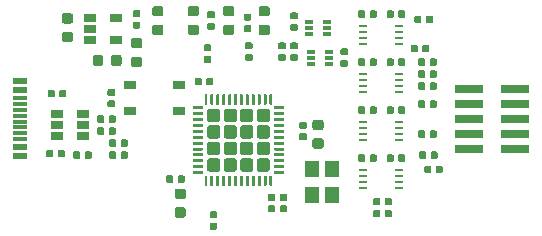
<source format=gbr>
%TF.GenerationSoftware,KiCad,Pcbnew,(5.1.5)-3*%
%TF.CreationDate,2020-08-07T14:40:55+02:00*%
%TF.ProjectId,bmp22,626d7032-322e-46b6-9963-61645f706362,rev?*%
%TF.SameCoordinates,Original*%
%TF.FileFunction,Paste,Top*%
%TF.FilePolarity,Positive*%
%FSLAX46Y46*%
G04 Gerber Fmt 4.6, Leading zero omitted, Abs format (unit mm)*
G04 Created by KiCad (PCBNEW (5.1.5)-3) date 2020-08-07 14:40:55*
%MOMM*%
%LPD*%
G04 APERTURE LIST*
%ADD10R,1.050000X0.650000*%
%ADD11R,1.200000X1.400000*%
%ADD12C,0.100000*%
%ADD13R,1.060000X0.650000*%
%ADD14R,0.750000X0.250000*%
%ADD15R,0.700000X0.400000*%
%ADD16R,1.160000X0.600000*%
%ADD17R,1.160000X0.300000*%
%ADD18R,2.400000X0.740000*%
G04 APERTURE END LIST*
D10*
%TO.C,SW301*%
X135339000Y-127195000D03*
X139489000Y-127195000D03*
X135339000Y-129345000D03*
X139489000Y-129345000D03*
%TD*%
D11*
%TO.C,Y301*%
X150788000Y-136482000D03*
X150788000Y-134282000D03*
X152488000Y-134282000D03*
X152488000Y-136482000D03*
%TD*%
D12*
%TO.C,U302*%
G36*
X142765504Y-129162204D02*
G01*
X142789773Y-129165804D01*
X142813571Y-129171765D01*
X142836671Y-129180030D01*
X142858849Y-129190520D01*
X142879893Y-129203133D01*
X142899598Y-129217747D01*
X142917777Y-129234223D01*
X142934253Y-129252402D01*
X142948867Y-129272107D01*
X142961480Y-129293151D01*
X142971970Y-129315329D01*
X142980235Y-129338429D01*
X142986196Y-129362227D01*
X142989796Y-129386496D01*
X142991000Y-129411000D01*
X142991000Y-130041000D01*
X142989796Y-130065504D01*
X142986196Y-130089773D01*
X142980235Y-130113571D01*
X142971970Y-130136671D01*
X142961480Y-130158849D01*
X142948867Y-130179893D01*
X142934253Y-130199598D01*
X142917777Y-130217777D01*
X142899598Y-130234253D01*
X142879893Y-130248867D01*
X142858849Y-130261480D01*
X142836671Y-130271970D01*
X142813571Y-130280235D01*
X142789773Y-130286196D01*
X142765504Y-130289796D01*
X142741000Y-130291000D01*
X142111000Y-130291000D01*
X142086496Y-130289796D01*
X142062227Y-130286196D01*
X142038429Y-130280235D01*
X142015329Y-130271970D01*
X141993151Y-130261480D01*
X141972107Y-130248867D01*
X141952402Y-130234253D01*
X141934223Y-130217777D01*
X141917747Y-130199598D01*
X141903133Y-130179893D01*
X141890520Y-130158849D01*
X141880030Y-130136671D01*
X141871765Y-130113571D01*
X141865804Y-130089773D01*
X141862204Y-130065504D01*
X141861000Y-130041000D01*
X141861000Y-129411000D01*
X141862204Y-129386496D01*
X141865804Y-129362227D01*
X141871765Y-129338429D01*
X141880030Y-129315329D01*
X141890520Y-129293151D01*
X141903133Y-129272107D01*
X141917747Y-129252402D01*
X141934223Y-129234223D01*
X141952402Y-129217747D01*
X141972107Y-129203133D01*
X141993151Y-129190520D01*
X142015329Y-129180030D01*
X142038429Y-129171765D01*
X142062227Y-129165804D01*
X142086496Y-129162204D01*
X142111000Y-129161000D01*
X142741000Y-129161000D01*
X142765504Y-129162204D01*
G37*
G36*
X142765504Y-130562204D02*
G01*
X142789773Y-130565804D01*
X142813571Y-130571765D01*
X142836671Y-130580030D01*
X142858849Y-130590520D01*
X142879893Y-130603133D01*
X142899598Y-130617747D01*
X142917777Y-130634223D01*
X142934253Y-130652402D01*
X142948867Y-130672107D01*
X142961480Y-130693151D01*
X142971970Y-130715329D01*
X142980235Y-130738429D01*
X142986196Y-130762227D01*
X142989796Y-130786496D01*
X142991000Y-130811000D01*
X142991000Y-131441000D01*
X142989796Y-131465504D01*
X142986196Y-131489773D01*
X142980235Y-131513571D01*
X142971970Y-131536671D01*
X142961480Y-131558849D01*
X142948867Y-131579893D01*
X142934253Y-131599598D01*
X142917777Y-131617777D01*
X142899598Y-131634253D01*
X142879893Y-131648867D01*
X142858849Y-131661480D01*
X142836671Y-131671970D01*
X142813571Y-131680235D01*
X142789773Y-131686196D01*
X142765504Y-131689796D01*
X142741000Y-131691000D01*
X142111000Y-131691000D01*
X142086496Y-131689796D01*
X142062227Y-131686196D01*
X142038429Y-131680235D01*
X142015329Y-131671970D01*
X141993151Y-131661480D01*
X141972107Y-131648867D01*
X141952402Y-131634253D01*
X141934223Y-131617777D01*
X141917747Y-131599598D01*
X141903133Y-131579893D01*
X141890520Y-131558849D01*
X141880030Y-131536671D01*
X141871765Y-131513571D01*
X141865804Y-131489773D01*
X141862204Y-131465504D01*
X141861000Y-131441000D01*
X141861000Y-130811000D01*
X141862204Y-130786496D01*
X141865804Y-130762227D01*
X141871765Y-130738429D01*
X141880030Y-130715329D01*
X141890520Y-130693151D01*
X141903133Y-130672107D01*
X141917747Y-130652402D01*
X141934223Y-130634223D01*
X141952402Y-130617747D01*
X141972107Y-130603133D01*
X141993151Y-130590520D01*
X142015329Y-130580030D01*
X142038429Y-130571765D01*
X142062227Y-130565804D01*
X142086496Y-130562204D01*
X142111000Y-130561000D01*
X142741000Y-130561000D01*
X142765504Y-130562204D01*
G37*
G36*
X142765504Y-131962204D02*
G01*
X142789773Y-131965804D01*
X142813571Y-131971765D01*
X142836671Y-131980030D01*
X142858849Y-131990520D01*
X142879893Y-132003133D01*
X142899598Y-132017747D01*
X142917777Y-132034223D01*
X142934253Y-132052402D01*
X142948867Y-132072107D01*
X142961480Y-132093151D01*
X142971970Y-132115329D01*
X142980235Y-132138429D01*
X142986196Y-132162227D01*
X142989796Y-132186496D01*
X142991000Y-132211000D01*
X142991000Y-132841000D01*
X142989796Y-132865504D01*
X142986196Y-132889773D01*
X142980235Y-132913571D01*
X142971970Y-132936671D01*
X142961480Y-132958849D01*
X142948867Y-132979893D01*
X142934253Y-132999598D01*
X142917777Y-133017777D01*
X142899598Y-133034253D01*
X142879893Y-133048867D01*
X142858849Y-133061480D01*
X142836671Y-133071970D01*
X142813571Y-133080235D01*
X142789773Y-133086196D01*
X142765504Y-133089796D01*
X142741000Y-133091000D01*
X142111000Y-133091000D01*
X142086496Y-133089796D01*
X142062227Y-133086196D01*
X142038429Y-133080235D01*
X142015329Y-133071970D01*
X141993151Y-133061480D01*
X141972107Y-133048867D01*
X141952402Y-133034253D01*
X141934223Y-133017777D01*
X141917747Y-132999598D01*
X141903133Y-132979893D01*
X141890520Y-132958849D01*
X141880030Y-132936671D01*
X141871765Y-132913571D01*
X141865804Y-132889773D01*
X141862204Y-132865504D01*
X141861000Y-132841000D01*
X141861000Y-132211000D01*
X141862204Y-132186496D01*
X141865804Y-132162227D01*
X141871765Y-132138429D01*
X141880030Y-132115329D01*
X141890520Y-132093151D01*
X141903133Y-132072107D01*
X141917747Y-132052402D01*
X141934223Y-132034223D01*
X141952402Y-132017747D01*
X141972107Y-132003133D01*
X141993151Y-131990520D01*
X142015329Y-131980030D01*
X142038429Y-131971765D01*
X142062227Y-131965804D01*
X142086496Y-131962204D01*
X142111000Y-131961000D01*
X142741000Y-131961000D01*
X142765504Y-131962204D01*
G37*
G36*
X142765504Y-133362204D02*
G01*
X142789773Y-133365804D01*
X142813571Y-133371765D01*
X142836671Y-133380030D01*
X142858849Y-133390520D01*
X142879893Y-133403133D01*
X142899598Y-133417747D01*
X142917777Y-133434223D01*
X142934253Y-133452402D01*
X142948867Y-133472107D01*
X142961480Y-133493151D01*
X142971970Y-133515329D01*
X142980235Y-133538429D01*
X142986196Y-133562227D01*
X142989796Y-133586496D01*
X142991000Y-133611000D01*
X142991000Y-134241000D01*
X142989796Y-134265504D01*
X142986196Y-134289773D01*
X142980235Y-134313571D01*
X142971970Y-134336671D01*
X142961480Y-134358849D01*
X142948867Y-134379893D01*
X142934253Y-134399598D01*
X142917777Y-134417777D01*
X142899598Y-134434253D01*
X142879893Y-134448867D01*
X142858849Y-134461480D01*
X142836671Y-134471970D01*
X142813571Y-134480235D01*
X142789773Y-134486196D01*
X142765504Y-134489796D01*
X142741000Y-134491000D01*
X142111000Y-134491000D01*
X142086496Y-134489796D01*
X142062227Y-134486196D01*
X142038429Y-134480235D01*
X142015329Y-134471970D01*
X141993151Y-134461480D01*
X141972107Y-134448867D01*
X141952402Y-134434253D01*
X141934223Y-134417777D01*
X141917747Y-134399598D01*
X141903133Y-134379893D01*
X141890520Y-134358849D01*
X141880030Y-134336671D01*
X141871765Y-134313571D01*
X141865804Y-134289773D01*
X141862204Y-134265504D01*
X141861000Y-134241000D01*
X141861000Y-133611000D01*
X141862204Y-133586496D01*
X141865804Y-133562227D01*
X141871765Y-133538429D01*
X141880030Y-133515329D01*
X141890520Y-133493151D01*
X141903133Y-133472107D01*
X141917747Y-133452402D01*
X141934223Y-133434223D01*
X141952402Y-133417747D01*
X141972107Y-133403133D01*
X141993151Y-133390520D01*
X142015329Y-133380030D01*
X142038429Y-133371765D01*
X142062227Y-133365804D01*
X142086496Y-133362204D01*
X142111000Y-133361000D01*
X142741000Y-133361000D01*
X142765504Y-133362204D01*
G37*
G36*
X144165504Y-129162204D02*
G01*
X144189773Y-129165804D01*
X144213571Y-129171765D01*
X144236671Y-129180030D01*
X144258849Y-129190520D01*
X144279893Y-129203133D01*
X144299598Y-129217747D01*
X144317777Y-129234223D01*
X144334253Y-129252402D01*
X144348867Y-129272107D01*
X144361480Y-129293151D01*
X144371970Y-129315329D01*
X144380235Y-129338429D01*
X144386196Y-129362227D01*
X144389796Y-129386496D01*
X144391000Y-129411000D01*
X144391000Y-130041000D01*
X144389796Y-130065504D01*
X144386196Y-130089773D01*
X144380235Y-130113571D01*
X144371970Y-130136671D01*
X144361480Y-130158849D01*
X144348867Y-130179893D01*
X144334253Y-130199598D01*
X144317777Y-130217777D01*
X144299598Y-130234253D01*
X144279893Y-130248867D01*
X144258849Y-130261480D01*
X144236671Y-130271970D01*
X144213571Y-130280235D01*
X144189773Y-130286196D01*
X144165504Y-130289796D01*
X144141000Y-130291000D01*
X143511000Y-130291000D01*
X143486496Y-130289796D01*
X143462227Y-130286196D01*
X143438429Y-130280235D01*
X143415329Y-130271970D01*
X143393151Y-130261480D01*
X143372107Y-130248867D01*
X143352402Y-130234253D01*
X143334223Y-130217777D01*
X143317747Y-130199598D01*
X143303133Y-130179893D01*
X143290520Y-130158849D01*
X143280030Y-130136671D01*
X143271765Y-130113571D01*
X143265804Y-130089773D01*
X143262204Y-130065504D01*
X143261000Y-130041000D01*
X143261000Y-129411000D01*
X143262204Y-129386496D01*
X143265804Y-129362227D01*
X143271765Y-129338429D01*
X143280030Y-129315329D01*
X143290520Y-129293151D01*
X143303133Y-129272107D01*
X143317747Y-129252402D01*
X143334223Y-129234223D01*
X143352402Y-129217747D01*
X143372107Y-129203133D01*
X143393151Y-129190520D01*
X143415329Y-129180030D01*
X143438429Y-129171765D01*
X143462227Y-129165804D01*
X143486496Y-129162204D01*
X143511000Y-129161000D01*
X144141000Y-129161000D01*
X144165504Y-129162204D01*
G37*
G36*
X144165504Y-130562204D02*
G01*
X144189773Y-130565804D01*
X144213571Y-130571765D01*
X144236671Y-130580030D01*
X144258849Y-130590520D01*
X144279893Y-130603133D01*
X144299598Y-130617747D01*
X144317777Y-130634223D01*
X144334253Y-130652402D01*
X144348867Y-130672107D01*
X144361480Y-130693151D01*
X144371970Y-130715329D01*
X144380235Y-130738429D01*
X144386196Y-130762227D01*
X144389796Y-130786496D01*
X144391000Y-130811000D01*
X144391000Y-131441000D01*
X144389796Y-131465504D01*
X144386196Y-131489773D01*
X144380235Y-131513571D01*
X144371970Y-131536671D01*
X144361480Y-131558849D01*
X144348867Y-131579893D01*
X144334253Y-131599598D01*
X144317777Y-131617777D01*
X144299598Y-131634253D01*
X144279893Y-131648867D01*
X144258849Y-131661480D01*
X144236671Y-131671970D01*
X144213571Y-131680235D01*
X144189773Y-131686196D01*
X144165504Y-131689796D01*
X144141000Y-131691000D01*
X143511000Y-131691000D01*
X143486496Y-131689796D01*
X143462227Y-131686196D01*
X143438429Y-131680235D01*
X143415329Y-131671970D01*
X143393151Y-131661480D01*
X143372107Y-131648867D01*
X143352402Y-131634253D01*
X143334223Y-131617777D01*
X143317747Y-131599598D01*
X143303133Y-131579893D01*
X143290520Y-131558849D01*
X143280030Y-131536671D01*
X143271765Y-131513571D01*
X143265804Y-131489773D01*
X143262204Y-131465504D01*
X143261000Y-131441000D01*
X143261000Y-130811000D01*
X143262204Y-130786496D01*
X143265804Y-130762227D01*
X143271765Y-130738429D01*
X143280030Y-130715329D01*
X143290520Y-130693151D01*
X143303133Y-130672107D01*
X143317747Y-130652402D01*
X143334223Y-130634223D01*
X143352402Y-130617747D01*
X143372107Y-130603133D01*
X143393151Y-130590520D01*
X143415329Y-130580030D01*
X143438429Y-130571765D01*
X143462227Y-130565804D01*
X143486496Y-130562204D01*
X143511000Y-130561000D01*
X144141000Y-130561000D01*
X144165504Y-130562204D01*
G37*
G36*
X144165504Y-131962204D02*
G01*
X144189773Y-131965804D01*
X144213571Y-131971765D01*
X144236671Y-131980030D01*
X144258849Y-131990520D01*
X144279893Y-132003133D01*
X144299598Y-132017747D01*
X144317777Y-132034223D01*
X144334253Y-132052402D01*
X144348867Y-132072107D01*
X144361480Y-132093151D01*
X144371970Y-132115329D01*
X144380235Y-132138429D01*
X144386196Y-132162227D01*
X144389796Y-132186496D01*
X144391000Y-132211000D01*
X144391000Y-132841000D01*
X144389796Y-132865504D01*
X144386196Y-132889773D01*
X144380235Y-132913571D01*
X144371970Y-132936671D01*
X144361480Y-132958849D01*
X144348867Y-132979893D01*
X144334253Y-132999598D01*
X144317777Y-133017777D01*
X144299598Y-133034253D01*
X144279893Y-133048867D01*
X144258849Y-133061480D01*
X144236671Y-133071970D01*
X144213571Y-133080235D01*
X144189773Y-133086196D01*
X144165504Y-133089796D01*
X144141000Y-133091000D01*
X143511000Y-133091000D01*
X143486496Y-133089796D01*
X143462227Y-133086196D01*
X143438429Y-133080235D01*
X143415329Y-133071970D01*
X143393151Y-133061480D01*
X143372107Y-133048867D01*
X143352402Y-133034253D01*
X143334223Y-133017777D01*
X143317747Y-132999598D01*
X143303133Y-132979893D01*
X143290520Y-132958849D01*
X143280030Y-132936671D01*
X143271765Y-132913571D01*
X143265804Y-132889773D01*
X143262204Y-132865504D01*
X143261000Y-132841000D01*
X143261000Y-132211000D01*
X143262204Y-132186496D01*
X143265804Y-132162227D01*
X143271765Y-132138429D01*
X143280030Y-132115329D01*
X143290520Y-132093151D01*
X143303133Y-132072107D01*
X143317747Y-132052402D01*
X143334223Y-132034223D01*
X143352402Y-132017747D01*
X143372107Y-132003133D01*
X143393151Y-131990520D01*
X143415329Y-131980030D01*
X143438429Y-131971765D01*
X143462227Y-131965804D01*
X143486496Y-131962204D01*
X143511000Y-131961000D01*
X144141000Y-131961000D01*
X144165504Y-131962204D01*
G37*
G36*
X144165504Y-133362204D02*
G01*
X144189773Y-133365804D01*
X144213571Y-133371765D01*
X144236671Y-133380030D01*
X144258849Y-133390520D01*
X144279893Y-133403133D01*
X144299598Y-133417747D01*
X144317777Y-133434223D01*
X144334253Y-133452402D01*
X144348867Y-133472107D01*
X144361480Y-133493151D01*
X144371970Y-133515329D01*
X144380235Y-133538429D01*
X144386196Y-133562227D01*
X144389796Y-133586496D01*
X144391000Y-133611000D01*
X144391000Y-134241000D01*
X144389796Y-134265504D01*
X144386196Y-134289773D01*
X144380235Y-134313571D01*
X144371970Y-134336671D01*
X144361480Y-134358849D01*
X144348867Y-134379893D01*
X144334253Y-134399598D01*
X144317777Y-134417777D01*
X144299598Y-134434253D01*
X144279893Y-134448867D01*
X144258849Y-134461480D01*
X144236671Y-134471970D01*
X144213571Y-134480235D01*
X144189773Y-134486196D01*
X144165504Y-134489796D01*
X144141000Y-134491000D01*
X143511000Y-134491000D01*
X143486496Y-134489796D01*
X143462227Y-134486196D01*
X143438429Y-134480235D01*
X143415329Y-134471970D01*
X143393151Y-134461480D01*
X143372107Y-134448867D01*
X143352402Y-134434253D01*
X143334223Y-134417777D01*
X143317747Y-134399598D01*
X143303133Y-134379893D01*
X143290520Y-134358849D01*
X143280030Y-134336671D01*
X143271765Y-134313571D01*
X143265804Y-134289773D01*
X143262204Y-134265504D01*
X143261000Y-134241000D01*
X143261000Y-133611000D01*
X143262204Y-133586496D01*
X143265804Y-133562227D01*
X143271765Y-133538429D01*
X143280030Y-133515329D01*
X143290520Y-133493151D01*
X143303133Y-133472107D01*
X143317747Y-133452402D01*
X143334223Y-133434223D01*
X143352402Y-133417747D01*
X143372107Y-133403133D01*
X143393151Y-133390520D01*
X143415329Y-133380030D01*
X143438429Y-133371765D01*
X143462227Y-133365804D01*
X143486496Y-133362204D01*
X143511000Y-133361000D01*
X144141000Y-133361000D01*
X144165504Y-133362204D01*
G37*
G36*
X145565504Y-129162204D02*
G01*
X145589773Y-129165804D01*
X145613571Y-129171765D01*
X145636671Y-129180030D01*
X145658849Y-129190520D01*
X145679893Y-129203133D01*
X145699598Y-129217747D01*
X145717777Y-129234223D01*
X145734253Y-129252402D01*
X145748867Y-129272107D01*
X145761480Y-129293151D01*
X145771970Y-129315329D01*
X145780235Y-129338429D01*
X145786196Y-129362227D01*
X145789796Y-129386496D01*
X145791000Y-129411000D01*
X145791000Y-130041000D01*
X145789796Y-130065504D01*
X145786196Y-130089773D01*
X145780235Y-130113571D01*
X145771970Y-130136671D01*
X145761480Y-130158849D01*
X145748867Y-130179893D01*
X145734253Y-130199598D01*
X145717777Y-130217777D01*
X145699598Y-130234253D01*
X145679893Y-130248867D01*
X145658849Y-130261480D01*
X145636671Y-130271970D01*
X145613571Y-130280235D01*
X145589773Y-130286196D01*
X145565504Y-130289796D01*
X145541000Y-130291000D01*
X144911000Y-130291000D01*
X144886496Y-130289796D01*
X144862227Y-130286196D01*
X144838429Y-130280235D01*
X144815329Y-130271970D01*
X144793151Y-130261480D01*
X144772107Y-130248867D01*
X144752402Y-130234253D01*
X144734223Y-130217777D01*
X144717747Y-130199598D01*
X144703133Y-130179893D01*
X144690520Y-130158849D01*
X144680030Y-130136671D01*
X144671765Y-130113571D01*
X144665804Y-130089773D01*
X144662204Y-130065504D01*
X144661000Y-130041000D01*
X144661000Y-129411000D01*
X144662204Y-129386496D01*
X144665804Y-129362227D01*
X144671765Y-129338429D01*
X144680030Y-129315329D01*
X144690520Y-129293151D01*
X144703133Y-129272107D01*
X144717747Y-129252402D01*
X144734223Y-129234223D01*
X144752402Y-129217747D01*
X144772107Y-129203133D01*
X144793151Y-129190520D01*
X144815329Y-129180030D01*
X144838429Y-129171765D01*
X144862227Y-129165804D01*
X144886496Y-129162204D01*
X144911000Y-129161000D01*
X145541000Y-129161000D01*
X145565504Y-129162204D01*
G37*
G36*
X145565504Y-130562204D02*
G01*
X145589773Y-130565804D01*
X145613571Y-130571765D01*
X145636671Y-130580030D01*
X145658849Y-130590520D01*
X145679893Y-130603133D01*
X145699598Y-130617747D01*
X145717777Y-130634223D01*
X145734253Y-130652402D01*
X145748867Y-130672107D01*
X145761480Y-130693151D01*
X145771970Y-130715329D01*
X145780235Y-130738429D01*
X145786196Y-130762227D01*
X145789796Y-130786496D01*
X145791000Y-130811000D01*
X145791000Y-131441000D01*
X145789796Y-131465504D01*
X145786196Y-131489773D01*
X145780235Y-131513571D01*
X145771970Y-131536671D01*
X145761480Y-131558849D01*
X145748867Y-131579893D01*
X145734253Y-131599598D01*
X145717777Y-131617777D01*
X145699598Y-131634253D01*
X145679893Y-131648867D01*
X145658849Y-131661480D01*
X145636671Y-131671970D01*
X145613571Y-131680235D01*
X145589773Y-131686196D01*
X145565504Y-131689796D01*
X145541000Y-131691000D01*
X144911000Y-131691000D01*
X144886496Y-131689796D01*
X144862227Y-131686196D01*
X144838429Y-131680235D01*
X144815329Y-131671970D01*
X144793151Y-131661480D01*
X144772107Y-131648867D01*
X144752402Y-131634253D01*
X144734223Y-131617777D01*
X144717747Y-131599598D01*
X144703133Y-131579893D01*
X144690520Y-131558849D01*
X144680030Y-131536671D01*
X144671765Y-131513571D01*
X144665804Y-131489773D01*
X144662204Y-131465504D01*
X144661000Y-131441000D01*
X144661000Y-130811000D01*
X144662204Y-130786496D01*
X144665804Y-130762227D01*
X144671765Y-130738429D01*
X144680030Y-130715329D01*
X144690520Y-130693151D01*
X144703133Y-130672107D01*
X144717747Y-130652402D01*
X144734223Y-130634223D01*
X144752402Y-130617747D01*
X144772107Y-130603133D01*
X144793151Y-130590520D01*
X144815329Y-130580030D01*
X144838429Y-130571765D01*
X144862227Y-130565804D01*
X144886496Y-130562204D01*
X144911000Y-130561000D01*
X145541000Y-130561000D01*
X145565504Y-130562204D01*
G37*
G36*
X145565504Y-131962204D02*
G01*
X145589773Y-131965804D01*
X145613571Y-131971765D01*
X145636671Y-131980030D01*
X145658849Y-131990520D01*
X145679893Y-132003133D01*
X145699598Y-132017747D01*
X145717777Y-132034223D01*
X145734253Y-132052402D01*
X145748867Y-132072107D01*
X145761480Y-132093151D01*
X145771970Y-132115329D01*
X145780235Y-132138429D01*
X145786196Y-132162227D01*
X145789796Y-132186496D01*
X145791000Y-132211000D01*
X145791000Y-132841000D01*
X145789796Y-132865504D01*
X145786196Y-132889773D01*
X145780235Y-132913571D01*
X145771970Y-132936671D01*
X145761480Y-132958849D01*
X145748867Y-132979893D01*
X145734253Y-132999598D01*
X145717777Y-133017777D01*
X145699598Y-133034253D01*
X145679893Y-133048867D01*
X145658849Y-133061480D01*
X145636671Y-133071970D01*
X145613571Y-133080235D01*
X145589773Y-133086196D01*
X145565504Y-133089796D01*
X145541000Y-133091000D01*
X144911000Y-133091000D01*
X144886496Y-133089796D01*
X144862227Y-133086196D01*
X144838429Y-133080235D01*
X144815329Y-133071970D01*
X144793151Y-133061480D01*
X144772107Y-133048867D01*
X144752402Y-133034253D01*
X144734223Y-133017777D01*
X144717747Y-132999598D01*
X144703133Y-132979893D01*
X144690520Y-132958849D01*
X144680030Y-132936671D01*
X144671765Y-132913571D01*
X144665804Y-132889773D01*
X144662204Y-132865504D01*
X144661000Y-132841000D01*
X144661000Y-132211000D01*
X144662204Y-132186496D01*
X144665804Y-132162227D01*
X144671765Y-132138429D01*
X144680030Y-132115329D01*
X144690520Y-132093151D01*
X144703133Y-132072107D01*
X144717747Y-132052402D01*
X144734223Y-132034223D01*
X144752402Y-132017747D01*
X144772107Y-132003133D01*
X144793151Y-131990520D01*
X144815329Y-131980030D01*
X144838429Y-131971765D01*
X144862227Y-131965804D01*
X144886496Y-131962204D01*
X144911000Y-131961000D01*
X145541000Y-131961000D01*
X145565504Y-131962204D01*
G37*
G36*
X145565504Y-133362204D02*
G01*
X145589773Y-133365804D01*
X145613571Y-133371765D01*
X145636671Y-133380030D01*
X145658849Y-133390520D01*
X145679893Y-133403133D01*
X145699598Y-133417747D01*
X145717777Y-133434223D01*
X145734253Y-133452402D01*
X145748867Y-133472107D01*
X145761480Y-133493151D01*
X145771970Y-133515329D01*
X145780235Y-133538429D01*
X145786196Y-133562227D01*
X145789796Y-133586496D01*
X145791000Y-133611000D01*
X145791000Y-134241000D01*
X145789796Y-134265504D01*
X145786196Y-134289773D01*
X145780235Y-134313571D01*
X145771970Y-134336671D01*
X145761480Y-134358849D01*
X145748867Y-134379893D01*
X145734253Y-134399598D01*
X145717777Y-134417777D01*
X145699598Y-134434253D01*
X145679893Y-134448867D01*
X145658849Y-134461480D01*
X145636671Y-134471970D01*
X145613571Y-134480235D01*
X145589773Y-134486196D01*
X145565504Y-134489796D01*
X145541000Y-134491000D01*
X144911000Y-134491000D01*
X144886496Y-134489796D01*
X144862227Y-134486196D01*
X144838429Y-134480235D01*
X144815329Y-134471970D01*
X144793151Y-134461480D01*
X144772107Y-134448867D01*
X144752402Y-134434253D01*
X144734223Y-134417777D01*
X144717747Y-134399598D01*
X144703133Y-134379893D01*
X144690520Y-134358849D01*
X144680030Y-134336671D01*
X144671765Y-134313571D01*
X144665804Y-134289773D01*
X144662204Y-134265504D01*
X144661000Y-134241000D01*
X144661000Y-133611000D01*
X144662204Y-133586496D01*
X144665804Y-133562227D01*
X144671765Y-133538429D01*
X144680030Y-133515329D01*
X144690520Y-133493151D01*
X144703133Y-133472107D01*
X144717747Y-133452402D01*
X144734223Y-133434223D01*
X144752402Y-133417747D01*
X144772107Y-133403133D01*
X144793151Y-133390520D01*
X144815329Y-133380030D01*
X144838429Y-133371765D01*
X144862227Y-133365804D01*
X144886496Y-133362204D01*
X144911000Y-133361000D01*
X145541000Y-133361000D01*
X145565504Y-133362204D01*
G37*
G36*
X146965504Y-129162204D02*
G01*
X146989773Y-129165804D01*
X147013571Y-129171765D01*
X147036671Y-129180030D01*
X147058849Y-129190520D01*
X147079893Y-129203133D01*
X147099598Y-129217747D01*
X147117777Y-129234223D01*
X147134253Y-129252402D01*
X147148867Y-129272107D01*
X147161480Y-129293151D01*
X147171970Y-129315329D01*
X147180235Y-129338429D01*
X147186196Y-129362227D01*
X147189796Y-129386496D01*
X147191000Y-129411000D01*
X147191000Y-130041000D01*
X147189796Y-130065504D01*
X147186196Y-130089773D01*
X147180235Y-130113571D01*
X147171970Y-130136671D01*
X147161480Y-130158849D01*
X147148867Y-130179893D01*
X147134253Y-130199598D01*
X147117777Y-130217777D01*
X147099598Y-130234253D01*
X147079893Y-130248867D01*
X147058849Y-130261480D01*
X147036671Y-130271970D01*
X147013571Y-130280235D01*
X146989773Y-130286196D01*
X146965504Y-130289796D01*
X146941000Y-130291000D01*
X146311000Y-130291000D01*
X146286496Y-130289796D01*
X146262227Y-130286196D01*
X146238429Y-130280235D01*
X146215329Y-130271970D01*
X146193151Y-130261480D01*
X146172107Y-130248867D01*
X146152402Y-130234253D01*
X146134223Y-130217777D01*
X146117747Y-130199598D01*
X146103133Y-130179893D01*
X146090520Y-130158849D01*
X146080030Y-130136671D01*
X146071765Y-130113571D01*
X146065804Y-130089773D01*
X146062204Y-130065504D01*
X146061000Y-130041000D01*
X146061000Y-129411000D01*
X146062204Y-129386496D01*
X146065804Y-129362227D01*
X146071765Y-129338429D01*
X146080030Y-129315329D01*
X146090520Y-129293151D01*
X146103133Y-129272107D01*
X146117747Y-129252402D01*
X146134223Y-129234223D01*
X146152402Y-129217747D01*
X146172107Y-129203133D01*
X146193151Y-129190520D01*
X146215329Y-129180030D01*
X146238429Y-129171765D01*
X146262227Y-129165804D01*
X146286496Y-129162204D01*
X146311000Y-129161000D01*
X146941000Y-129161000D01*
X146965504Y-129162204D01*
G37*
G36*
X146965504Y-130562204D02*
G01*
X146989773Y-130565804D01*
X147013571Y-130571765D01*
X147036671Y-130580030D01*
X147058849Y-130590520D01*
X147079893Y-130603133D01*
X147099598Y-130617747D01*
X147117777Y-130634223D01*
X147134253Y-130652402D01*
X147148867Y-130672107D01*
X147161480Y-130693151D01*
X147171970Y-130715329D01*
X147180235Y-130738429D01*
X147186196Y-130762227D01*
X147189796Y-130786496D01*
X147191000Y-130811000D01*
X147191000Y-131441000D01*
X147189796Y-131465504D01*
X147186196Y-131489773D01*
X147180235Y-131513571D01*
X147171970Y-131536671D01*
X147161480Y-131558849D01*
X147148867Y-131579893D01*
X147134253Y-131599598D01*
X147117777Y-131617777D01*
X147099598Y-131634253D01*
X147079893Y-131648867D01*
X147058849Y-131661480D01*
X147036671Y-131671970D01*
X147013571Y-131680235D01*
X146989773Y-131686196D01*
X146965504Y-131689796D01*
X146941000Y-131691000D01*
X146311000Y-131691000D01*
X146286496Y-131689796D01*
X146262227Y-131686196D01*
X146238429Y-131680235D01*
X146215329Y-131671970D01*
X146193151Y-131661480D01*
X146172107Y-131648867D01*
X146152402Y-131634253D01*
X146134223Y-131617777D01*
X146117747Y-131599598D01*
X146103133Y-131579893D01*
X146090520Y-131558849D01*
X146080030Y-131536671D01*
X146071765Y-131513571D01*
X146065804Y-131489773D01*
X146062204Y-131465504D01*
X146061000Y-131441000D01*
X146061000Y-130811000D01*
X146062204Y-130786496D01*
X146065804Y-130762227D01*
X146071765Y-130738429D01*
X146080030Y-130715329D01*
X146090520Y-130693151D01*
X146103133Y-130672107D01*
X146117747Y-130652402D01*
X146134223Y-130634223D01*
X146152402Y-130617747D01*
X146172107Y-130603133D01*
X146193151Y-130590520D01*
X146215329Y-130580030D01*
X146238429Y-130571765D01*
X146262227Y-130565804D01*
X146286496Y-130562204D01*
X146311000Y-130561000D01*
X146941000Y-130561000D01*
X146965504Y-130562204D01*
G37*
G36*
X146965504Y-131962204D02*
G01*
X146989773Y-131965804D01*
X147013571Y-131971765D01*
X147036671Y-131980030D01*
X147058849Y-131990520D01*
X147079893Y-132003133D01*
X147099598Y-132017747D01*
X147117777Y-132034223D01*
X147134253Y-132052402D01*
X147148867Y-132072107D01*
X147161480Y-132093151D01*
X147171970Y-132115329D01*
X147180235Y-132138429D01*
X147186196Y-132162227D01*
X147189796Y-132186496D01*
X147191000Y-132211000D01*
X147191000Y-132841000D01*
X147189796Y-132865504D01*
X147186196Y-132889773D01*
X147180235Y-132913571D01*
X147171970Y-132936671D01*
X147161480Y-132958849D01*
X147148867Y-132979893D01*
X147134253Y-132999598D01*
X147117777Y-133017777D01*
X147099598Y-133034253D01*
X147079893Y-133048867D01*
X147058849Y-133061480D01*
X147036671Y-133071970D01*
X147013571Y-133080235D01*
X146989773Y-133086196D01*
X146965504Y-133089796D01*
X146941000Y-133091000D01*
X146311000Y-133091000D01*
X146286496Y-133089796D01*
X146262227Y-133086196D01*
X146238429Y-133080235D01*
X146215329Y-133071970D01*
X146193151Y-133061480D01*
X146172107Y-133048867D01*
X146152402Y-133034253D01*
X146134223Y-133017777D01*
X146117747Y-132999598D01*
X146103133Y-132979893D01*
X146090520Y-132958849D01*
X146080030Y-132936671D01*
X146071765Y-132913571D01*
X146065804Y-132889773D01*
X146062204Y-132865504D01*
X146061000Y-132841000D01*
X146061000Y-132211000D01*
X146062204Y-132186496D01*
X146065804Y-132162227D01*
X146071765Y-132138429D01*
X146080030Y-132115329D01*
X146090520Y-132093151D01*
X146103133Y-132072107D01*
X146117747Y-132052402D01*
X146134223Y-132034223D01*
X146152402Y-132017747D01*
X146172107Y-132003133D01*
X146193151Y-131990520D01*
X146215329Y-131980030D01*
X146238429Y-131971765D01*
X146262227Y-131965804D01*
X146286496Y-131962204D01*
X146311000Y-131961000D01*
X146941000Y-131961000D01*
X146965504Y-131962204D01*
G37*
G36*
X146965504Y-133362204D02*
G01*
X146989773Y-133365804D01*
X147013571Y-133371765D01*
X147036671Y-133380030D01*
X147058849Y-133390520D01*
X147079893Y-133403133D01*
X147099598Y-133417747D01*
X147117777Y-133434223D01*
X147134253Y-133452402D01*
X147148867Y-133472107D01*
X147161480Y-133493151D01*
X147171970Y-133515329D01*
X147180235Y-133538429D01*
X147186196Y-133562227D01*
X147189796Y-133586496D01*
X147191000Y-133611000D01*
X147191000Y-134241000D01*
X147189796Y-134265504D01*
X147186196Y-134289773D01*
X147180235Y-134313571D01*
X147171970Y-134336671D01*
X147161480Y-134358849D01*
X147148867Y-134379893D01*
X147134253Y-134399598D01*
X147117777Y-134417777D01*
X147099598Y-134434253D01*
X147079893Y-134448867D01*
X147058849Y-134461480D01*
X147036671Y-134471970D01*
X147013571Y-134480235D01*
X146989773Y-134486196D01*
X146965504Y-134489796D01*
X146941000Y-134491000D01*
X146311000Y-134491000D01*
X146286496Y-134489796D01*
X146262227Y-134486196D01*
X146238429Y-134480235D01*
X146215329Y-134471970D01*
X146193151Y-134461480D01*
X146172107Y-134448867D01*
X146152402Y-134434253D01*
X146134223Y-134417777D01*
X146117747Y-134399598D01*
X146103133Y-134379893D01*
X146090520Y-134358849D01*
X146080030Y-134336671D01*
X146071765Y-134313571D01*
X146065804Y-134289773D01*
X146062204Y-134265504D01*
X146061000Y-134241000D01*
X146061000Y-133611000D01*
X146062204Y-133586496D01*
X146065804Y-133562227D01*
X146071765Y-133538429D01*
X146080030Y-133515329D01*
X146090520Y-133493151D01*
X146103133Y-133472107D01*
X146117747Y-133452402D01*
X146134223Y-133434223D01*
X146152402Y-133417747D01*
X146172107Y-133403133D01*
X146193151Y-133390520D01*
X146215329Y-133380030D01*
X146238429Y-133371765D01*
X146262227Y-133365804D01*
X146286496Y-133362204D01*
X146311000Y-133361000D01*
X146941000Y-133361000D01*
X146965504Y-133362204D01*
G37*
G36*
X147344626Y-134826301D02*
G01*
X147350693Y-134827201D01*
X147356643Y-134828691D01*
X147362418Y-134830758D01*
X147367962Y-134833380D01*
X147373223Y-134836533D01*
X147378150Y-134840187D01*
X147382694Y-134844306D01*
X147386813Y-134848850D01*
X147390467Y-134853777D01*
X147393620Y-134859038D01*
X147396242Y-134864582D01*
X147398309Y-134870357D01*
X147399799Y-134876307D01*
X147400699Y-134882374D01*
X147401000Y-134888500D01*
X147401000Y-135638500D01*
X147400699Y-135644626D01*
X147399799Y-135650693D01*
X147398309Y-135656643D01*
X147396242Y-135662418D01*
X147393620Y-135667962D01*
X147390467Y-135673223D01*
X147386813Y-135678150D01*
X147382694Y-135682694D01*
X147378150Y-135686813D01*
X147373223Y-135690467D01*
X147367962Y-135693620D01*
X147362418Y-135696242D01*
X147356643Y-135698309D01*
X147350693Y-135699799D01*
X147344626Y-135700699D01*
X147338500Y-135701000D01*
X147213500Y-135701000D01*
X147207374Y-135700699D01*
X147201307Y-135699799D01*
X147195357Y-135698309D01*
X147189582Y-135696242D01*
X147184038Y-135693620D01*
X147178777Y-135690467D01*
X147173850Y-135686813D01*
X147169306Y-135682694D01*
X147165187Y-135678150D01*
X147161533Y-135673223D01*
X147158380Y-135667962D01*
X147155758Y-135662418D01*
X147153691Y-135656643D01*
X147152201Y-135650693D01*
X147151301Y-135644626D01*
X147151000Y-135638500D01*
X147151000Y-134888500D01*
X147151301Y-134882374D01*
X147152201Y-134876307D01*
X147153691Y-134870357D01*
X147155758Y-134864582D01*
X147158380Y-134859038D01*
X147161533Y-134853777D01*
X147165187Y-134848850D01*
X147169306Y-134844306D01*
X147173850Y-134840187D01*
X147178777Y-134836533D01*
X147184038Y-134833380D01*
X147189582Y-134830758D01*
X147195357Y-134828691D01*
X147201307Y-134827201D01*
X147207374Y-134826301D01*
X147213500Y-134826000D01*
X147338500Y-134826000D01*
X147344626Y-134826301D01*
G37*
G36*
X146844626Y-134826301D02*
G01*
X146850693Y-134827201D01*
X146856643Y-134828691D01*
X146862418Y-134830758D01*
X146867962Y-134833380D01*
X146873223Y-134836533D01*
X146878150Y-134840187D01*
X146882694Y-134844306D01*
X146886813Y-134848850D01*
X146890467Y-134853777D01*
X146893620Y-134859038D01*
X146896242Y-134864582D01*
X146898309Y-134870357D01*
X146899799Y-134876307D01*
X146900699Y-134882374D01*
X146901000Y-134888500D01*
X146901000Y-135638500D01*
X146900699Y-135644626D01*
X146899799Y-135650693D01*
X146898309Y-135656643D01*
X146896242Y-135662418D01*
X146893620Y-135667962D01*
X146890467Y-135673223D01*
X146886813Y-135678150D01*
X146882694Y-135682694D01*
X146878150Y-135686813D01*
X146873223Y-135690467D01*
X146867962Y-135693620D01*
X146862418Y-135696242D01*
X146856643Y-135698309D01*
X146850693Y-135699799D01*
X146844626Y-135700699D01*
X146838500Y-135701000D01*
X146713500Y-135701000D01*
X146707374Y-135700699D01*
X146701307Y-135699799D01*
X146695357Y-135698309D01*
X146689582Y-135696242D01*
X146684038Y-135693620D01*
X146678777Y-135690467D01*
X146673850Y-135686813D01*
X146669306Y-135682694D01*
X146665187Y-135678150D01*
X146661533Y-135673223D01*
X146658380Y-135667962D01*
X146655758Y-135662418D01*
X146653691Y-135656643D01*
X146652201Y-135650693D01*
X146651301Y-135644626D01*
X146651000Y-135638500D01*
X146651000Y-134888500D01*
X146651301Y-134882374D01*
X146652201Y-134876307D01*
X146653691Y-134870357D01*
X146655758Y-134864582D01*
X146658380Y-134859038D01*
X146661533Y-134853777D01*
X146665187Y-134848850D01*
X146669306Y-134844306D01*
X146673850Y-134840187D01*
X146678777Y-134836533D01*
X146684038Y-134833380D01*
X146689582Y-134830758D01*
X146695357Y-134828691D01*
X146701307Y-134827201D01*
X146707374Y-134826301D01*
X146713500Y-134826000D01*
X146838500Y-134826000D01*
X146844626Y-134826301D01*
G37*
G36*
X146344626Y-134826301D02*
G01*
X146350693Y-134827201D01*
X146356643Y-134828691D01*
X146362418Y-134830758D01*
X146367962Y-134833380D01*
X146373223Y-134836533D01*
X146378150Y-134840187D01*
X146382694Y-134844306D01*
X146386813Y-134848850D01*
X146390467Y-134853777D01*
X146393620Y-134859038D01*
X146396242Y-134864582D01*
X146398309Y-134870357D01*
X146399799Y-134876307D01*
X146400699Y-134882374D01*
X146401000Y-134888500D01*
X146401000Y-135638500D01*
X146400699Y-135644626D01*
X146399799Y-135650693D01*
X146398309Y-135656643D01*
X146396242Y-135662418D01*
X146393620Y-135667962D01*
X146390467Y-135673223D01*
X146386813Y-135678150D01*
X146382694Y-135682694D01*
X146378150Y-135686813D01*
X146373223Y-135690467D01*
X146367962Y-135693620D01*
X146362418Y-135696242D01*
X146356643Y-135698309D01*
X146350693Y-135699799D01*
X146344626Y-135700699D01*
X146338500Y-135701000D01*
X146213500Y-135701000D01*
X146207374Y-135700699D01*
X146201307Y-135699799D01*
X146195357Y-135698309D01*
X146189582Y-135696242D01*
X146184038Y-135693620D01*
X146178777Y-135690467D01*
X146173850Y-135686813D01*
X146169306Y-135682694D01*
X146165187Y-135678150D01*
X146161533Y-135673223D01*
X146158380Y-135667962D01*
X146155758Y-135662418D01*
X146153691Y-135656643D01*
X146152201Y-135650693D01*
X146151301Y-135644626D01*
X146151000Y-135638500D01*
X146151000Y-134888500D01*
X146151301Y-134882374D01*
X146152201Y-134876307D01*
X146153691Y-134870357D01*
X146155758Y-134864582D01*
X146158380Y-134859038D01*
X146161533Y-134853777D01*
X146165187Y-134848850D01*
X146169306Y-134844306D01*
X146173850Y-134840187D01*
X146178777Y-134836533D01*
X146184038Y-134833380D01*
X146189582Y-134830758D01*
X146195357Y-134828691D01*
X146201307Y-134827201D01*
X146207374Y-134826301D01*
X146213500Y-134826000D01*
X146338500Y-134826000D01*
X146344626Y-134826301D01*
G37*
G36*
X145844626Y-134826301D02*
G01*
X145850693Y-134827201D01*
X145856643Y-134828691D01*
X145862418Y-134830758D01*
X145867962Y-134833380D01*
X145873223Y-134836533D01*
X145878150Y-134840187D01*
X145882694Y-134844306D01*
X145886813Y-134848850D01*
X145890467Y-134853777D01*
X145893620Y-134859038D01*
X145896242Y-134864582D01*
X145898309Y-134870357D01*
X145899799Y-134876307D01*
X145900699Y-134882374D01*
X145901000Y-134888500D01*
X145901000Y-135638500D01*
X145900699Y-135644626D01*
X145899799Y-135650693D01*
X145898309Y-135656643D01*
X145896242Y-135662418D01*
X145893620Y-135667962D01*
X145890467Y-135673223D01*
X145886813Y-135678150D01*
X145882694Y-135682694D01*
X145878150Y-135686813D01*
X145873223Y-135690467D01*
X145867962Y-135693620D01*
X145862418Y-135696242D01*
X145856643Y-135698309D01*
X145850693Y-135699799D01*
X145844626Y-135700699D01*
X145838500Y-135701000D01*
X145713500Y-135701000D01*
X145707374Y-135700699D01*
X145701307Y-135699799D01*
X145695357Y-135698309D01*
X145689582Y-135696242D01*
X145684038Y-135693620D01*
X145678777Y-135690467D01*
X145673850Y-135686813D01*
X145669306Y-135682694D01*
X145665187Y-135678150D01*
X145661533Y-135673223D01*
X145658380Y-135667962D01*
X145655758Y-135662418D01*
X145653691Y-135656643D01*
X145652201Y-135650693D01*
X145651301Y-135644626D01*
X145651000Y-135638500D01*
X145651000Y-134888500D01*
X145651301Y-134882374D01*
X145652201Y-134876307D01*
X145653691Y-134870357D01*
X145655758Y-134864582D01*
X145658380Y-134859038D01*
X145661533Y-134853777D01*
X145665187Y-134848850D01*
X145669306Y-134844306D01*
X145673850Y-134840187D01*
X145678777Y-134836533D01*
X145684038Y-134833380D01*
X145689582Y-134830758D01*
X145695357Y-134828691D01*
X145701307Y-134827201D01*
X145707374Y-134826301D01*
X145713500Y-134826000D01*
X145838500Y-134826000D01*
X145844626Y-134826301D01*
G37*
G36*
X145344626Y-134826301D02*
G01*
X145350693Y-134827201D01*
X145356643Y-134828691D01*
X145362418Y-134830758D01*
X145367962Y-134833380D01*
X145373223Y-134836533D01*
X145378150Y-134840187D01*
X145382694Y-134844306D01*
X145386813Y-134848850D01*
X145390467Y-134853777D01*
X145393620Y-134859038D01*
X145396242Y-134864582D01*
X145398309Y-134870357D01*
X145399799Y-134876307D01*
X145400699Y-134882374D01*
X145401000Y-134888500D01*
X145401000Y-135638500D01*
X145400699Y-135644626D01*
X145399799Y-135650693D01*
X145398309Y-135656643D01*
X145396242Y-135662418D01*
X145393620Y-135667962D01*
X145390467Y-135673223D01*
X145386813Y-135678150D01*
X145382694Y-135682694D01*
X145378150Y-135686813D01*
X145373223Y-135690467D01*
X145367962Y-135693620D01*
X145362418Y-135696242D01*
X145356643Y-135698309D01*
X145350693Y-135699799D01*
X145344626Y-135700699D01*
X145338500Y-135701000D01*
X145213500Y-135701000D01*
X145207374Y-135700699D01*
X145201307Y-135699799D01*
X145195357Y-135698309D01*
X145189582Y-135696242D01*
X145184038Y-135693620D01*
X145178777Y-135690467D01*
X145173850Y-135686813D01*
X145169306Y-135682694D01*
X145165187Y-135678150D01*
X145161533Y-135673223D01*
X145158380Y-135667962D01*
X145155758Y-135662418D01*
X145153691Y-135656643D01*
X145152201Y-135650693D01*
X145151301Y-135644626D01*
X145151000Y-135638500D01*
X145151000Y-134888500D01*
X145151301Y-134882374D01*
X145152201Y-134876307D01*
X145153691Y-134870357D01*
X145155758Y-134864582D01*
X145158380Y-134859038D01*
X145161533Y-134853777D01*
X145165187Y-134848850D01*
X145169306Y-134844306D01*
X145173850Y-134840187D01*
X145178777Y-134836533D01*
X145184038Y-134833380D01*
X145189582Y-134830758D01*
X145195357Y-134828691D01*
X145201307Y-134827201D01*
X145207374Y-134826301D01*
X145213500Y-134826000D01*
X145338500Y-134826000D01*
X145344626Y-134826301D01*
G37*
G36*
X144844626Y-134826301D02*
G01*
X144850693Y-134827201D01*
X144856643Y-134828691D01*
X144862418Y-134830758D01*
X144867962Y-134833380D01*
X144873223Y-134836533D01*
X144878150Y-134840187D01*
X144882694Y-134844306D01*
X144886813Y-134848850D01*
X144890467Y-134853777D01*
X144893620Y-134859038D01*
X144896242Y-134864582D01*
X144898309Y-134870357D01*
X144899799Y-134876307D01*
X144900699Y-134882374D01*
X144901000Y-134888500D01*
X144901000Y-135638500D01*
X144900699Y-135644626D01*
X144899799Y-135650693D01*
X144898309Y-135656643D01*
X144896242Y-135662418D01*
X144893620Y-135667962D01*
X144890467Y-135673223D01*
X144886813Y-135678150D01*
X144882694Y-135682694D01*
X144878150Y-135686813D01*
X144873223Y-135690467D01*
X144867962Y-135693620D01*
X144862418Y-135696242D01*
X144856643Y-135698309D01*
X144850693Y-135699799D01*
X144844626Y-135700699D01*
X144838500Y-135701000D01*
X144713500Y-135701000D01*
X144707374Y-135700699D01*
X144701307Y-135699799D01*
X144695357Y-135698309D01*
X144689582Y-135696242D01*
X144684038Y-135693620D01*
X144678777Y-135690467D01*
X144673850Y-135686813D01*
X144669306Y-135682694D01*
X144665187Y-135678150D01*
X144661533Y-135673223D01*
X144658380Y-135667962D01*
X144655758Y-135662418D01*
X144653691Y-135656643D01*
X144652201Y-135650693D01*
X144651301Y-135644626D01*
X144651000Y-135638500D01*
X144651000Y-134888500D01*
X144651301Y-134882374D01*
X144652201Y-134876307D01*
X144653691Y-134870357D01*
X144655758Y-134864582D01*
X144658380Y-134859038D01*
X144661533Y-134853777D01*
X144665187Y-134848850D01*
X144669306Y-134844306D01*
X144673850Y-134840187D01*
X144678777Y-134836533D01*
X144684038Y-134833380D01*
X144689582Y-134830758D01*
X144695357Y-134828691D01*
X144701307Y-134827201D01*
X144707374Y-134826301D01*
X144713500Y-134826000D01*
X144838500Y-134826000D01*
X144844626Y-134826301D01*
G37*
G36*
X144344626Y-134826301D02*
G01*
X144350693Y-134827201D01*
X144356643Y-134828691D01*
X144362418Y-134830758D01*
X144367962Y-134833380D01*
X144373223Y-134836533D01*
X144378150Y-134840187D01*
X144382694Y-134844306D01*
X144386813Y-134848850D01*
X144390467Y-134853777D01*
X144393620Y-134859038D01*
X144396242Y-134864582D01*
X144398309Y-134870357D01*
X144399799Y-134876307D01*
X144400699Y-134882374D01*
X144401000Y-134888500D01*
X144401000Y-135638500D01*
X144400699Y-135644626D01*
X144399799Y-135650693D01*
X144398309Y-135656643D01*
X144396242Y-135662418D01*
X144393620Y-135667962D01*
X144390467Y-135673223D01*
X144386813Y-135678150D01*
X144382694Y-135682694D01*
X144378150Y-135686813D01*
X144373223Y-135690467D01*
X144367962Y-135693620D01*
X144362418Y-135696242D01*
X144356643Y-135698309D01*
X144350693Y-135699799D01*
X144344626Y-135700699D01*
X144338500Y-135701000D01*
X144213500Y-135701000D01*
X144207374Y-135700699D01*
X144201307Y-135699799D01*
X144195357Y-135698309D01*
X144189582Y-135696242D01*
X144184038Y-135693620D01*
X144178777Y-135690467D01*
X144173850Y-135686813D01*
X144169306Y-135682694D01*
X144165187Y-135678150D01*
X144161533Y-135673223D01*
X144158380Y-135667962D01*
X144155758Y-135662418D01*
X144153691Y-135656643D01*
X144152201Y-135650693D01*
X144151301Y-135644626D01*
X144151000Y-135638500D01*
X144151000Y-134888500D01*
X144151301Y-134882374D01*
X144152201Y-134876307D01*
X144153691Y-134870357D01*
X144155758Y-134864582D01*
X144158380Y-134859038D01*
X144161533Y-134853777D01*
X144165187Y-134848850D01*
X144169306Y-134844306D01*
X144173850Y-134840187D01*
X144178777Y-134836533D01*
X144184038Y-134833380D01*
X144189582Y-134830758D01*
X144195357Y-134828691D01*
X144201307Y-134827201D01*
X144207374Y-134826301D01*
X144213500Y-134826000D01*
X144338500Y-134826000D01*
X144344626Y-134826301D01*
G37*
G36*
X143844626Y-134826301D02*
G01*
X143850693Y-134827201D01*
X143856643Y-134828691D01*
X143862418Y-134830758D01*
X143867962Y-134833380D01*
X143873223Y-134836533D01*
X143878150Y-134840187D01*
X143882694Y-134844306D01*
X143886813Y-134848850D01*
X143890467Y-134853777D01*
X143893620Y-134859038D01*
X143896242Y-134864582D01*
X143898309Y-134870357D01*
X143899799Y-134876307D01*
X143900699Y-134882374D01*
X143901000Y-134888500D01*
X143901000Y-135638500D01*
X143900699Y-135644626D01*
X143899799Y-135650693D01*
X143898309Y-135656643D01*
X143896242Y-135662418D01*
X143893620Y-135667962D01*
X143890467Y-135673223D01*
X143886813Y-135678150D01*
X143882694Y-135682694D01*
X143878150Y-135686813D01*
X143873223Y-135690467D01*
X143867962Y-135693620D01*
X143862418Y-135696242D01*
X143856643Y-135698309D01*
X143850693Y-135699799D01*
X143844626Y-135700699D01*
X143838500Y-135701000D01*
X143713500Y-135701000D01*
X143707374Y-135700699D01*
X143701307Y-135699799D01*
X143695357Y-135698309D01*
X143689582Y-135696242D01*
X143684038Y-135693620D01*
X143678777Y-135690467D01*
X143673850Y-135686813D01*
X143669306Y-135682694D01*
X143665187Y-135678150D01*
X143661533Y-135673223D01*
X143658380Y-135667962D01*
X143655758Y-135662418D01*
X143653691Y-135656643D01*
X143652201Y-135650693D01*
X143651301Y-135644626D01*
X143651000Y-135638500D01*
X143651000Y-134888500D01*
X143651301Y-134882374D01*
X143652201Y-134876307D01*
X143653691Y-134870357D01*
X143655758Y-134864582D01*
X143658380Y-134859038D01*
X143661533Y-134853777D01*
X143665187Y-134848850D01*
X143669306Y-134844306D01*
X143673850Y-134840187D01*
X143678777Y-134836533D01*
X143684038Y-134833380D01*
X143689582Y-134830758D01*
X143695357Y-134828691D01*
X143701307Y-134827201D01*
X143707374Y-134826301D01*
X143713500Y-134826000D01*
X143838500Y-134826000D01*
X143844626Y-134826301D01*
G37*
G36*
X143344626Y-134826301D02*
G01*
X143350693Y-134827201D01*
X143356643Y-134828691D01*
X143362418Y-134830758D01*
X143367962Y-134833380D01*
X143373223Y-134836533D01*
X143378150Y-134840187D01*
X143382694Y-134844306D01*
X143386813Y-134848850D01*
X143390467Y-134853777D01*
X143393620Y-134859038D01*
X143396242Y-134864582D01*
X143398309Y-134870357D01*
X143399799Y-134876307D01*
X143400699Y-134882374D01*
X143401000Y-134888500D01*
X143401000Y-135638500D01*
X143400699Y-135644626D01*
X143399799Y-135650693D01*
X143398309Y-135656643D01*
X143396242Y-135662418D01*
X143393620Y-135667962D01*
X143390467Y-135673223D01*
X143386813Y-135678150D01*
X143382694Y-135682694D01*
X143378150Y-135686813D01*
X143373223Y-135690467D01*
X143367962Y-135693620D01*
X143362418Y-135696242D01*
X143356643Y-135698309D01*
X143350693Y-135699799D01*
X143344626Y-135700699D01*
X143338500Y-135701000D01*
X143213500Y-135701000D01*
X143207374Y-135700699D01*
X143201307Y-135699799D01*
X143195357Y-135698309D01*
X143189582Y-135696242D01*
X143184038Y-135693620D01*
X143178777Y-135690467D01*
X143173850Y-135686813D01*
X143169306Y-135682694D01*
X143165187Y-135678150D01*
X143161533Y-135673223D01*
X143158380Y-135667962D01*
X143155758Y-135662418D01*
X143153691Y-135656643D01*
X143152201Y-135650693D01*
X143151301Y-135644626D01*
X143151000Y-135638500D01*
X143151000Y-134888500D01*
X143151301Y-134882374D01*
X143152201Y-134876307D01*
X143153691Y-134870357D01*
X143155758Y-134864582D01*
X143158380Y-134859038D01*
X143161533Y-134853777D01*
X143165187Y-134848850D01*
X143169306Y-134844306D01*
X143173850Y-134840187D01*
X143178777Y-134836533D01*
X143184038Y-134833380D01*
X143189582Y-134830758D01*
X143195357Y-134828691D01*
X143201307Y-134827201D01*
X143207374Y-134826301D01*
X143213500Y-134826000D01*
X143338500Y-134826000D01*
X143344626Y-134826301D01*
G37*
G36*
X142844626Y-134826301D02*
G01*
X142850693Y-134827201D01*
X142856643Y-134828691D01*
X142862418Y-134830758D01*
X142867962Y-134833380D01*
X142873223Y-134836533D01*
X142878150Y-134840187D01*
X142882694Y-134844306D01*
X142886813Y-134848850D01*
X142890467Y-134853777D01*
X142893620Y-134859038D01*
X142896242Y-134864582D01*
X142898309Y-134870357D01*
X142899799Y-134876307D01*
X142900699Y-134882374D01*
X142901000Y-134888500D01*
X142901000Y-135638500D01*
X142900699Y-135644626D01*
X142899799Y-135650693D01*
X142898309Y-135656643D01*
X142896242Y-135662418D01*
X142893620Y-135667962D01*
X142890467Y-135673223D01*
X142886813Y-135678150D01*
X142882694Y-135682694D01*
X142878150Y-135686813D01*
X142873223Y-135690467D01*
X142867962Y-135693620D01*
X142862418Y-135696242D01*
X142856643Y-135698309D01*
X142850693Y-135699799D01*
X142844626Y-135700699D01*
X142838500Y-135701000D01*
X142713500Y-135701000D01*
X142707374Y-135700699D01*
X142701307Y-135699799D01*
X142695357Y-135698309D01*
X142689582Y-135696242D01*
X142684038Y-135693620D01*
X142678777Y-135690467D01*
X142673850Y-135686813D01*
X142669306Y-135682694D01*
X142665187Y-135678150D01*
X142661533Y-135673223D01*
X142658380Y-135667962D01*
X142655758Y-135662418D01*
X142653691Y-135656643D01*
X142652201Y-135650693D01*
X142651301Y-135644626D01*
X142651000Y-135638500D01*
X142651000Y-134888500D01*
X142651301Y-134882374D01*
X142652201Y-134876307D01*
X142653691Y-134870357D01*
X142655758Y-134864582D01*
X142658380Y-134859038D01*
X142661533Y-134853777D01*
X142665187Y-134848850D01*
X142669306Y-134844306D01*
X142673850Y-134840187D01*
X142678777Y-134836533D01*
X142684038Y-134833380D01*
X142689582Y-134830758D01*
X142695357Y-134828691D01*
X142701307Y-134827201D01*
X142707374Y-134826301D01*
X142713500Y-134826000D01*
X142838500Y-134826000D01*
X142844626Y-134826301D01*
G37*
G36*
X142344626Y-134826301D02*
G01*
X142350693Y-134827201D01*
X142356643Y-134828691D01*
X142362418Y-134830758D01*
X142367962Y-134833380D01*
X142373223Y-134836533D01*
X142378150Y-134840187D01*
X142382694Y-134844306D01*
X142386813Y-134848850D01*
X142390467Y-134853777D01*
X142393620Y-134859038D01*
X142396242Y-134864582D01*
X142398309Y-134870357D01*
X142399799Y-134876307D01*
X142400699Y-134882374D01*
X142401000Y-134888500D01*
X142401000Y-135638500D01*
X142400699Y-135644626D01*
X142399799Y-135650693D01*
X142398309Y-135656643D01*
X142396242Y-135662418D01*
X142393620Y-135667962D01*
X142390467Y-135673223D01*
X142386813Y-135678150D01*
X142382694Y-135682694D01*
X142378150Y-135686813D01*
X142373223Y-135690467D01*
X142367962Y-135693620D01*
X142362418Y-135696242D01*
X142356643Y-135698309D01*
X142350693Y-135699799D01*
X142344626Y-135700699D01*
X142338500Y-135701000D01*
X142213500Y-135701000D01*
X142207374Y-135700699D01*
X142201307Y-135699799D01*
X142195357Y-135698309D01*
X142189582Y-135696242D01*
X142184038Y-135693620D01*
X142178777Y-135690467D01*
X142173850Y-135686813D01*
X142169306Y-135682694D01*
X142165187Y-135678150D01*
X142161533Y-135673223D01*
X142158380Y-135667962D01*
X142155758Y-135662418D01*
X142153691Y-135656643D01*
X142152201Y-135650693D01*
X142151301Y-135644626D01*
X142151000Y-135638500D01*
X142151000Y-134888500D01*
X142151301Y-134882374D01*
X142152201Y-134876307D01*
X142153691Y-134870357D01*
X142155758Y-134864582D01*
X142158380Y-134859038D01*
X142161533Y-134853777D01*
X142165187Y-134848850D01*
X142169306Y-134844306D01*
X142173850Y-134840187D01*
X142178777Y-134836533D01*
X142184038Y-134833380D01*
X142189582Y-134830758D01*
X142195357Y-134828691D01*
X142201307Y-134827201D01*
X142207374Y-134826301D01*
X142213500Y-134826000D01*
X142338500Y-134826000D01*
X142344626Y-134826301D01*
G37*
G36*
X141844626Y-134826301D02*
G01*
X141850693Y-134827201D01*
X141856643Y-134828691D01*
X141862418Y-134830758D01*
X141867962Y-134833380D01*
X141873223Y-134836533D01*
X141878150Y-134840187D01*
X141882694Y-134844306D01*
X141886813Y-134848850D01*
X141890467Y-134853777D01*
X141893620Y-134859038D01*
X141896242Y-134864582D01*
X141898309Y-134870357D01*
X141899799Y-134876307D01*
X141900699Y-134882374D01*
X141901000Y-134888500D01*
X141901000Y-135638500D01*
X141900699Y-135644626D01*
X141899799Y-135650693D01*
X141898309Y-135656643D01*
X141896242Y-135662418D01*
X141893620Y-135667962D01*
X141890467Y-135673223D01*
X141886813Y-135678150D01*
X141882694Y-135682694D01*
X141878150Y-135686813D01*
X141873223Y-135690467D01*
X141867962Y-135693620D01*
X141862418Y-135696242D01*
X141856643Y-135698309D01*
X141850693Y-135699799D01*
X141844626Y-135700699D01*
X141838500Y-135701000D01*
X141713500Y-135701000D01*
X141707374Y-135700699D01*
X141701307Y-135699799D01*
X141695357Y-135698309D01*
X141689582Y-135696242D01*
X141684038Y-135693620D01*
X141678777Y-135690467D01*
X141673850Y-135686813D01*
X141669306Y-135682694D01*
X141665187Y-135678150D01*
X141661533Y-135673223D01*
X141658380Y-135667962D01*
X141655758Y-135662418D01*
X141653691Y-135656643D01*
X141652201Y-135650693D01*
X141651301Y-135644626D01*
X141651000Y-135638500D01*
X141651000Y-134888500D01*
X141651301Y-134882374D01*
X141652201Y-134876307D01*
X141653691Y-134870357D01*
X141655758Y-134864582D01*
X141658380Y-134859038D01*
X141661533Y-134853777D01*
X141665187Y-134848850D01*
X141669306Y-134844306D01*
X141673850Y-134840187D01*
X141678777Y-134836533D01*
X141684038Y-134833380D01*
X141689582Y-134830758D01*
X141695357Y-134828691D01*
X141701307Y-134827201D01*
X141707374Y-134826301D01*
X141713500Y-134826000D01*
X141838500Y-134826000D01*
X141844626Y-134826301D01*
G37*
G36*
X141469626Y-134451301D02*
G01*
X141475693Y-134452201D01*
X141481643Y-134453691D01*
X141487418Y-134455758D01*
X141492962Y-134458380D01*
X141498223Y-134461533D01*
X141503150Y-134465187D01*
X141507694Y-134469306D01*
X141511813Y-134473850D01*
X141515467Y-134478777D01*
X141518620Y-134484038D01*
X141521242Y-134489582D01*
X141523309Y-134495357D01*
X141524799Y-134501307D01*
X141525699Y-134507374D01*
X141526000Y-134513500D01*
X141526000Y-134638500D01*
X141525699Y-134644626D01*
X141524799Y-134650693D01*
X141523309Y-134656643D01*
X141521242Y-134662418D01*
X141518620Y-134667962D01*
X141515467Y-134673223D01*
X141511813Y-134678150D01*
X141507694Y-134682694D01*
X141503150Y-134686813D01*
X141498223Y-134690467D01*
X141492962Y-134693620D01*
X141487418Y-134696242D01*
X141481643Y-134698309D01*
X141475693Y-134699799D01*
X141469626Y-134700699D01*
X141463500Y-134701000D01*
X140713500Y-134701000D01*
X140707374Y-134700699D01*
X140701307Y-134699799D01*
X140695357Y-134698309D01*
X140689582Y-134696242D01*
X140684038Y-134693620D01*
X140678777Y-134690467D01*
X140673850Y-134686813D01*
X140669306Y-134682694D01*
X140665187Y-134678150D01*
X140661533Y-134673223D01*
X140658380Y-134667962D01*
X140655758Y-134662418D01*
X140653691Y-134656643D01*
X140652201Y-134650693D01*
X140651301Y-134644626D01*
X140651000Y-134638500D01*
X140651000Y-134513500D01*
X140651301Y-134507374D01*
X140652201Y-134501307D01*
X140653691Y-134495357D01*
X140655758Y-134489582D01*
X140658380Y-134484038D01*
X140661533Y-134478777D01*
X140665187Y-134473850D01*
X140669306Y-134469306D01*
X140673850Y-134465187D01*
X140678777Y-134461533D01*
X140684038Y-134458380D01*
X140689582Y-134455758D01*
X140695357Y-134453691D01*
X140701307Y-134452201D01*
X140707374Y-134451301D01*
X140713500Y-134451000D01*
X141463500Y-134451000D01*
X141469626Y-134451301D01*
G37*
G36*
X141469626Y-133951301D02*
G01*
X141475693Y-133952201D01*
X141481643Y-133953691D01*
X141487418Y-133955758D01*
X141492962Y-133958380D01*
X141498223Y-133961533D01*
X141503150Y-133965187D01*
X141507694Y-133969306D01*
X141511813Y-133973850D01*
X141515467Y-133978777D01*
X141518620Y-133984038D01*
X141521242Y-133989582D01*
X141523309Y-133995357D01*
X141524799Y-134001307D01*
X141525699Y-134007374D01*
X141526000Y-134013500D01*
X141526000Y-134138500D01*
X141525699Y-134144626D01*
X141524799Y-134150693D01*
X141523309Y-134156643D01*
X141521242Y-134162418D01*
X141518620Y-134167962D01*
X141515467Y-134173223D01*
X141511813Y-134178150D01*
X141507694Y-134182694D01*
X141503150Y-134186813D01*
X141498223Y-134190467D01*
X141492962Y-134193620D01*
X141487418Y-134196242D01*
X141481643Y-134198309D01*
X141475693Y-134199799D01*
X141469626Y-134200699D01*
X141463500Y-134201000D01*
X140713500Y-134201000D01*
X140707374Y-134200699D01*
X140701307Y-134199799D01*
X140695357Y-134198309D01*
X140689582Y-134196242D01*
X140684038Y-134193620D01*
X140678777Y-134190467D01*
X140673850Y-134186813D01*
X140669306Y-134182694D01*
X140665187Y-134178150D01*
X140661533Y-134173223D01*
X140658380Y-134167962D01*
X140655758Y-134162418D01*
X140653691Y-134156643D01*
X140652201Y-134150693D01*
X140651301Y-134144626D01*
X140651000Y-134138500D01*
X140651000Y-134013500D01*
X140651301Y-134007374D01*
X140652201Y-134001307D01*
X140653691Y-133995357D01*
X140655758Y-133989582D01*
X140658380Y-133984038D01*
X140661533Y-133978777D01*
X140665187Y-133973850D01*
X140669306Y-133969306D01*
X140673850Y-133965187D01*
X140678777Y-133961533D01*
X140684038Y-133958380D01*
X140689582Y-133955758D01*
X140695357Y-133953691D01*
X140701307Y-133952201D01*
X140707374Y-133951301D01*
X140713500Y-133951000D01*
X141463500Y-133951000D01*
X141469626Y-133951301D01*
G37*
G36*
X141469626Y-133451301D02*
G01*
X141475693Y-133452201D01*
X141481643Y-133453691D01*
X141487418Y-133455758D01*
X141492962Y-133458380D01*
X141498223Y-133461533D01*
X141503150Y-133465187D01*
X141507694Y-133469306D01*
X141511813Y-133473850D01*
X141515467Y-133478777D01*
X141518620Y-133484038D01*
X141521242Y-133489582D01*
X141523309Y-133495357D01*
X141524799Y-133501307D01*
X141525699Y-133507374D01*
X141526000Y-133513500D01*
X141526000Y-133638500D01*
X141525699Y-133644626D01*
X141524799Y-133650693D01*
X141523309Y-133656643D01*
X141521242Y-133662418D01*
X141518620Y-133667962D01*
X141515467Y-133673223D01*
X141511813Y-133678150D01*
X141507694Y-133682694D01*
X141503150Y-133686813D01*
X141498223Y-133690467D01*
X141492962Y-133693620D01*
X141487418Y-133696242D01*
X141481643Y-133698309D01*
X141475693Y-133699799D01*
X141469626Y-133700699D01*
X141463500Y-133701000D01*
X140713500Y-133701000D01*
X140707374Y-133700699D01*
X140701307Y-133699799D01*
X140695357Y-133698309D01*
X140689582Y-133696242D01*
X140684038Y-133693620D01*
X140678777Y-133690467D01*
X140673850Y-133686813D01*
X140669306Y-133682694D01*
X140665187Y-133678150D01*
X140661533Y-133673223D01*
X140658380Y-133667962D01*
X140655758Y-133662418D01*
X140653691Y-133656643D01*
X140652201Y-133650693D01*
X140651301Y-133644626D01*
X140651000Y-133638500D01*
X140651000Y-133513500D01*
X140651301Y-133507374D01*
X140652201Y-133501307D01*
X140653691Y-133495357D01*
X140655758Y-133489582D01*
X140658380Y-133484038D01*
X140661533Y-133478777D01*
X140665187Y-133473850D01*
X140669306Y-133469306D01*
X140673850Y-133465187D01*
X140678777Y-133461533D01*
X140684038Y-133458380D01*
X140689582Y-133455758D01*
X140695357Y-133453691D01*
X140701307Y-133452201D01*
X140707374Y-133451301D01*
X140713500Y-133451000D01*
X141463500Y-133451000D01*
X141469626Y-133451301D01*
G37*
G36*
X141469626Y-132951301D02*
G01*
X141475693Y-132952201D01*
X141481643Y-132953691D01*
X141487418Y-132955758D01*
X141492962Y-132958380D01*
X141498223Y-132961533D01*
X141503150Y-132965187D01*
X141507694Y-132969306D01*
X141511813Y-132973850D01*
X141515467Y-132978777D01*
X141518620Y-132984038D01*
X141521242Y-132989582D01*
X141523309Y-132995357D01*
X141524799Y-133001307D01*
X141525699Y-133007374D01*
X141526000Y-133013500D01*
X141526000Y-133138500D01*
X141525699Y-133144626D01*
X141524799Y-133150693D01*
X141523309Y-133156643D01*
X141521242Y-133162418D01*
X141518620Y-133167962D01*
X141515467Y-133173223D01*
X141511813Y-133178150D01*
X141507694Y-133182694D01*
X141503150Y-133186813D01*
X141498223Y-133190467D01*
X141492962Y-133193620D01*
X141487418Y-133196242D01*
X141481643Y-133198309D01*
X141475693Y-133199799D01*
X141469626Y-133200699D01*
X141463500Y-133201000D01*
X140713500Y-133201000D01*
X140707374Y-133200699D01*
X140701307Y-133199799D01*
X140695357Y-133198309D01*
X140689582Y-133196242D01*
X140684038Y-133193620D01*
X140678777Y-133190467D01*
X140673850Y-133186813D01*
X140669306Y-133182694D01*
X140665187Y-133178150D01*
X140661533Y-133173223D01*
X140658380Y-133167962D01*
X140655758Y-133162418D01*
X140653691Y-133156643D01*
X140652201Y-133150693D01*
X140651301Y-133144626D01*
X140651000Y-133138500D01*
X140651000Y-133013500D01*
X140651301Y-133007374D01*
X140652201Y-133001307D01*
X140653691Y-132995357D01*
X140655758Y-132989582D01*
X140658380Y-132984038D01*
X140661533Y-132978777D01*
X140665187Y-132973850D01*
X140669306Y-132969306D01*
X140673850Y-132965187D01*
X140678777Y-132961533D01*
X140684038Y-132958380D01*
X140689582Y-132955758D01*
X140695357Y-132953691D01*
X140701307Y-132952201D01*
X140707374Y-132951301D01*
X140713500Y-132951000D01*
X141463500Y-132951000D01*
X141469626Y-132951301D01*
G37*
G36*
X141469626Y-132451301D02*
G01*
X141475693Y-132452201D01*
X141481643Y-132453691D01*
X141487418Y-132455758D01*
X141492962Y-132458380D01*
X141498223Y-132461533D01*
X141503150Y-132465187D01*
X141507694Y-132469306D01*
X141511813Y-132473850D01*
X141515467Y-132478777D01*
X141518620Y-132484038D01*
X141521242Y-132489582D01*
X141523309Y-132495357D01*
X141524799Y-132501307D01*
X141525699Y-132507374D01*
X141526000Y-132513500D01*
X141526000Y-132638500D01*
X141525699Y-132644626D01*
X141524799Y-132650693D01*
X141523309Y-132656643D01*
X141521242Y-132662418D01*
X141518620Y-132667962D01*
X141515467Y-132673223D01*
X141511813Y-132678150D01*
X141507694Y-132682694D01*
X141503150Y-132686813D01*
X141498223Y-132690467D01*
X141492962Y-132693620D01*
X141487418Y-132696242D01*
X141481643Y-132698309D01*
X141475693Y-132699799D01*
X141469626Y-132700699D01*
X141463500Y-132701000D01*
X140713500Y-132701000D01*
X140707374Y-132700699D01*
X140701307Y-132699799D01*
X140695357Y-132698309D01*
X140689582Y-132696242D01*
X140684038Y-132693620D01*
X140678777Y-132690467D01*
X140673850Y-132686813D01*
X140669306Y-132682694D01*
X140665187Y-132678150D01*
X140661533Y-132673223D01*
X140658380Y-132667962D01*
X140655758Y-132662418D01*
X140653691Y-132656643D01*
X140652201Y-132650693D01*
X140651301Y-132644626D01*
X140651000Y-132638500D01*
X140651000Y-132513500D01*
X140651301Y-132507374D01*
X140652201Y-132501307D01*
X140653691Y-132495357D01*
X140655758Y-132489582D01*
X140658380Y-132484038D01*
X140661533Y-132478777D01*
X140665187Y-132473850D01*
X140669306Y-132469306D01*
X140673850Y-132465187D01*
X140678777Y-132461533D01*
X140684038Y-132458380D01*
X140689582Y-132455758D01*
X140695357Y-132453691D01*
X140701307Y-132452201D01*
X140707374Y-132451301D01*
X140713500Y-132451000D01*
X141463500Y-132451000D01*
X141469626Y-132451301D01*
G37*
G36*
X141469626Y-131951301D02*
G01*
X141475693Y-131952201D01*
X141481643Y-131953691D01*
X141487418Y-131955758D01*
X141492962Y-131958380D01*
X141498223Y-131961533D01*
X141503150Y-131965187D01*
X141507694Y-131969306D01*
X141511813Y-131973850D01*
X141515467Y-131978777D01*
X141518620Y-131984038D01*
X141521242Y-131989582D01*
X141523309Y-131995357D01*
X141524799Y-132001307D01*
X141525699Y-132007374D01*
X141526000Y-132013500D01*
X141526000Y-132138500D01*
X141525699Y-132144626D01*
X141524799Y-132150693D01*
X141523309Y-132156643D01*
X141521242Y-132162418D01*
X141518620Y-132167962D01*
X141515467Y-132173223D01*
X141511813Y-132178150D01*
X141507694Y-132182694D01*
X141503150Y-132186813D01*
X141498223Y-132190467D01*
X141492962Y-132193620D01*
X141487418Y-132196242D01*
X141481643Y-132198309D01*
X141475693Y-132199799D01*
X141469626Y-132200699D01*
X141463500Y-132201000D01*
X140713500Y-132201000D01*
X140707374Y-132200699D01*
X140701307Y-132199799D01*
X140695357Y-132198309D01*
X140689582Y-132196242D01*
X140684038Y-132193620D01*
X140678777Y-132190467D01*
X140673850Y-132186813D01*
X140669306Y-132182694D01*
X140665187Y-132178150D01*
X140661533Y-132173223D01*
X140658380Y-132167962D01*
X140655758Y-132162418D01*
X140653691Y-132156643D01*
X140652201Y-132150693D01*
X140651301Y-132144626D01*
X140651000Y-132138500D01*
X140651000Y-132013500D01*
X140651301Y-132007374D01*
X140652201Y-132001307D01*
X140653691Y-131995357D01*
X140655758Y-131989582D01*
X140658380Y-131984038D01*
X140661533Y-131978777D01*
X140665187Y-131973850D01*
X140669306Y-131969306D01*
X140673850Y-131965187D01*
X140678777Y-131961533D01*
X140684038Y-131958380D01*
X140689582Y-131955758D01*
X140695357Y-131953691D01*
X140701307Y-131952201D01*
X140707374Y-131951301D01*
X140713500Y-131951000D01*
X141463500Y-131951000D01*
X141469626Y-131951301D01*
G37*
G36*
X141469626Y-131451301D02*
G01*
X141475693Y-131452201D01*
X141481643Y-131453691D01*
X141487418Y-131455758D01*
X141492962Y-131458380D01*
X141498223Y-131461533D01*
X141503150Y-131465187D01*
X141507694Y-131469306D01*
X141511813Y-131473850D01*
X141515467Y-131478777D01*
X141518620Y-131484038D01*
X141521242Y-131489582D01*
X141523309Y-131495357D01*
X141524799Y-131501307D01*
X141525699Y-131507374D01*
X141526000Y-131513500D01*
X141526000Y-131638500D01*
X141525699Y-131644626D01*
X141524799Y-131650693D01*
X141523309Y-131656643D01*
X141521242Y-131662418D01*
X141518620Y-131667962D01*
X141515467Y-131673223D01*
X141511813Y-131678150D01*
X141507694Y-131682694D01*
X141503150Y-131686813D01*
X141498223Y-131690467D01*
X141492962Y-131693620D01*
X141487418Y-131696242D01*
X141481643Y-131698309D01*
X141475693Y-131699799D01*
X141469626Y-131700699D01*
X141463500Y-131701000D01*
X140713500Y-131701000D01*
X140707374Y-131700699D01*
X140701307Y-131699799D01*
X140695357Y-131698309D01*
X140689582Y-131696242D01*
X140684038Y-131693620D01*
X140678777Y-131690467D01*
X140673850Y-131686813D01*
X140669306Y-131682694D01*
X140665187Y-131678150D01*
X140661533Y-131673223D01*
X140658380Y-131667962D01*
X140655758Y-131662418D01*
X140653691Y-131656643D01*
X140652201Y-131650693D01*
X140651301Y-131644626D01*
X140651000Y-131638500D01*
X140651000Y-131513500D01*
X140651301Y-131507374D01*
X140652201Y-131501307D01*
X140653691Y-131495357D01*
X140655758Y-131489582D01*
X140658380Y-131484038D01*
X140661533Y-131478777D01*
X140665187Y-131473850D01*
X140669306Y-131469306D01*
X140673850Y-131465187D01*
X140678777Y-131461533D01*
X140684038Y-131458380D01*
X140689582Y-131455758D01*
X140695357Y-131453691D01*
X140701307Y-131452201D01*
X140707374Y-131451301D01*
X140713500Y-131451000D01*
X141463500Y-131451000D01*
X141469626Y-131451301D01*
G37*
G36*
X141469626Y-130951301D02*
G01*
X141475693Y-130952201D01*
X141481643Y-130953691D01*
X141487418Y-130955758D01*
X141492962Y-130958380D01*
X141498223Y-130961533D01*
X141503150Y-130965187D01*
X141507694Y-130969306D01*
X141511813Y-130973850D01*
X141515467Y-130978777D01*
X141518620Y-130984038D01*
X141521242Y-130989582D01*
X141523309Y-130995357D01*
X141524799Y-131001307D01*
X141525699Y-131007374D01*
X141526000Y-131013500D01*
X141526000Y-131138500D01*
X141525699Y-131144626D01*
X141524799Y-131150693D01*
X141523309Y-131156643D01*
X141521242Y-131162418D01*
X141518620Y-131167962D01*
X141515467Y-131173223D01*
X141511813Y-131178150D01*
X141507694Y-131182694D01*
X141503150Y-131186813D01*
X141498223Y-131190467D01*
X141492962Y-131193620D01*
X141487418Y-131196242D01*
X141481643Y-131198309D01*
X141475693Y-131199799D01*
X141469626Y-131200699D01*
X141463500Y-131201000D01*
X140713500Y-131201000D01*
X140707374Y-131200699D01*
X140701307Y-131199799D01*
X140695357Y-131198309D01*
X140689582Y-131196242D01*
X140684038Y-131193620D01*
X140678777Y-131190467D01*
X140673850Y-131186813D01*
X140669306Y-131182694D01*
X140665187Y-131178150D01*
X140661533Y-131173223D01*
X140658380Y-131167962D01*
X140655758Y-131162418D01*
X140653691Y-131156643D01*
X140652201Y-131150693D01*
X140651301Y-131144626D01*
X140651000Y-131138500D01*
X140651000Y-131013500D01*
X140651301Y-131007374D01*
X140652201Y-131001307D01*
X140653691Y-130995357D01*
X140655758Y-130989582D01*
X140658380Y-130984038D01*
X140661533Y-130978777D01*
X140665187Y-130973850D01*
X140669306Y-130969306D01*
X140673850Y-130965187D01*
X140678777Y-130961533D01*
X140684038Y-130958380D01*
X140689582Y-130955758D01*
X140695357Y-130953691D01*
X140701307Y-130952201D01*
X140707374Y-130951301D01*
X140713500Y-130951000D01*
X141463500Y-130951000D01*
X141469626Y-130951301D01*
G37*
G36*
X141469626Y-130451301D02*
G01*
X141475693Y-130452201D01*
X141481643Y-130453691D01*
X141487418Y-130455758D01*
X141492962Y-130458380D01*
X141498223Y-130461533D01*
X141503150Y-130465187D01*
X141507694Y-130469306D01*
X141511813Y-130473850D01*
X141515467Y-130478777D01*
X141518620Y-130484038D01*
X141521242Y-130489582D01*
X141523309Y-130495357D01*
X141524799Y-130501307D01*
X141525699Y-130507374D01*
X141526000Y-130513500D01*
X141526000Y-130638500D01*
X141525699Y-130644626D01*
X141524799Y-130650693D01*
X141523309Y-130656643D01*
X141521242Y-130662418D01*
X141518620Y-130667962D01*
X141515467Y-130673223D01*
X141511813Y-130678150D01*
X141507694Y-130682694D01*
X141503150Y-130686813D01*
X141498223Y-130690467D01*
X141492962Y-130693620D01*
X141487418Y-130696242D01*
X141481643Y-130698309D01*
X141475693Y-130699799D01*
X141469626Y-130700699D01*
X141463500Y-130701000D01*
X140713500Y-130701000D01*
X140707374Y-130700699D01*
X140701307Y-130699799D01*
X140695357Y-130698309D01*
X140689582Y-130696242D01*
X140684038Y-130693620D01*
X140678777Y-130690467D01*
X140673850Y-130686813D01*
X140669306Y-130682694D01*
X140665187Y-130678150D01*
X140661533Y-130673223D01*
X140658380Y-130667962D01*
X140655758Y-130662418D01*
X140653691Y-130656643D01*
X140652201Y-130650693D01*
X140651301Y-130644626D01*
X140651000Y-130638500D01*
X140651000Y-130513500D01*
X140651301Y-130507374D01*
X140652201Y-130501307D01*
X140653691Y-130495357D01*
X140655758Y-130489582D01*
X140658380Y-130484038D01*
X140661533Y-130478777D01*
X140665187Y-130473850D01*
X140669306Y-130469306D01*
X140673850Y-130465187D01*
X140678777Y-130461533D01*
X140684038Y-130458380D01*
X140689582Y-130455758D01*
X140695357Y-130453691D01*
X140701307Y-130452201D01*
X140707374Y-130451301D01*
X140713500Y-130451000D01*
X141463500Y-130451000D01*
X141469626Y-130451301D01*
G37*
G36*
X141469626Y-129951301D02*
G01*
X141475693Y-129952201D01*
X141481643Y-129953691D01*
X141487418Y-129955758D01*
X141492962Y-129958380D01*
X141498223Y-129961533D01*
X141503150Y-129965187D01*
X141507694Y-129969306D01*
X141511813Y-129973850D01*
X141515467Y-129978777D01*
X141518620Y-129984038D01*
X141521242Y-129989582D01*
X141523309Y-129995357D01*
X141524799Y-130001307D01*
X141525699Y-130007374D01*
X141526000Y-130013500D01*
X141526000Y-130138500D01*
X141525699Y-130144626D01*
X141524799Y-130150693D01*
X141523309Y-130156643D01*
X141521242Y-130162418D01*
X141518620Y-130167962D01*
X141515467Y-130173223D01*
X141511813Y-130178150D01*
X141507694Y-130182694D01*
X141503150Y-130186813D01*
X141498223Y-130190467D01*
X141492962Y-130193620D01*
X141487418Y-130196242D01*
X141481643Y-130198309D01*
X141475693Y-130199799D01*
X141469626Y-130200699D01*
X141463500Y-130201000D01*
X140713500Y-130201000D01*
X140707374Y-130200699D01*
X140701307Y-130199799D01*
X140695357Y-130198309D01*
X140689582Y-130196242D01*
X140684038Y-130193620D01*
X140678777Y-130190467D01*
X140673850Y-130186813D01*
X140669306Y-130182694D01*
X140665187Y-130178150D01*
X140661533Y-130173223D01*
X140658380Y-130167962D01*
X140655758Y-130162418D01*
X140653691Y-130156643D01*
X140652201Y-130150693D01*
X140651301Y-130144626D01*
X140651000Y-130138500D01*
X140651000Y-130013500D01*
X140651301Y-130007374D01*
X140652201Y-130001307D01*
X140653691Y-129995357D01*
X140655758Y-129989582D01*
X140658380Y-129984038D01*
X140661533Y-129978777D01*
X140665187Y-129973850D01*
X140669306Y-129969306D01*
X140673850Y-129965187D01*
X140678777Y-129961533D01*
X140684038Y-129958380D01*
X140689582Y-129955758D01*
X140695357Y-129953691D01*
X140701307Y-129952201D01*
X140707374Y-129951301D01*
X140713500Y-129951000D01*
X141463500Y-129951000D01*
X141469626Y-129951301D01*
G37*
G36*
X141469626Y-129451301D02*
G01*
X141475693Y-129452201D01*
X141481643Y-129453691D01*
X141487418Y-129455758D01*
X141492962Y-129458380D01*
X141498223Y-129461533D01*
X141503150Y-129465187D01*
X141507694Y-129469306D01*
X141511813Y-129473850D01*
X141515467Y-129478777D01*
X141518620Y-129484038D01*
X141521242Y-129489582D01*
X141523309Y-129495357D01*
X141524799Y-129501307D01*
X141525699Y-129507374D01*
X141526000Y-129513500D01*
X141526000Y-129638500D01*
X141525699Y-129644626D01*
X141524799Y-129650693D01*
X141523309Y-129656643D01*
X141521242Y-129662418D01*
X141518620Y-129667962D01*
X141515467Y-129673223D01*
X141511813Y-129678150D01*
X141507694Y-129682694D01*
X141503150Y-129686813D01*
X141498223Y-129690467D01*
X141492962Y-129693620D01*
X141487418Y-129696242D01*
X141481643Y-129698309D01*
X141475693Y-129699799D01*
X141469626Y-129700699D01*
X141463500Y-129701000D01*
X140713500Y-129701000D01*
X140707374Y-129700699D01*
X140701307Y-129699799D01*
X140695357Y-129698309D01*
X140689582Y-129696242D01*
X140684038Y-129693620D01*
X140678777Y-129690467D01*
X140673850Y-129686813D01*
X140669306Y-129682694D01*
X140665187Y-129678150D01*
X140661533Y-129673223D01*
X140658380Y-129667962D01*
X140655758Y-129662418D01*
X140653691Y-129656643D01*
X140652201Y-129650693D01*
X140651301Y-129644626D01*
X140651000Y-129638500D01*
X140651000Y-129513500D01*
X140651301Y-129507374D01*
X140652201Y-129501307D01*
X140653691Y-129495357D01*
X140655758Y-129489582D01*
X140658380Y-129484038D01*
X140661533Y-129478777D01*
X140665187Y-129473850D01*
X140669306Y-129469306D01*
X140673850Y-129465187D01*
X140678777Y-129461533D01*
X140684038Y-129458380D01*
X140689582Y-129455758D01*
X140695357Y-129453691D01*
X140701307Y-129452201D01*
X140707374Y-129451301D01*
X140713500Y-129451000D01*
X141463500Y-129451000D01*
X141469626Y-129451301D01*
G37*
G36*
X141469626Y-128951301D02*
G01*
X141475693Y-128952201D01*
X141481643Y-128953691D01*
X141487418Y-128955758D01*
X141492962Y-128958380D01*
X141498223Y-128961533D01*
X141503150Y-128965187D01*
X141507694Y-128969306D01*
X141511813Y-128973850D01*
X141515467Y-128978777D01*
X141518620Y-128984038D01*
X141521242Y-128989582D01*
X141523309Y-128995357D01*
X141524799Y-129001307D01*
X141525699Y-129007374D01*
X141526000Y-129013500D01*
X141526000Y-129138500D01*
X141525699Y-129144626D01*
X141524799Y-129150693D01*
X141523309Y-129156643D01*
X141521242Y-129162418D01*
X141518620Y-129167962D01*
X141515467Y-129173223D01*
X141511813Y-129178150D01*
X141507694Y-129182694D01*
X141503150Y-129186813D01*
X141498223Y-129190467D01*
X141492962Y-129193620D01*
X141487418Y-129196242D01*
X141481643Y-129198309D01*
X141475693Y-129199799D01*
X141469626Y-129200699D01*
X141463500Y-129201000D01*
X140713500Y-129201000D01*
X140707374Y-129200699D01*
X140701307Y-129199799D01*
X140695357Y-129198309D01*
X140689582Y-129196242D01*
X140684038Y-129193620D01*
X140678777Y-129190467D01*
X140673850Y-129186813D01*
X140669306Y-129182694D01*
X140665187Y-129178150D01*
X140661533Y-129173223D01*
X140658380Y-129167962D01*
X140655758Y-129162418D01*
X140653691Y-129156643D01*
X140652201Y-129150693D01*
X140651301Y-129144626D01*
X140651000Y-129138500D01*
X140651000Y-129013500D01*
X140651301Y-129007374D01*
X140652201Y-129001307D01*
X140653691Y-128995357D01*
X140655758Y-128989582D01*
X140658380Y-128984038D01*
X140661533Y-128978777D01*
X140665187Y-128973850D01*
X140669306Y-128969306D01*
X140673850Y-128965187D01*
X140678777Y-128961533D01*
X140684038Y-128958380D01*
X140689582Y-128955758D01*
X140695357Y-128953691D01*
X140701307Y-128952201D01*
X140707374Y-128951301D01*
X140713500Y-128951000D01*
X141463500Y-128951000D01*
X141469626Y-128951301D01*
G37*
G36*
X141844626Y-127951301D02*
G01*
X141850693Y-127952201D01*
X141856643Y-127953691D01*
X141862418Y-127955758D01*
X141867962Y-127958380D01*
X141873223Y-127961533D01*
X141878150Y-127965187D01*
X141882694Y-127969306D01*
X141886813Y-127973850D01*
X141890467Y-127978777D01*
X141893620Y-127984038D01*
X141896242Y-127989582D01*
X141898309Y-127995357D01*
X141899799Y-128001307D01*
X141900699Y-128007374D01*
X141901000Y-128013500D01*
X141901000Y-128763500D01*
X141900699Y-128769626D01*
X141899799Y-128775693D01*
X141898309Y-128781643D01*
X141896242Y-128787418D01*
X141893620Y-128792962D01*
X141890467Y-128798223D01*
X141886813Y-128803150D01*
X141882694Y-128807694D01*
X141878150Y-128811813D01*
X141873223Y-128815467D01*
X141867962Y-128818620D01*
X141862418Y-128821242D01*
X141856643Y-128823309D01*
X141850693Y-128824799D01*
X141844626Y-128825699D01*
X141838500Y-128826000D01*
X141713500Y-128826000D01*
X141707374Y-128825699D01*
X141701307Y-128824799D01*
X141695357Y-128823309D01*
X141689582Y-128821242D01*
X141684038Y-128818620D01*
X141678777Y-128815467D01*
X141673850Y-128811813D01*
X141669306Y-128807694D01*
X141665187Y-128803150D01*
X141661533Y-128798223D01*
X141658380Y-128792962D01*
X141655758Y-128787418D01*
X141653691Y-128781643D01*
X141652201Y-128775693D01*
X141651301Y-128769626D01*
X141651000Y-128763500D01*
X141651000Y-128013500D01*
X141651301Y-128007374D01*
X141652201Y-128001307D01*
X141653691Y-127995357D01*
X141655758Y-127989582D01*
X141658380Y-127984038D01*
X141661533Y-127978777D01*
X141665187Y-127973850D01*
X141669306Y-127969306D01*
X141673850Y-127965187D01*
X141678777Y-127961533D01*
X141684038Y-127958380D01*
X141689582Y-127955758D01*
X141695357Y-127953691D01*
X141701307Y-127952201D01*
X141707374Y-127951301D01*
X141713500Y-127951000D01*
X141838500Y-127951000D01*
X141844626Y-127951301D01*
G37*
G36*
X142344626Y-127951301D02*
G01*
X142350693Y-127952201D01*
X142356643Y-127953691D01*
X142362418Y-127955758D01*
X142367962Y-127958380D01*
X142373223Y-127961533D01*
X142378150Y-127965187D01*
X142382694Y-127969306D01*
X142386813Y-127973850D01*
X142390467Y-127978777D01*
X142393620Y-127984038D01*
X142396242Y-127989582D01*
X142398309Y-127995357D01*
X142399799Y-128001307D01*
X142400699Y-128007374D01*
X142401000Y-128013500D01*
X142401000Y-128763500D01*
X142400699Y-128769626D01*
X142399799Y-128775693D01*
X142398309Y-128781643D01*
X142396242Y-128787418D01*
X142393620Y-128792962D01*
X142390467Y-128798223D01*
X142386813Y-128803150D01*
X142382694Y-128807694D01*
X142378150Y-128811813D01*
X142373223Y-128815467D01*
X142367962Y-128818620D01*
X142362418Y-128821242D01*
X142356643Y-128823309D01*
X142350693Y-128824799D01*
X142344626Y-128825699D01*
X142338500Y-128826000D01*
X142213500Y-128826000D01*
X142207374Y-128825699D01*
X142201307Y-128824799D01*
X142195357Y-128823309D01*
X142189582Y-128821242D01*
X142184038Y-128818620D01*
X142178777Y-128815467D01*
X142173850Y-128811813D01*
X142169306Y-128807694D01*
X142165187Y-128803150D01*
X142161533Y-128798223D01*
X142158380Y-128792962D01*
X142155758Y-128787418D01*
X142153691Y-128781643D01*
X142152201Y-128775693D01*
X142151301Y-128769626D01*
X142151000Y-128763500D01*
X142151000Y-128013500D01*
X142151301Y-128007374D01*
X142152201Y-128001307D01*
X142153691Y-127995357D01*
X142155758Y-127989582D01*
X142158380Y-127984038D01*
X142161533Y-127978777D01*
X142165187Y-127973850D01*
X142169306Y-127969306D01*
X142173850Y-127965187D01*
X142178777Y-127961533D01*
X142184038Y-127958380D01*
X142189582Y-127955758D01*
X142195357Y-127953691D01*
X142201307Y-127952201D01*
X142207374Y-127951301D01*
X142213500Y-127951000D01*
X142338500Y-127951000D01*
X142344626Y-127951301D01*
G37*
G36*
X142844626Y-127951301D02*
G01*
X142850693Y-127952201D01*
X142856643Y-127953691D01*
X142862418Y-127955758D01*
X142867962Y-127958380D01*
X142873223Y-127961533D01*
X142878150Y-127965187D01*
X142882694Y-127969306D01*
X142886813Y-127973850D01*
X142890467Y-127978777D01*
X142893620Y-127984038D01*
X142896242Y-127989582D01*
X142898309Y-127995357D01*
X142899799Y-128001307D01*
X142900699Y-128007374D01*
X142901000Y-128013500D01*
X142901000Y-128763500D01*
X142900699Y-128769626D01*
X142899799Y-128775693D01*
X142898309Y-128781643D01*
X142896242Y-128787418D01*
X142893620Y-128792962D01*
X142890467Y-128798223D01*
X142886813Y-128803150D01*
X142882694Y-128807694D01*
X142878150Y-128811813D01*
X142873223Y-128815467D01*
X142867962Y-128818620D01*
X142862418Y-128821242D01*
X142856643Y-128823309D01*
X142850693Y-128824799D01*
X142844626Y-128825699D01*
X142838500Y-128826000D01*
X142713500Y-128826000D01*
X142707374Y-128825699D01*
X142701307Y-128824799D01*
X142695357Y-128823309D01*
X142689582Y-128821242D01*
X142684038Y-128818620D01*
X142678777Y-128815467D01*
X142673850Y-128811813D01*
X142669306Y-128807694D01*
X142665187Y-128803150D01*
X142661533Y-128798223D01*
X142658380Y-128792962D01*
X142655758Y-128787418D01*
X142653691Y-128781643D01*
X142652201Y-128775693D01*
X142651301Y-128769626D01*
X142651000Y-128763500D01*
X142651000Y-128013500D01*
X142651301Y-128007374D01*
X142652201Y-128001307D01*
X142653691Y-127995357D01*
X142655758Y-127989582D01*
X142658380Y-127984038D01*
X142661533Y-127978777D01*
X142665187Y-127973850D01*
X142669306Y-127969306D01*
X142673850Y-127965187D01*
X142678777Y-127961533D01*
X142684038Y-127958380D01*
X142689582Y-127955758D01*
X142695357Y-127953691D01*
X142701307Y-127952201D01*
X142707374Y-127951301D01*
X142713500Y-127951000D01*
X142838500Y-127951000D01*
X142844626Y-127951301D01*
G37*
G36*
X143344626Y-127951301D02*
G01*
X143350693Y-127952201D01*
X143356643Y-127953691D01*
X143362418Y-127955758D01*
X143367962Y-127958380D01*
X143373223Y-127961533D01*
X143378150Y-127965187D01*
X143382694Y-127969306D01*
X143386813Y-127973850D01*
X143390467Y-127978777D01*
X143393620Y-127984038D01*
X143396242Y-127989582D01*
X143398309Y-127995357D01*
X143399799Y-128001307D01*
X143400699Y-128007374D01*
X143401000Y-128013500D01*
X143401000Y-128763500D01*
X143400699Y-128769626D01*
X143399799Y-128775693D01*
X143398309Y-128781643D01*
X143396242Y-128787418D01*
X143393620Y-128792962D01*
X143390467Y-128798223D01*
X143386813Y-128803150D01*
X143382694Y-128807694D01*
X143378150Y-128811813D01*
X143373223Y-128815467D01*
X143367962Y-128818620D01*
X143362418Y-128821242D01*
X143356643Y-128823309D01*
X143350693Y-128824799D01*
X143344626Y-128825699D01*
X143338500Y-128826000D01*
X143213500Y-128826000D01*
X143207374Y-128825699D01*
X143201307Y-128824799D01*
X143195357Y-128823309D01*
X143189582Y-128821242D01*
X143184038Y-128818620D01*
X143178777Y-128815467D01*
X143173850Y-128811813D01*
X143169306Y-128807694D01*
X143165187Y-128803150D01*
X143161533Y-128798223D01*
X143158380Y-128792962D01*
X143155758Y-128787418D01*
X143153691Y-128781643D01*
X143152201Y-128775693D01*
X143151301Y-128769626D01*
X143151000Y-128763500D01*
X143151000Y-128013500D01*
X143151301Y-128007374D01*
X143152201Y-128001307D01*
X143153691Y-127995357D01*
X143155758Y-127989582D01*
X143158380Y-127984038D01*
X143161533Y-127978777D01*
X143165187Y-127973850D01*
X143169306Y-127969306D01*
X143173850Y-127965187D01*
X143178777Y-127961533D01*
X143184038Y-127958380D01*
X143189582Y-127955758D01*
X143195357Y-127953691D01*
X143201307Y-127952201D01*
X143207374Y-127951301D01*
X143213500Y-127951000D01*
X143338500Y-127951000D01*
X143344626Y-127951301D01*
G37*
G36*
X143844626Y-127951301D02*
G01*
X143850693Y-127952201D01*
X143856643Y-127953691D01*
X143862418Y-127955758D01*
X143867962Y-127958380D01*
X143873223Y-127961533D01*
X143878150Y-127965187D01*
X143882694Y-127969306D01*
X143886813Y-127973850D01*
X143890467Y-127978777D01*
X143893620Y-127984038D01*
X143896242Y-127989582D01*
X143898309Y-127995357D01*
X143899799Y-128001307D01*
X143900699Y-128007374D01*
X143901000Y-128013500D01*
X143901000Y-128763500D01*
X143900699Y-128769626D01*
X143899799Y-128775693D01*
X143898309Y-128781643D01*
X143896242Y-128787418D01*
X143893620Y-128792962D01*
X143890467Y-128798223D01*
X143886813Y-128803150D01*
X143882694Y-128807694D01*
X143878150Y-128811813D01*
X143873223Y-128815467D01*
X143867962Y-128818620D01*
X143862418Y-128821242D01*
X143856643Y-128823309D01*
X143850693Y-128824799D01*
X143844626Y-128825699D01*
X143838500Y-128826000D01*
X143713500Y-128826000D01*
X143707374Y-128825699D01*
X143701307Y-128824799D01*
X143695357Y-128823309D01*
X143689582Y-128821242D01*
X143684038Y-128818620D01*
X143678777Y-128815467D01*
X143673850Y-128811813D01*
X143669306Y-128807694D01*
X143665187Y-128803150D01*
X143661533Y-128798223D01*
X143658380Y-128792962D01*
X143655758Y-128787418D01*
X143653691Y-128781643D01*
X143652201Y-128775693D01*
X143651301Y-128769626D01*
X143651000Y-128763500D01*
X143651000Y-128013500D01*
X143651301Y-128007374D01*
X143652201Y-128001307D01*
X143653691Y-127995357D01*
X143655758Y-127989582D01*
X143658380Y-127984038D01*
X143661533Y-127978777D01*
X143665187Y-127973850D01*
X143669306Y-127969306D01*
X143673850Y-127965187D01*
X143678777Y-127961533D01*
X143684038Y-127958380D01*
X143689582Y-127955758D01*
X143695357Y-127953691D01*
X143701307Y-127952201D01*
X143707374Y-127951301D01*
X143713500Y-127951000D01*
X143838500Y-127951000D01*
X143844626Y-127951301D01*
G37*
G36*
X144344626Y-127951301D02*
G01*
X144350693Y-127952201D01*
X144356643Y-127953691D01*
X144362418Y-127955758D01*
X144367962Y-127958380D01*
X144373223Y-127961533D01*
X144378150Y-127965187D01*
X144382694Y-127969306D01*
X144386813Y-127973850D01*
X144390467Y-127978777D01*
X144393620Y-127984038D01*
X144396242Y-127989582D01*
X144398309Y-127995357D01*
X144399799Y-128001307D01*
X144400699Y-128007374D01*
X144401000Y-128013500D01*
X144401000Y-128763500D01*
X144400699Y-128769626D01*
X144399799Y-128775693D01*
X144398309Y-128781643D01*
X144396242Y-128787418D01*
X144393620Y-128792962D01*
X144390467Y-128798223D01*
X144386813Y-128803150D01*
X144382694Y-128807694D01*
X144378150Y-128811813D01*
X144373223Y-128815467D01*
X144367962Y-128818620D01*
X144362418Y-128821242D01*
X144356643Y-128823309D01*
X144350693Y-128824799D01*
X144344626Y-128825699D01*
X144338500Y-128826000D01*
X144213500Y-128826000D01*
X144207374Y-128825699D01*
X144201307Y-128824799D01*
X144195357Y-128823309D01*
X144189582Y-128821242D01*
X144184038Y-128818620D01*
X144178777Y-128815467D01*
X144173850Y-128811813D01*
X144169306Y-128807694D01*
X144165187Y-128803150D01*
X144161533Y-128798223D01*
X144158380Y-128792962D01*
X144155758Y-128787418D01*
X144153691Y-128781643D01*
X144152201Y-128775693D01*
X144151301Y-128769626D01*
X144151000Y-128763500D01*
X144151000Y-128013500D01*
X144151301Y-128007374D01*
X144152201Y-128001307D01*
X144153691Y-127995357D01*
X144155758Y-127989582D01*
X144158380Y-127984038D01*
X144161533Y-127978777D01*
X144165187Y-127973850D01*
X144169306Y-127969306D01*
X144173850Y-127965187D01*
X144178777Y-127961533D01*
X144184038Y-127958380D01*
X144189582Y-127955758D01*
X144195357Y-127953691D01*
X144201307Y-127952201D01*
X144207374Y-127951301D01*
X144213500Y-127951000D01*
X144338500Y-127951000D01*
X144344626Y-127951301D01*
G37*
G36*
X144844626Y-127951301D02*
G01*
X144850693Y-127952201D01*
X144856643Y-127953691D01*
X144862418Y-127955758D01*
X144867962Y-127958380D01*
X144873223Y-127961533D01*
X144878150Y-127965187D01*
X144882694Y-127969306D01*
X144886813Y-127973850D01*
X144890467Y-127978777D01*
X144893620Y-127984038D01*
X144896242Y-127989582D01*
X144898309Y-127995357D01*
X144899799Y-128001307D01*
X144900699Y-128007374D01*
X144901000Y-128013500D01*
X144901000Y-128763500D01*
X144900699Y-128769626D01*
X144899799Y-128775693D01*
X144898309Y-128781643D01*
X144896242Y-128787418D01*
X144893620Y-128792962D01*
X144890467Y-128798223D01*
X144886813Y-128803150D01*
X144882694Y-128807694D01*
X144878150Y-128811813D01*
X144873223Y-128815467D01*
X144867962Y-128818620D01*
X144862418Y-128821242D01*
X144856643Y-128823309D01*
X144850693Y-128824799D01*
X144844626Y-128825699D01*
X144838500Y-128826000D01*
X144713500Y-128826000D01*
X144707374Y-128825699D01*
X144701307Y-128824799D01*
X144695357Y-128823309D01*
X144689582Y-128821242D01*
X144684038Y-128818620D01*
X144678777Y-128815467D01*
X144673850Y-128811813D01*
X144669306Y-128807694D01*
X144665187Y-128803150D01*
X144661533Y-128798223D01*
X144658380Y-128792962D01*
X144655758Y-128787418D01*
X144653691Y-128781643D01*
X144652201Y-128775693D01*
X144651301Y-128769626D01*
X144651000Y-128763500D01*
X144651000Y-128013500D01*
X144651301Y-128007374D01*
X144652201Y-128001307D01*
X144653691Y-127995357D01*
X144655758Y-127989582D01*
X144658380Y-127984038D01*
X144661533Y-127978777D01*
X144665187Y-127973850D01*
X144669306Y-127969306D01*
X144673850Y-127965187D01*
X144678777Y-127961533D01*
X144684038Y-127958380D01*
X144689582Y-127955758D01*
X144695357Y-127953691D01*
X144701307Y-127952201D01*
X144707374Y-127951301D01*
X144713500Y-127951000D01*
X144838500Y-127951000D01*
X144844626Y-127951301D01*
G37*
G36*
X145344626Y-127951301D02*
G01*
X145350693Y-127952201D01*
X145356643Y-127953691D01*
X145362418Y-127955758D01*
X145367962Y-127958380D01*
X145373223Y-127961533D01*
X145378150Y-127965187D01*
X145382694Y-127969306D01*
X145386813Y-127973850D01*
X145390467Y-127978777D01*
X145393620Y-127984038D01*
X145396242Y-127989582D01*
X145398309Y-127995357D01*
X145399799Y-128001307D01*
X145400699Y-128007374D01*
X145401000Y-128013500D01*
X145401000Y-128763500D01*
X145400699Y-128769626D01*
X145399799Y-128775693D01*
X145398309Y-128781643D01*
X145396242Y-128787418D01*
X145393620Y-128792962D01*
X145390467Y-128798223D01*
X145386813Y-128803150D01*
X145382694Y-128807694D01*
X145378150Y-128811813D01*
X145373223Y-128815467D01*
X145367962Y-128818620D01*
X145362418Y-128821242D01*
X145356643Y-128823309D01*
X145350693Y-128824799D01*
X145344626Y-128825699D01*
X145338500Y-128826000D01*
X145213500Y-128826000D01*
X145207374Y-128825699D01*
X145201307Y-128824799D01*
X145195357Y-128823309D01*
X145189582Y-128821242D01*
X145184038Y-128818620D01*
X145178777Y-128815467D01*
X145173850Y-128811813D01*
X145169306Y-128807694D01*
X145165187Y-128803150D01*
X145161533Y-128798223D01*
X145158380Y-128792962D01*
X145155758Y-128787418D01*
X145153691Y-128781643D01*
X145152201Y-128775693D01*
X145151301Y-128769626D01*
X145151000Y-128763500D01*
X145151000Y-128013500D01*
X145151301Y-128007374D01*
X145152201Y-128001307D01*
X145153691Y-127995357D01*
X145155758Y-127989582D01*
X145158380Y-127984038D01*
X145161533Y-127978777D01*
X145165187Y-127973850D01*
X145169306Y-127969306D01*
X145173850Y-127965187D01*
X145178777Y-127961533D01*
X145184038Y-127958380D01*
X145189582Y-127955758D01*
X145195357Y-127953691D01*
X145201307Y-127952201D01*
X145207374Y-127951301D01*
X145213500Y-127951000D01*
X145338500Y-127951000D01*
X145344626Y-127951301D01*
G37*
G36*
X145844626Y-127951301D02*
G01*
X145850693Y-127952201D01*
X145856643Y-127953691D01*
X145862418Y-127955758D01*
X145867962Y-127958380D01*
X145873223Y-127961533D01*
X145878150Y-127965187D01*
X145882694Y-127969306D01*
X145886813Y-127973850D01*
X145890467Y-127978777D01*
X145893620Y-127984038D01*
X145896242Y-127989582D01*
X145898309Y-127995357D01*
X145899799Y-128001307D01*
X145900699Y-128007374D01*
X145901000Y-128013500D01*
X145901000Y-128763500D01*
X145900699Y-128769626D01*
X145899799Y-128775693D01*
X145898309Y-128781643D01*
X145896242Y-128787418D01*
X145893620Y-128792962D01*
X145890467Y-128798223D01*
X145886813Y-128803150D01*
X145882694Y-128807694D01*
X145878150Y-128811813D01*
X145873223Y-128815467D01*
X145867962Y-128818620D01*
X145862418Y-128821242D01*
X145856643Y-128823309D01*
X145850693Y-128824799D01*
X145844626Y-128825699D01*
X145838500Y-128826000D01*
X145713500Y-128826000D01*
X145707374Y-128825699D01*
X145701307Y-128824799D01*
X145695357Y-128823309D01*
X145689582Y-128821242D01*
X145684038Y-128818620D01*
X145678777Y-128815467D01*
X145673850Y-128811813D01*
X145669306Y-128807694D01*
X145665187Y-128803150D01*
X145661533Y-128798223D01*
X145658380Y-128792962D01*
X145655758Y-128787418D01*
X145653691Y-128781643D01*
X145652201Y-128775693D01*
X145651301Y-128769626D01*
X145651000Y-128763500D01*
X145651000Y-128013500D01*
X145651301Y-128007374D01*
X145652201Y-128001307D01*
X145653691Y-127995357D01*
X145655758Y-127989582D01*
X145658380Y-127984038D01*
X145661533Y-127978777D01*
X145665187Y-127973850D01*
X145669306Y-127969306D01*
X145673850Y-127965187D01*
X145678777Y-127961533D01*
X145684038Y-127958380D01*
X145689582Y-127955758D01*
X145695357Y-127953691D01*
X145701307Y-127952201D01*
X145707374Y-127951301D01*
X145713500Y-127951000D01*
X145838500Y-127951000D01*
X145844626Y-127951301D01*
G37*
G36*
X146344626Y-127951301D02*
G01*
X146350693Y-127952201D01*
X146356643Y-127953691D01*
X146362418Y-127955758D01*
X146367962Y-127958380D01*
X146373223Y-127961533D01*
X146378150Y-127965187D01*
X146382694Y-127969306D01*
X146386813Y-127973850D01*
X146390467Y-127978777D01*
X146393620Y-127984038D01*
X146396242Y-127989582D01*
X146398309Y-127995357D01*
X146399799Y-128001307D01*
X146400699Y-128007374D01*
X146401000Y-128013500D01*
X146401000Y-128763500D01*
X146400699Y-128769626D01*
X146399799Y-128775693D01*
X146398309Y-128781643D01*
X146396242Y-128787418D01*
X146393620Y-128792962D01*
X146390467Y-128798223D01*
X146386813Y-128803150D01*
X146382694Y-128807694D01*
X146378150Y-128811813D01*
X146373223Y-128815467D01*
X146367962Y-128818620D01*
X146362418Y-128821242D01*
X146356643Y-128823309D01*
X146350693Y-128824799D01*
X146344626Y-128825699D01*
X146338500Y-128826000D01*
X146213500Y-128826000D01*
X146207374Y-128825699D01*
X146201307Y-128824799D01*
X146195357Y-128823309D01*
X146189582Y-128821242D01*
X146184038Y-128818620D01*
X146178777Y-128815467D01*
X146173850Y-128811813D01*
X146169306Y-128807694D01*
X146165187Y-128803150D01*
X146161533Y-128798223D01*
X146158380Y-128792962D01*
X146155758Y-128787418D01*
X146153691Y-128781643D01*
X146152201Y-128775693D01*
X146151301Y-128769626D01*
X146151000Y-128763500D01*
X146151000Y-128013500D01*
X146151301Y-128007374D01*
X146152201Y-128001307D01*
X146153691Y-127995357D01*
X146155758Y-127989582D01*
X146158380Y-127984038D01*
X146161533Y-127978777D01*
X146165187Y-127973850D01*
X146169306Y-127969306D01*
X146173850Y-127965187D01*
X146178777Y-127961533D01*
X146184038Y-127958380D01*
X146189582Y-127955758D01*
X146195357Y-127953691D01*
X146201307Y-127952201D01*
X146207374Y-127951301D01*
X146213500Y-127951000D01*
X146338500Y-127951000D01*
X146344626Y-127951301D01*
G37*
G36*
X146844626Y-127951301D02*
G01*
X146850693Y-127952201D01*
X146856643Y-127953691D01*
X146862418Y-127955758D01*
X146867962Y-127958380D01*
X146873223Y-127961533D01*
X146878150Y-127965187D01*
X146882694Y-127969306D01*
X146886813Y-127973850D01*
X146890467Y-127978777D01*
X146893620Y-127984038D01*
X146896242Y-127989582D01*
X146898309Y-127995357D01*
X146899799Y-128001307D01*
X146900699Y-128007374D01*
X146901000Y-128013500D01*
X146901000Y-128763500D01*
X146900699Y-128769626D01*
X146899799Y-128775693D01*
X146898309Y-128781643D01*
X146896242Y-128787418D01*
X146893620Y-128792962D01*
X146890467Y-128798223D01*
X146886813Y-128803150D01*
X146882694Y-128807694D01*
X146878150Y-128811813D01*
X146873223Y-128815467D01*
X146867962Y-128818620D01*
X146862418Y-128821242D01*
X146856643Y-128823309D01*
X146850693Y-128824799D01*
X146844626Y-128825699D01*
X146838500Y-128826000D01*
X146713500Y-128826000D01*
X146707374Y-128825699D01*
X146701307Y-128824799D01*
X146695357Y-128823309D01*
X146689582Y-128821242D01*
X146684038Y-128818620D01*
X146678777Y-128815467D01*
X146673850Y-128811813D01*
X146669306Y-128807694D01*
X146665187Y-128803150D01*
X146661533Y-128798223D01*
X146658380Y-128792962D01*
X146655758Y-128787418D01*
X146653691Y-128781643D01*
X146652201Y-128775693D01*
X146651301Y-128769626D01*
X146651000Y-128763500D01*
X146651000Y-128013500D01*
X146651301Y-128007374D01*
X146652201Y-128001307D01*
X146653691Y-127995357D01*
X146655758Y-127989582D01*
X146658380Y-127984038D01*
X146661533Y-127978777D01*
X146665187Y-127973850D01*
X146669306Y-127969306D01*
X146673850Y-127965187D01*
X146678777Y-127961533D01*
X146684038Y-127958380D01*
X146689582Y-127955758D01*
X146695357Y-127953691D01*
X146701307Y-127952201D01*
X146707374Y-127951301D01*
X146713500Y-127951000D01*
X146838500Y-127951000D01*
X146844626Y-127951301D01*
G37*
G36*
X147344626Y-127951301D02*
G01*
X147350693Y-127952201D01*
X147356643Y-127953691D01*
X147362418Y-127955758D01*
X147367962Y-127958380D01*
X147373223Y-127961533D01*
X147378150Y-127965187D01*
X147382694Y-127969306D01*
X147386813Y-127973850D01*
X147390467Y-127978777D01*
X147393620Y-127984038D01*
X147396242Y-127989582D01*
X147398309Y-127995357D01*
X147399799Y-128001307D01*
X147400699Y-128007374D01*
X147401000Y-128013500D01*
X147401000Y-128763500D01*
X147400699Y-128769626D01*
X147399799Y-128775693D01*
X147398309Y-128781643D01*
X147396242Y-128787418D01*
X147393620Y-128792962D01*
X147390467Y-128798223D01*
X147386813Y-128803150D01*
X147382694Y-128807694D01*
X147378150Y-128811813D01*
X147373223Y-128815467D01*
X147367962Y-128818620D01*
X147362418Y-128821242D01*
X147356643Y-128823309D01*
X147350693Y-128824799D01*
X147344626Y-128825699D01*
X147338500Y-128826000D01*
X147213500Y-128826000D01*
X147207374Y-128825699D01*
X147201307Y-128824799D01*
X147195357Y-128823309D01*
X147189582Y-128821242D01*
X147184038Y-128818620D01*
X147178777Y-128815467D01*
X147173850Y-128811813D01*
X147169306Y-128807694D01*
X147165187Y-128803150D01*
X147161533Y-128798223D01*
X147158380Y-128792962D01*
X147155758Y-128787418D01*
X147153691Y-128781643D01*
X147152201Y-128775693D01*
X147151301Y-128769626D01*
X147151000Y-128763500D01*
X147151000Y-128013500D01*
X147151301Y-128007374D01*
X147152201Y-128001307D01*
X147153691Y-127995357D01*
X147155758Y-127989582D01*
X147158380Y-127984038D01*
X147161533Y-127978777D01*
X147165187Y-127973850D01*
X147169306Y-127969306D01*
X147173850Y-127965187D01*
X147178777Y-127961533D01*
X147184038Y-127958380D01*
X147189582Y-127955758D01*
X147195357Y-127953691D01*
X147201307Y-127952201D01*
X147207374Y-127951301D01*
X147213500Y-127951000D01*
X147338500Y-127951000D01*
X147344626Y-127951301D01*
G37*
G36*
X148344626Y-128951301D02*
G01*
X148350693Y-128952201D01*
X148356643Y-128953691D01*
X148362418Y-128955758D01*
X148367962Y-128958380D01*
X148373223Y-128961533D01*
X148378150Y-128965187D01*
X148382694Y-128969306D01*
X148386813Y-128973850D01*
X148390467Y-128978777D01*
X148393620Y-128984038D01*
X148396242Y-128989582D01*
X148398309Y-128995357D01*
X148399799Y-129001307D01*
X148400699Y-129007374D01*
X148401000Y-129013500D01*
X148401000Y-129138500D01*
X148400699Y-129144626D01*
X148399799Y-129150693D01*
X148398309Y-129156643D01*
X148396242Y-129162418D01*
X148393620Y-129167962D01*
X148390467Y-129173223D01*
X148386813Y-129178150D01*
X148382694Y-129182694D01*
X148378150Y-129186813D01*
X148373223Y-129190467D01*
X148367962Y-129193620D01*
X148362418Y-129196242D01*
X148356643Y-129198309D01*
X148350693Y-129199799D01*
X148344626Y-129200699D01*
X148338500Y-129201000D01*
X147588500Y-129201000D01*
X147582374Y-129200699D01*
X147576307Y-129199799D01*
X147570357Y-129198309D01*
X147564582Y-129196242D01*
X147559038Y-129193620D01*
X147553777Y-129190467D01*
X147548850Y-129186813D01*
X147544306Y-129182694D01*
X147540187Y-129178150D01*
X147536533Y-129173223D01*
X147533380Y-129167962D01*
X147530758Y-129162418D01*
X147528691Y-129156643D01*
X147527201Y-129150693D01*
X147526301Y-129144626D01*
X147526000Y-129138500D01*
X147526000Y-129013500D01*
X147526301Y-129007374D01*
X147527201Y-129001307D01*
X147528691Y-128995357D01*
X147530758Y-128989582D01*
X147533380Y-128984038D01*
X147536533Y-128978777D01*
X147540187Y-128973850D01*
X147544306Y-128969306D01*
X147548850Y-128965187D01*
X147553777Y-128961533D01*
X147559038Y-128958380D01*
X147564582Y-128955758D01*
X147570357Y-128953691D01*
X147576307Y-128952201D01*
X147582374Y-128951301D01*
X147588500Y-128951000D01*
X148338500Y-128951000D01*
X148344626Y-128951301D01*
G37*
G36*
X148344626Y-129451301D02*
G01*
X148350693Y-129452201D01*
X148356643Y-129453691D01*
X148362418Y-129455758D01*
X148367962Y-129458380D01*
X148373223Y-129461533D01*
X148378150Y-129465187D01*
X148382694Y-129469306D01*
X148386813Y-129473850D01*
X148390467Y-129478777D01*
X148393620Y-129484038D01*
X148396242Y-129489582D01*
X148398309Y-129495357D01*
X148399799Y-129501307D01*
X148400699Y-129507374D01*
X148401000Y-129513500D01*
X148401000Y-129638500D01*
X148400699Y-129644626D01*
X148399799Y-129650693D01*
X148398309Y-129656643D01*
X148396242Y-129662418D01*
X148393620Y-129667962D01*
X148390467Y-129673223D01*
X148386813Y-129678150D01*
X148382694Y-129682694D01*
X148378150Y-129686813D01*
X148373223Y-129690467D01*
X148367962Y-129693620D01*
X148362418Y-129696242D01*
X148356643Y-129698309D01*
X148350693Y-129699799D01*
X148344626Y-129700699D01*
X148338500Y-129701000D01*
X147588500Y-129701000D01*
X147582374Y-129700699D01*
X147576307Y-129699799D01*
X147570357Y-129698309D01*
X147564582Y-129696242D01*
X147559038Y-129693620D01*
X147553777Y-129690467D01*
X147548850Y-129686813D01*
X147544306Y-129682694D01*
X147540187Y-129678150D01*
X147536533Y-129673223D01*
X147533380Y-129667962D01*
X147530758Y-129662418D01*
X147528691Y-129656643D01*
X147527201Y-129650693D01*
X147526301Y-129644626D01*
X147526000Y-129638500D01*
X147526000Y-129513500D01*
X147526301Y-129507374D01*
X147527201Y-129501307D01*
X147528691Y-129495357D01*
X147530758Y-129489582D01*
X147533380Y-129484038D01*
X147536533Y-129478777D01*
X147540187Y-129473850D01*
X147544306Y-129469306D01*
X147548850Y-129465187D01*
X147553777Y-129461533D01*
X147559038Y-129458380D01*
X147564582Y-129455758D01*
X147570357Y-129453691D01*
X147576307Y-129452201D01*
X147582374Y-129451301D01*
X147588500Y-129451000D01*
X148338500Y-129451000D01*
X148344626Y-129451301D01*
G37*
G36*
X148344626Y-129951301D02*
G01*
X148350693Y-129952201D01*
X148356643Y-129953691D01*
X148362418Y-129955758D01*
X148367962Y-129958380D01*
X148373223Y-129961533D01*
X148378150Y-129965187D01*
X148382694Y-129969306D01*
X148386813Y-129973850D01*
X148390467Y-129978777D01*
X148393620Y-129984038D01*
X148396242Y-129989582D01*
X148398309Y-129995357D01*
X148399799Y-130001307D01*
X148400699Y-130007374D01*
X148401000Y-130013500D01*
X148401000Y-130138500D01*
X148400699Y-130144626D01*
X148399799Y-130150693D01*
X148398309Y-130156643D01*
X148396242Y-130162418D01*
X148393620Y-130167962D01*
X148390467Y-130173223D01*
X148386813Y-130178150D01*
X148382694Y-130182694D01*
X148378150Y-130186813D01*
X148373223Y-130190467D01*
X148367962Y-130193620D01*
X148362418Y-130196242D01*
X148356643Y-130198309D01*
X148350693Y-130199799D01*
X148344626Y-130200699D01*
X148338500Y-130201000D01*
X147588500Y-130201000D01*
X147582374Y-130200699D01*
X147576307Y-130199799D01*
X147570357Y-130198309D01*
X147564582Y-130196242D01*
X147559038Y-130193620D01*
X147553777Y-130190467D01*
X147548850Y-130186813D01*
X147544306Y-130182694D01*
X147540187Y-130178150D01*
X147536533Y-130173223D01*
X147533380Y-130167962D01*
X147530758Y-130162418D01*
X147528691Y-130156643D01*
X147527201Y-130150693D01*
X147526301Y-130144626D01*
X147526000Y-130138500D01*
X147526000Y-130013500D01*
X147526301Y-130007374D01*
X147527201Y-130001307D01*
X147528691Y-129995357D01*
X147530758Y-129989582D01*
X147533380Y-129984038D01*
X147536533Y-129978777D01*
X147540187Y-129973850D01*
X147544306Y-129969306D01*
X147548850Y-129965187D01*
X147553777Y-129961533D01*
X147559038Y-129958380D01*
X147564582Y-129955758D01*
X147570357Y-129953691D01*
X147576307Y-129952201D01*
X147582374Y-129951301D01*
X147588500Y-129951000D01*
X148338500Y-129951000D01*
X148344626Y-129951301D01*
G37*
G36*
X148344626Y-130451301D02*
G01*
X148350693Y-130452201D01*
X148356643Y-130453691D01*
X148362418Y-130455758D01*
X148367962Y-130458380D01*
X148373223Y-130461533D01*
X148378150Y-130465187D01*
X148382694Y-130469306D01*
X148386813Y-130473850D01*
X148390467Y-130478777D01*
X148393620Y-130484038D01*
X148396242Y-130489582D01*
X148398309Y-130495357D01*
X148399799Y-130501307D01*
X148400699Y-130507374D01*
X148401000Y-130513500D01*
X148401000Y-130638500D01*
X148400699Y-130644626D01*
X148399799Y-130650693D01*
X148398309Y-130656643D01*
X148396242Y-130662418D01*
X148393620Y-130667962D01*
X148390467Y-130673223D01*
X148386813Y-130678150D01*
X148382694Y-130682694D01*
X148378150Y-130686813D01*
X148373223Y-130690467D01*
X148367962Y-130693620D01*
X148362418Y-130696242D01*
X148356643Y-130698309D01*
X148350693Y-130699799D01*
X148344626Y-130700699D01*
X148338500Y-130701000D01*
X147588500Y-130701000D01*
X147582374Y-130700699D01*
X147576307Y-130699799D01*
X147570357Y-130698309D01*
X147564582Y-130696242D01*
X147559038Y-130693620D01*
X147553777Y-130690467D01*
X147548850Y-130686813D01*
X147544306Y-130682694D01*
X147540187Y-130678150D01*
X147536533Y-130673223D01*
X147533380Y-130667962D01*
X147530758Y-130662418D01*
X147528691Y-130656643D01*
X147527201Y-130650693D01*
X147526301Y-130644626D01*
X147526000Y-130638500D01*
X147526000Y-130513500D01*
X147526301Y-130507374D01*
X147527201Y-130501307D01*
X147528691Y-130495357D01*
X147530758Y-130489582D01*
X147533380Y-130484038D01*
X147536533Y-130478777D01*
X147540187Y-130473850D01*
X147544306Y-130469306D01*
X147548850Y-130465187D01*
X147553777Y-130461533D01*
X147559038Y-130458380D01*
X147564582Y-130455758D01*
X147570357Y-130453691D01*
X147576307Y-130452201D01*
X147582374Y-130451301D01*
X147588500Y-130451000D01*
X148338500Y-130451000D01*
X148344626Y-130451301D01*
G37*
G36*
X148344626Y-130951301D02*
G01*
X148350693Y-130952201D01*
X148356643Y-130953691D01*
X148362418Y-130955758D01*
X148367962Y-130958380D01*
X148373223Y-130961533D01*
X148378150Y-130965187D01*
X148382694Y-130969306D01*
X148386813Y-130973850D01*
X148390467Y-130978777D01*
X148393620Y-130984038D01*
X148396242Y-130989582D01*
X148398309Y-130995357D01*
X148399799Y-131001307D01*
X148400699Y-131007374D01*
X148401000Y-131013500D01*
X148401000Y-131138500D01*
X148400699Y-131144626D01*
X148399799Y-131150693D01*
X148398309Y-131156643D01*
X148396242Y-131162418D01*
X148393620Y-131167962D01*
X148390467Y-131173223D01*
X148386813Y-131178150D01*
X148382694Y-131182694D01*
X148378150Y-131186813D01*
X148373223Y-131190467D01*
X148367962Y-131193620D01*
X148362418Y-131196242D01*
X148356643Y-131198309D01*
X148350693Y-131199799D01*
X148344626Y-131200699D01*
X148338500Y-131201000D01*
X147588500Y-131201000D01*
X147582374Y-131200699D01*
X147576307Y-131199799D01*
X147570357Y-131198309D01*
X147564582Y-131196242D01*
X147559038Y-131193620D01*
X147553777Y-131190467D01*
X147548850Y-131186813D01*
X147544306Y-131182694D01*
X147540187Y-131178150D01*
X147536533Y-131173223D01*
X147533380Y-131167962D01*
X147530758Y-131162418D01*
X147528691Y-131156643D01*
X147527201Y-131150693D01*
X147526301Y-131144626D01*
X147526000Y-131138500D01*
X147526000Y-131013500D01*
X147526301Y-131007374D01*
X147527201Y-131001307D01*
X147528691Y-130995357D01*
X147530758Y-130989582D01*
X147533380Y-130984038D01*
X147536533Y-130978777D01*
X147540187Y-130973850D01*
X147544306Y-130969306D01*
X147548850Y-130965187D01*
X147553777Y-130961533D01*
X147559038Y-130958380D01*
X147564582Y-130955758D01*
X147570357Y-130953691D01*
X147576307Y-130952201D01*
X147582374Y-130951301D01*
X147588500Y-130951000D01*
X148338500Y-130951000D01*
X148344626Y-130951301D01*
G37*
G36*
X148344626Y-131451301D02*
G01*
X148350693Y-131452201D01*
X148356643Y-131453691D01*
X148362418Y-131455758D01*
X148367962Y-131458380D01*
X148373223Y-131461533D01*
X148378150Y-131465187D01*
X148382694Y-131469306D01*
X148386813Y-131473850D01*
X148390467Y-131478777D01*
X148393620Y-131484038D01*
X148396242Y-131489582D01*
X148398309Y-131495357D01*
X148399799Y-131501307D01*
X148400699Y-131507374D01*
X148401000Y-131513500D01*
X148401000Y-131638500D01*
X148400699Y-131644626D01*
X148399799Y-131650693D01*
X148398309Y-131656643D01*
X148396242Y-131662418D01*
X148393620Y-131667962D01*
X148390467Y-131673223D01*
X148386813Y-131678150D01*
X148382694Y-131682694D01*
X148378150Y-131686813D01*
X148373223Y-131690467D01*
X148367962Y-131693620D01*
X148362418Y-131696242D01*
X148356643Y-131698309D01*
X148350693Y-131699799D01*
X148344626Y-131700699D01*
X148338500Y-131701000D01*
X147588500Y-131701000D01*
X147582374Y-131700699D01*
X147576307Y-131699799D01*
X147570357Y-131698309D01*
X147564582Y-131696242D01*
X147559038Y-131693620D01*
X147553777Y-131690467D01*
X147548850Y-131686813D01*
X147544306Y-131682694D01*
X147540187Y-131678150D01*
X147536533Y-131673223D01*
X147533380Y-131667962D01*
X147530758Y-131662418D01*
X147528691Y-131656643D01*
X147527201Y-131650693D01*
X147526301Y-131644626D01*
X147526000Y-131638500D01*
X147526000Y-131513500D01*
X147526301Y-131507374D01*
X147527201Y-131501307D01*
X147528691Y-131495357D01*
X147530758Y-131489582D01*
X147533380Y-131484038D01*
X147536533Y-131478777D01*
X147540187Y-131473850D01*
X147544306Y-131469306D01*
X147548850Y-131465187D01*
X147553777Y-131461533D01*
X147559038Y-131458380D01*
X147564582Y-131455758D01*
X147570357Y-131453691D01*
X147576307Y-131452201D01*
X147582374Y-131451301D01*
X147588500Y-131451000D01*
X148338500Y-131451000D01*
X148344626Y-131451301D01*
G37*
G36*
X148344626Y-131951301D02*
G01*
X148350693Y-131952201D01*
X148356643Y-131953691D01*
X148362418Y-131955758D01*
X148367962Y-131958380D01*
X148373223Y-131961533D01*
X148378150Y-131965187D01*
X148382694Y-131969306D01*
X148386813Y-131973850D01*
X148390467Y-131978777D01*
X148393620Y-131984038D01*
X148396242Y-131989582D01*
X148398309Y-131995357D01*
X148399799Y-132001307D01*
X148400699Y-132007374D01*
X148401000Y-132013500D01*
X148401000Y-132138500D01*
X148400699Y-132144626D01*
X148399799Y-132150693D01*
X148398309Y-132156643D01*
X148396242Y-132162418D01*
X148393620Y-132167962D01*
X148390467Y-132173223D01*
X148386813Y-132178150D01*
X148382694Y-132182694D01*
X148378150Y-132186813D01*
X148373223Y-132190467D01*
X148367962Y-132193620D01*
X148362418Y-132196242D01*
X148356643Y-132198309D01*
X148350693Y-132199799D01*
X148344626Y-132200699D01*
X148338500Y-132201000D01*
X147588500Y-132201000D01*
X147582374Y-132200699D01*
X147576307Y-132199799D01*
X147570357Y-132198309D01*
X147564582Y-132196242D01*
X147559038Y-132193620D01*
X147553777Y-132190467D01*
X147548850Y-132186813D01*
X147544306Y-132182694D01*
X147540187Y-132178150D01*
X147536533Y-132173223D01*
X147533380Y-132167962D01*
X147530758Y-132162418D01*
X147528691Y-132156643D01*
X147527201Y-132150693D01*
X147526301Y-132144626D01*
X147526000Y-132138500D01*
X147526000Y-132013500D01*
X147526301Y-132007374D01*
X147527201Y-132001307D01*
X147528691Y-131995357D01*
X147530758Y-131989582D01*
X147533380Y-131984038D01*
X147536533Y-131978777D01*
X147540187Y-131973850D01*
X147544306Y-131969306D01*
X147548850Y-131965187D01*
X147553777Y-131961533D01*
X147559038Y-131958380D01*
X147564582Y-131955758D01*
X147570357Y-131953691D01*
X147576307Y-131952201D01*
X147582374Y-131951301D01*
X147588500Y-131951000D01*
X148338500Y-131951000D01*
X148344626Y-131951301D01*
G37*
G36*
X148344626Y-132451301D02*
G01*
X148350693Y-132452201D01*
X148356643Y-132453691D01*
X148362418Y-132455758D01*
X148367962Y-132458380D01*
X148373223Y-132461533D01*
X148378150Y-132465187D01*
X148382694Y-132469306D01*
X148386813Y-132473850D01*
X148390467Y-132478777D01*
X148393620Y-132484038D01*
X148396242Y-132489582D01*
X148398309Y-132495357D01*
X148399799Y-132501307D01*
X148400699Y-132507374D01*
X148401000Y-132513500D01*
X148401000Y-132638500D01*
X148400699Y-132644626D01*
X148399799Y-132650693D01*
X148398309Y-132656643D01*
X148396242Y-132662418D01*
X148393620Y-132667962D01*
X148390467Y-132673223D01*
X148386813Y-132678150D01*
X148382694Y-132682694D01*
X148378150Y-132686813D01*
X148373223Y-132690467D01*
X148367962Y-132693620D01*
X148362418Y-132696242D01*
X148356643Y-132698309D01*
X148350693Y-132699799D01*
X148344626Y-132700699D01*
X148338500Y-132701000D01*
X147588500Y-132701000D01*
X147582374Y-132700699D01*
X147576307Y-132699799D01*
X147570357Y-132698309D01*
X147564582Y-132696242D01*
X147559038Y-132693620D01*
X147553777Y-132690467D01*
X147548850Y-132686813D01*
X147544306Y-132682694D01*
X147540187Y-132678150D01*
X147536533Y-132673223D01*
X147533380Y-132667962D01*
X147530758Y-132662418D01*
X147528691Y-132656643D01*
X147527201Y-132650693D01*
X147526301Y-132644626D01*
X147526000Y-132638500D01*
X147526000Y-132513500D01*
X147526301Y-132507374D01*
X147527201Y-132501307D01*
X147528691Y-132495357D01*
X147530758Y-132489582D01*
X147533380Y-132484038D01*
X147536533Y-132478777D01*
X147540187Y-132473850D01*
X147544306Y-132469306D01*
X147548850Y-132465187D01*
X147553777Y-132461533D01*
X147559038Y-132458380D01*
X147564582Y-132455758D01*
X147570357Y-132453691D01*
X147576307Y-132452201D01*
X147582374Y-132451301D01*
X147588500Y-132451000D01*
X148338500Y-132451000D01*
X148344626Y-132451301D01*
G37*
G36*
X148344626Y-132951301D02*
G01*
X148350693Y-132952201D01*
X148356643Y-132953691D01*
X148362418Y-132955758D01*
X148367962Y-132958380D01*
X148373223Y-132961533D01*
X148378150Y-132965187D01*
X148382694Y-132969306D01*
X148386813Y-132973850D01*
X148390467Y-132978777D01*
X148393620Y-132984038D01*
X148396242Y-132989582D01*
X148398309Y-132995357D01*
X148399799Y-133001307D01*
X148400699Y-133007374D01*
X148401000Y-133013500D01*
X148401000Y-133138500D01*
X148400699Y-133144626D01*
X148399799Y-133150693D01*
X148398309Y-133156643D01*
X148396242Y-133162418D01*
X148393620Y-133167962D01*
X148390467Y-133173223D01*
X148386813Y-133178150D01*
X148382694Y-133182694D01*
X148378150Y-133186813D01*
X148373223Y-133190467D01*
X148367962Y-133193620D01*
X148362418Y-133196242D01*
X148356643Y-133198309D01*
X148350693Y-133199799D01*
X148344626Y-133200699D01*
X148338500Y-133201000D01*
X147588500Y-133201000D01*
X147582374Y-133200699D01*
X147576307Y-133199799D01*
X147570357Y-133198309D01*
X147564582Y-133196242D01*
X147559038Y-133193620D01*
X147553777Y-133190467D01*
X147548850Y-133186813D01*
X147544306Y-133182694D01*
X147540187Y-133178150D01*
X147536533Y-133173223D01*
X147533380Y-133167962D01*
X147530758Y-133162418D01*
X147528691Y-133156643D01*
X147527201Y-133150693D01*
X147526301Y-133144626D01*
X147526000Y-133138500D01*
X147526000Y-133013500D01*
X147526301Y-133007374D01*
X147527201Y-133001307D01*
X147528691Y-132995357D01*
X147530758Y-132989582D01*
X147533380Y-132984038D01*
X147536533Y-132978777D01*
X147540187Y-132973850D01*
X147544306Y-132969306D01*
X147548850Y-132965187D01*
X147553777Y-132961533D01*
X147559038Y-132958380D01*
X147564582Y-132955758D01*
X147570357Y-132953691D01*
X147576307Y-132952201D01*
X147582374Y-132951301D01*
X147588500Y-132951000D01*
X148338500Y-132951000D01*
X148344626Y-132951301D01*
G37*
G36*
X148344626Y-133451301D02*
G01*
X148350693Y-133452201D01*
X148356643Y-133453691D01*
X148362418Y-133455758D01*
X148367962Y-133458380D01*
X148373223Y-133461533D01*
X148378150Y-133465187D01*
X148382694Y-133469306D01*
X148386813Y-133473850D01*
X148390467Y-133478777D01*
X148393620Y-133484038D01*
X148396242Y-133489582D01*
X148398309Y-133495357D01*
X148399799Y-133501307D01*
X148400699Y-133507374D01*
X148401000Y-133513500D01*
X148401000Y-133638500D01*
X148400699Y-133644626D01*
X148399799Y-133650693D01*
X148398309Y-133656643D01*
X148396242Y-133662418D01*
X148393620Y-133667962D01*
X148390467Y-133673223D01*
X148386813Y-133678150D01*
X148382694Y-133682694D01*
X148378150Y-133686813D01*
X148373223Y-133690467D01*
X148367962Y-133693620D01*
X148362418Y-133696242D01*
X148356643Y-133698309D01*
X148350693Y-133699799D01*
X148344626Y-133700699D01*
X148338500Y-133701000D01*
X147588500Y-133701000D01*
X147582374Y-133700699D01*
X147576307Y-133699799D01*
X147570357Y-133698309D01*
X147564582Y-133696242D01*
X147559038Y-133693620D01*
X147553777Y-133690467D01*
X147548850Y-133686813D01*
X147544306Y-133682694D01*
X147540187Y-133678150D01*
X147536533Y-133673223D01*
X147533380Y-133667962D01*
X147530758Y-133662418D01*
X147528691Y-133656643D01*
X147527201Y-133650693D01*
X147526301Y-133644626D01*
X147526000Y-133638500D01*
X147526000Y-133513500D01*
X147526301Y-133507374D01*
X147527201Y-133501307D01*
X147528691Y-133495357D01*
X147530758Y-133489582D01*
X147533380Y-133484038D01*
X147536533Y-133478777D01*
X147540187Y-133473850D01*
X147544306Y-133469306D01*
X147548850Y-133465187D01*
X147553777Y-133461533D01*
X147559038Y-133458380D01*
X147564582Y-133455758D01*
X147570357Y-133453691D01*
X147576307Y-133452201D01*
X147582374Y-133451301D01*
X147588500Y-133451000D01*
X148338500Y-133451000D01*
X148344626Y-133451301D01*
G37*
G36*
X148344626Y-133951301D02*
G01*
X148350693Y-133952201D01*
X148356643Y-133953691D01*
X148362418Y-133955758D01*
X148367962Y-133958380D01*
X148373223Y-133961533D01*
X148378150Y-133965187D01*
X148382694Y-133969306D01*
X148386813Y-133973850D01*
X148390467Y-133978777D01*
X148393620Y-133984038D01*
X148396242Y-133989582D01*
X148398309Y-133995357D01*
X148399799Y-134001307D01*
X148400699Y-134007374D01*
X148401000Y-134013500D01*
X148401000Y-134138500D01*
X148400699Y-134144626D01*
X148399799Y-134150693D01*
X148398309Y-134156643D01*
X148396242Y-134162418D01*
X148393620Y-134167962D01*
X148390467Y-134173223D01*
X148386813Y-134178150D01*
X148382694Y-134182694D01*
X148378150Y-134186813D01*
X148373223Y-134190467D01*
X148367962Y-134193620D01*
X148362418Y-134196242D01*
X148356643Y-134198309D01*
X148350693Y-134199799D01*
X148344626Y-134200699D01*
X148338500Y-134201000D01*
X147588500Y-134201000D01*
X147582374Y-134200699D01*
X147576307Y-134199799D01*
X147570357Y-134198309D01*
X147564582Y-134196242D01*
X147559038Y-134193620D01*
X147553777Y-134190467D01*
X147548850Y-134186813D01*
X147544306Y-134182694D01*
X147540187Y-134178150D01*
X147536533Y-134173223D01*
X147533380Y-134167962D01*
X147530758Y-134162418D01*
X147528691Y-134156643D01*
X147527201Y-134150693D01*
X147526301Y-134144626D01*
X147526000Y-134138500D01*
X147526000Y-134013500D01*
X147526301Y-134007374D01*
X147527201Y-134001307D01*
X147528691Y-133995357D01*
X147530758Y-133989582D01*
X147533380Y-133984038D01*
X147536533Y-133978777D01*
X147540187Y-133973850D01*
X147544306Y-133969306D01*
X147548850Y-133965187D01*
X147553777Y-133961533D01*
X147559038Y-133958380D01*
X147564582Y-133955758D01*
X147570357Y-133953691D01*
X147576307Y-133952201D01*
X147582374Y-133951301D01*
X147588500Y-133951000D01*
X148338500Y-133951000D01*
X148344626Y-133951301D01*
G37*
G36*
X148344626Y-134451301D02*
G01*
X148350693Y-134452201D01*
X148356643Y-134453691D01*
X148362418Y-134455758D01*
X148367962Y-134458380D01*
X148373223Y-134461533D01*
X148378150Y-134465187D01*
X148382694Y-134469306D01*
X148386813Y-134473850D01*
X148390467Y-134478777D01*
X148393620Y-134484038D01*
X148396242Y-134489582D01*
X148398309Y-134495357D01*
X148399799Y-134501307D01*
X148400699Y-134507374D01*
X148401000Y-134513500D01*
X148401000Y-134638500D01*
X148400699Y-134644626D01*
X148399799Y-134650693D01*
X148398309Y-134656643D01*
X148396242Y-134662418D01*
X148393620Y-134667962D01*
X148390467Y-134673223D01*
X148386813Y-134678150D01*
X148382694Y-134682694D01*
X148378150Y-134686813D01*
X148373223Y-134690467D01*
X148367962Y-134693620D01*
X148362418Y-134696242D01*
X148356643Y-134698309D01*
X148350693Y-134699799D01*
X148344626Y-134700699D01*
X148338500Y-134701000D01*
X147588500Y-134701000D01*
X147582374Y-134700699D01*
X147576307Y-134699799D01*
X147570357Y-134698309D01*
X147564582Y-134696242D01*
X147559038Y-134693620D01*
X147553777Y-134690467D01*
X147548850Y-134686813D01*
X147544306Y-134682694D01*
X147540187Y-134678150D01*
X147536533Y-134673223D01*
X147533380Y-134667962D01*
X147530758Y-134662418D01*
X147528691Y-134656643D01*
X147527201Y-134650693D01*
X147526301Y-134644626D01*
X147526000Y-134638500D01*
X147526000Y-134513500D01*
X147526301Y-134507374D01*
X147527201Y-134501307D01*
X147528691Y-134495357D01*
X147530758Y-134489582D01*
X147533380Y-134484038D01*
X147536533Y-134478777D01*
X147540187Y-134473850D01*
X147544306Y-134469306D01*
X147548850Y-134465187D01*
X147553777Y-134461533D01*
X147559038Y-134458380D01*
X147564582Y-134455758D01*
X147570357Y-134453691D01*
X147576307Y-134452201D01*
X147582374Y-134451301D01*
X147588500Y-134451000D01*
X148338500Y-134451000D01*
X148344626Y-134451301D01*
G37*
%TD*%
D13*
%TO.C,U301*%
X129202000Y-130556000D03*
X129202000Y-131506000D03*
X129202000Y-129606000D03*
X131402000Y-129606000D03*
X131402000Y-130556000D03*
X131402000Y-131506000D03*
%TD*%
D14*
%TO.C,U204*%
X158141000Y-130314000D03*
X158141000Y-130814000D03*
X158141000Y-131314000D03*
X158141000Y-131814000D03*
X155041000Y-131814000D03*
X155041000Y-131314000D03*
X155041000Y-130814000D03*
X155041000Y-130314000D03*
%TD*%
%TO.C,U203*%
X158141000Y-134378000D03*
X158141000Y-134878000D03*
X158141000Y-135378000D03*
X158141000Y-135878000D03*
X155041000Y-135878000D03*
X155041000Y-135378000D03*
X155041000Y-134878000D03*
X155041000Y-134378000D03*
%TD*%
%TO.C,U202*%
X158141000Y-126250000D03*
X158141000Y-126750000D03*
X158141000Y-127250000D03*
X158141000Y-127750000D03*
X155041000Y-127750000D03*
X155041000Y-127250000D03*
X155041000Y-126750000D03*
X155041000Y-126250000D03*
%TD*%
%TO.C,U201*%
X158141000Y-122186000D03*
X158141000Y-122686000D03*
X158141000Y-123186000D03*
X158141000Y-123686000D03*
X155041000Y-123686000D03*
X155041000Y-123186000D03*
X155041000Y-122686000D03*
X155041000Y-122186000D03*
%TD*%
D13*
%TO.C,U101*%
X134196000Y-121478000D03*
X134196000Y-123378000D03*
X131996000Y-123378000D03*
X131996000Y-122428000D03*
X131996000Y-121478000D03*
%TD*%
D12*
%TO.C,R314*%
G36*
X142086958Y-123720710D02*
G01*
X142101276Y-123722834D01*
X142115317Y-123726351D01*
X142128946Y-123731228D01*
X142142031Y-123737417D01*
X142154447Y-123744858D01*
X142166073Y-123753481D01*
X142176798Y-123763202D01*
X142186519Y-123773927D01*
X142195142Y-123785553D01*
X142202583Y-123797969D01*
X142208772Y-123811054D01*
X142213649Y-123824683D01*
X142217166Y-123838724D01*
X142219290Y-123853042D01*
X142220000Y-123867500D01*
X142220000Y-124162500D01*
X142219290Y-124176958D01*
X142217166Y-124191276D01*
X142213649Y-124205317D01*
X142208772Y-124218946D01*
X142202583Y-124232031D01*
X142195142Y-124244447D01*
X142186519Y-124256073D01*
X142176798Y-124266798D01*
X142166073Y-124276519D01*
X142154447Y-124285142D01*
X142142031Y-124292583D01*
X142128946Y-124298772D01*
X142115317Y-124303649D01*
X142101276Y-124307166D01*
X142086958Y-124309290D01*
X142072500Y-124310000D01*
X141727500Y-124310000D01*
X141713042Y-124309290D01*
X141698724Y-124307166D01*
X141684683Y-124303649D01*
X141671054Y-124298772D01*
X141657969Y-124292583D01*
X141645553Y-124285142D01*
X141633927Y-124276519D01*
X141623202Y-124266798D01*
X141613481Y-124256073D01*
X141604858Y-124244447D01*
X141597417Y-124232031D01*
X141591228Y-124218946D01*
X141586351Y-124205317D01*
X141582834Y-124191276D01*
X141580710Y-124176958D01*
X141580000Y-124162500D01*
X141580000Y-123867500D01*
X141580710Y-123853042D01*
X141582834Y-123838724D01*
X141586351Y-123824683D01*
X141591228Y-123811054D01*
X141597417Y-123797969D01*
X141604858Y-123785553D01*
X141613481Y-123773927D01*
X141623202Y-123763202D01*
X141633927Y-123753481D01*
X141645553Y-123744858D01*
X141657969Y-123737417D01*
X141671054Y-123731228D01*
X141684683Y-123726351D01*
X141698724Y-123722834D01*
X141713042Y-123720710D01*
X141727500Y-123720000D01*
X142072500Y-123720000D01*
X142086958Y-123720710D01*
G37*
G36*
X142086958Y-124690710D02*
G01*
X142101276Y-124692834D01*
X142115317Y-124696351D01*
X142128946Y-124701228D01*
X142142031Y-124707417D01*
X142154447Y-124714858D01*
X142166073Y-124723481D01*
X142176798Y-124733202D01*
X142186519Y-124743927D01*
X142195142Y-124755553D01*
X142202583Y-124767969D01*
X142208772Y-124781054D01*
X142213649Y-124794683D01*
X142217166Y-124808724D01*
X142219290Y-124823042D01*
X142220000Y-124837500D01*
X142220000Y-125132500D01*
X142219290Y-125146958D01*
X142217166Y-125161276D01*
X142213649Y-125175317D01*
X142208772Y-125188946D01*
X142202583Y-125202031D01*
X142195142Y-125214447D01*
X142186519Y-125226073D01*
X142176798Y-125236798D01*
X142166073Y-125246519D01*
X142154447Y-125255142D01*
X142142031Y-125262583D01*
X142128946Y-125268772D01*
X142115317Y-125273649D01*
X142101276Y-125277166D01*
X142086958Y-125279290D01*
X142072500Y-125280000D01*
X141727500Y-125280000D01*
X141713042Y-125279290D01*
X141698724Y-125277166D01*
X141684683Y-125273649D01*
X141671054Y-125268772D01*
X141657969Y-125262583D01*
X141645553Y-125255142D01*
X141633927Y-125246519D01*
X141623202Y-125236798D01*
X141613481Y-125226073D01*
X141604858Y-125214447D01*
X141597417Y-125202031D01*
X141591228Y-125188946D01*
X141586351Y-125175317D01*
X141582834Y-125161276D01*
X141580710Y-125146958D01*
X141580000Y-125132500D01*
X141580000Y-124837500D01*
X141580710Y-124823042D01*
X141582834Y-124808724D01*
X141586351Y-124794683D01*
X141591228Y-124781054D01*
X141597417Y-124767969D01*
X141604858Y-124755553D01*
X141613481Y-124743927D01*
X141623202Y-124733202D01*
X141633927Y-124723481D01*
X141645553Y-124714858D01*
X141657969Y-124707417D01*
X141671054Y-124701228D01*
X141684683Y-124696351D01*
X141698724Y-124692834D01*
X141713042Y-124690710D01*
X141727500Y-124690000D01*
X142072500Y-124690000D01*
X142086958Y-124690710D01*
G37*
%TD*%
%TO.C,R313*%
G36*
X142386958Y-120920710D02*
G01*
X142401276Y-120922834D01*
X142415317Y-120926351D01*
X142428946Y-120931228D01*
X142442031Y-120937417D01*
X142454447Y-120944858D01*
X142466073Y-120953481D01*
X142476798Y-120963202D01*
X142486519Y-120973927D01*
X142495142Y-120985553D01*
X142502583Y-120997969D01*
X142508772Y-121011054D01*
X142513649Y-121024683D01*
X142517166Y-121038724D01*
X142519290Y-121053042D01*
X142520000Y-121067500D01*
X142520000Y-121362500D01*
X142519290Y-121376958D01*
X142517166Y-121391276D01*
X142513649Y-121405317D01*
X142508772Y-121418946D01*
X142502583Y-121432031D01*
X142495142Y-121444447D01*
X142486519Y-121456073D01*
X142476798Y-121466798D01*
X142466073Y-121476519D01*
X142454447Y-121485142D01*
X142442031Y-121492583D01*
X142428946Y-121498772D01*
X142415317Y-121503649D01*
X142401276Y-121507166D01*
X142386958Y-121509290D01*
X142372500Y-121510000D01*
X142027500Y-121510000D01*
X142013042Y-121509290D01*
X141998724Y-121507166D01*
X141984683Y-121503649D01*
X141971054Y-121498772D01*
X141957969Y-121492583D01*
X141945553Y-121485142D01*
X141933927Y-121476519D01*
X141923202Y-121466798D01*
X141913481Y-121456073D01*
X141904858Y-121444447D01*
X141897417Y-121432031D01*
X141891228Y-121418946D01*
X141886351Y-121405317D01*
X141882834Y-121391276D01*
X141880710Y-121376958D01*
X141880000Y-121362500D01*
X141880000Y-121067500D01*
X141880710Y-121053042D01*
X141882834Y-121038724D01*
X141886351Y-121024683D01*
X141891228Y-121011054D01*
X141897417Y-120997969D01*
X141904858Y-120985553D01*
X141913481Y-120973927D01*
X141923202Y-120963202D01*
X141933927Y-120953481D01*
X141945553Y-120944858D01*
X141957969Y-120937417D01*
X141971054Y-120931228D01*
X141984683Y-120926351D01*
X141998724Y-120922834D01*
X142013042Y-120920710D01*
X142027500Y-120920000D01*
X142372500Y-120920000D01*
X142386958Y-120920710D01*
G37*
G36*
X142386958Y-121890710D02*
G01*
X142401276Y-121892834D01*
X142415317Y-121896351D01*
X142428946Y-121901228D01*
X142442031Y-121907417D01*
X142454447Y-121914858D01*
X142466073Y-121923481D01*
X142476798Y-121933202D01*
X142486519Y-121943927D01*
X142495142Y-121955553D01*
X142502583Y-121967969D01*
X142508772Y-121981054D01*
X142513649Y-121994683D01*
X142517166Y-122008724D01*
X142519290Y-122023042D01*
X142520000Y-122037500D01*
X142520000Y-122332500D01*
X142519290Y-122346958D01*
X142517166Y-122361276D01*
X142513649Y-122375317D01*
X142508772Y-122388946D01*
X142502583Y-122402031D01*
X142495142Y-122414447D01*
X142486519Y-122426073D01*
X142476798Y-122436798D01*
X142466073Y-122446519D01*
X142454447Y-122455142D01*
X142442031Y-122462583D01*
X142428946Y-122468772D01*
X142415317Y-122473649D01*
X142401276Y-122477166D01*
X142386958Y-122479290D01*
X142372500Y-122480000D01*
X142027500Y-122480000D01*
X142013042Y-122479290D01*
X141998724Y-122477166D01*
X141984683Y-122473649D01*
X141971054Y-122468772D01*
X141957969Y-122462583D01*
X141945553Y-122455142D01*
X141933927Y-122446519D01*
X141923202Y-122436798D01*
X141913481Y-122426073D01*
X141904858Y-122414447D01*
X141897417Y-122402031D01*
X141891228Y-122388946D01*
X141886351Y-122375317D01*
X141882834Y-122361276D01*
X141880710Y-122346958D01*
X141880000Y-122332500D01*
X141880000Y-122037500D01*
X141880710Y-122023042D01*
X141882834Y-122008724D01*
X141886351Y-121994683D01*
X141891228Y-121981054D01*
X141897417Y-121967969D01*
X141904858Y-121955553D01*
X141913481Y-121943927D01*
X141923202Y-121933202D01*
X141933927Y-121923481D01*
X141945553Y-121914858D01*
X141957969Y-121907417D01*
X141971054Y-121901228D01*
X141984683Y-121896351D01*
X141998724Y-121892834D01*
X142013042Y-121890710D01*
X142027500Y-121890000D01*
X142372500Y-121890000D01*
X142386958Y-121890710D01*
G37*
%TD*%
%TO.C,R312*%
G36*
X145486958Y-121120710D02*
G01*
X145501276Y-121122834D01*
X145515317Y-121126351D01*
X145528946Y-121131228D01*
X145542031Y-121137417D01*
X145554447Y-121144858D01*
X145566073Y-121153481D01*
X145576798Y-121163202D01*
X145586519Y-121173927D01*
X145595142Y-121185553D01*
X145602583Y-121197969D01*
X145608772Y-121211054D01*
X145613649Y-121224683D01*
X145617166Y-121238724D01*
X145619290Y-121253042D01*
X145620000Y-121267500D01*
X145620000Y-121562500D01*
X145619290Y-121576958D01*
X145617166Y-121591276D01*
X145613649Y-121605317D01*
X145608772Y-121618946D01*
X145602583Y-121632031D01*
X145595142Y-121644447D01*
X145586519Y-121656073D01*
X145576798Y-121666798D01*
X145566073Y-121676519D01*
X145554447Y-121685142D01*
X145542031Y-121692583D01*
X145528946Y-121698772D01*
X145515317Y-121703649D01*
X145501276Y-121707166D01*
X145486958Y-121709290D01*
X145472500Y-121710000D01*
X145127500Y-121710000D01*
X145113042Y-121709290D01*
X145098724Y-121707166D01*
X145084683Y-121703649D01*
X145071054Y-121698772D01*
X145057969Y-121692583D01*
X145045553Y-121685142D01*
X145033927Y-121676519D01*
X145023202Y-121666798D01*
X145013481Y-121656073D01*
X145004858Y-121644447D01*
X144997417Y-121632031D01*
X144991228Y-121618946D01*
X144986351Y-121605317D01*
X144982834Y-121591276D01*
X144980710Y-121576958D01*
X144980000Y-121562500D01*
X144980000Y-121267500D01*
X144980710Y-121253042D01*
X144982834Y-121238724D01*
X144986351Y-121224683D01*
X144991228Y-121211054D01*
X144997417Y-121197969D01*
X145004858Y-121185553D01*
X145013481Y-121173927D01*
X145023202Y-121163202D01*
X145033927Y-121153481D01*
X145045553Y-121144858D01*
X145057969Y-121137417D01*
X145071054Y-121131228D01*
X145084683Y-121126351D01*
X145098724Y-121122834D01*
X145113042Y-121120710D01*
X145127500Y-121120000D01*
X145472500Y-121120000D01*
X145486958Y-121120710D01*
G37*
G36*
X145486958Y-122090710D02*
G01*
X145501276Y-122092834D01*
X145515317Y-122096351D01*
X145528946Y-122101228D01*
X145542031Y-122107417D01*
X145554447Y-122114858D01*
X145566073Y-122123481D01*
X145576798Y-122133202D01*
X145586519Y-122143927D01*
X145595142Y-122155553D01*
X145602583Y-122167969D01*
X145608772Y-122181054D01*
X145613649Y-122194683D01*
X145617166Y-122208724D01*
X145619290Y-122223042D01*
X145620000Y-122237500D01*
X145620000Y-122532500D01*
X145619290Y-122546958D01*
X145617166Y-122561276D01*
X145613649Y-122575317D01*
X145608772Y-122588946D01*
X145602583Y-122602031D01*
X145595142Y-122614447D01*
X145586519Y-122626073D01*
X145576798Y-122636798D01*
X145566073Y-122646519D01*
X145554447Y-122655142D01*
X145542031Y-122662583D01*
X145528946Y-122668772D01*
X145515317Y-122673649D01*
X145501276Y-122677166D01*
X145486958Y-122679290D01*
X145472500Y-122680000D01*
X145127500Y-122680000D01*
X145113042Y-122679290D01*
X145098724Y-122677166D01*
X145084683Y-122673649D01*
X145071054Y-122668772D01*
X145057969Y-122662583D01*
X145045553Y-122655142D01*
X145033927Y-122646519D01*
X145023202Y-122636798D01*
X145013481Y-122626073D01*
X145004858Y-122614447D01*
X144997417Y-122602031D01*
X144991228Y-122588946D01*
X144986351Y-122575317D01*
X144982834Y-122561276D01*
X144980710Y-122546958D01*
X144980000Y-122532500D01*
X144980000Y-122237500D01*
X144980710Y-122223042D01*
X144982834Y-122208724D01*
X144986351Y-122194683D01*
X144991228Y-122181054D01*
X144997417Y-122167969D01*
X145004858Y-122155553D01*
X145013481Y-122143927D01*
X145023202Y-122133202D01*
X145033927Y-122123481D01*
X145045553Y-122114858D01*
X145057969Y-122107417D01*
X145071054Y-122101228D01*
X145084683Y-122096351D01*
X145098724Y-122092834D01*
X145113042Y-122090710D01*
X145127500Y-122090000D01*
X145472500Y-122090000D01*
X145486958Y-122090710D01*
G37*
%TD*%
%TO.C,R311*%
G36*
X136086958Y-120820710D02*
G01*
X136101276Y-120822834D01*
X136115317Y-120826351D01*
X136128946Y-120831228D01*
X136142031Y-120837417D01*
X136154447Y-120844858D01*
X136166073Y-120853481D01*
X136176798Y-120863202D01*
X136186519Y-120873927D01*
X136195142Y-120885553D01*
X136202583Y-120897969D01*
X136208772Y-120911054D01*
X136213649Y-120924683D01*
X136217166Y-120938724D01*
X136219290Y-120953042D01*
X136220000Y-120967500D01*
X136220000Y-121262500D01*
X136219290Y-121276958D01*
X136217166Y-121291276D01*
X136213649Y-121305317D01*
X136208772Y-121318946D01*
X136202583Y-121332031D01*
X136195142Y-121344447D01*
X136186519Y-121356073D01*
X136176798Y-121366798D01*
X136166073Y-121376519D01*
X136154447Y-121385142D01*
X136142031Y-121392583D01*
X136128946Y-121398772D01*
X136115317Y-121403649D01*
X136101276Y-121407166D01*
X136086958Y-121409290D01*
X136072500Y-121410000D01*
X135727500Y-121410000D01*
X135713042Y-121409290D01*
X135698724Y-121407166D01*
X135684683Y-121403649D01*
X135671054Y-121398772D01*
X135657969Y-121392583D01*
X135645553Y-121385142D01*
X135633927Y-121376519D01*
X135623202Y-121366798D01*
X135613481Y-121356073D01*
X135604858Y-121344447D01*
X135597417Y-121332031D01*
X135591228Y-121318946D01*
X135586351Y-121305317D01*
X135582834Y-121291276D01*
X135580710Y-121276958D01*
X135580000Y-121262500D01*
X135580000Y-120967500D01*
X135580710Y-120953042D01*
X135582834Y-120938724D01*
X135586351Y-120924683D01*
X135591228Y-120911054D01*
X135597417Y-120897969D01*
X135604858Y-120885553D01*
X135613481Y-120873927D01*
X135623202Y-120863202D01*
X135633927Y-120853481D01*
X135645553Y-120844858D01*
X135657969Y-120837417D01*
X135671054Y-120831228D01*
X135684683Y-120826351D01*
X135698724Y-120822834D01*
X135713042Y-120820710D01*
X135727500Y-120820000D01*
X136072500Y-120820000D01*
X136086958Y-120820710D01*
G37*
G36*
X136086958Y-121790710D02*
G01*
X136101276Y-121792834D01*
X136115317Y-121796351D01*
X136128946Y-121801228D01*
X136142031Y-121807417D01*
X136154447Y-121814858D01*
X136166073Y-121823481D01*
X136176798Y-121833202D01*
X136186519Y-121843927D01*
X136195142Y-121855553D01*
X136202583Y-121867969D01*
X136208772Y-121881054D01*
X136213649Y-121894683D01*
X136217166Y-121908724D01*
X136219290Y-121923042D01*
X136220000Y-121937500D01*
X136220000Y-122232500D01*
X136219290Y-122246958D01*
X136217166Y-122261276D01*
X136213649Y-122275317D01*
X136208772Y-122288946D01*
X136202583Y-122302031D01*
X136195142Y-122314447D01*
X136186519Y-122326073D01*
X136176798Y-122336798D01*
X136166073Y-122346519D01*
X136154447Y-122355142D01*
X136142031Y-122362583D01*
X136128946Y-122368772D01*
X136115317Y-122373649D01*
X136101276Y-122377166D01*
X136086958Y-122379290D01*
X136072500Y-122380000D01*
X135727500Y-122380000D01*
X135713042Y-122379290D01*
X135698724Y-122377166D01*
X135684683Y-122373649D01*
X135671054Y-122368772D01*
X135657969Y-122362583D01*
X135645553Y-122355142D01*
X135633927Y-122346519D01*
X135623202Y-122336798D01*
X135613481Y-122326073D01*
X135604858Y-122314447D01*
X135597417Y-122302031D01*
X135591228Y-122288946D01*
X135586351Y-122275317D01*
X135582834Y-122261276D01*
X135580710Y-122246958D01*
X135580000Y-122232500D01*
X135580000Y-121937500D01*
X135580710Y-121923042D01*
X135582834Y-121908724D01*
X135586351Y-121894683D01*
X135591228Y-121881054D01*
X135597417Y-121867969D01*
X135604858Y-121855553D01*
X135613481Y-121843927D01*
X135623202Y-121833202D01*
X135633927Y-121823481D01*
X135645553Y-121814858D01*
X135657969Y-121807417D01*
X135671054Y-121801228D01*
X135684683Y-121796351D01*
X135698724Y-121792834D01*
X135713042Y-121790710D01*
X135727500Y-121790000D01*
X136072500Y-121790000D01*
X136086958Y-121790710D01*
G37*
%TD*%
%TO.C,R310*%
G36*
X133943358Y-128460710D02*
G01*
X133957676Y-128462834D01*
X133971717Y-128466351D01*
X133985346Y-128471228D01*
X133998431Y-128477417D01*
X134010847Y-128484858D01*
X134022473Y-128493481D01*
X134033198Y-128503202D01*
X134042919Y-128513927D01*
X134051542Y-128525553D01*
X134058983Y-128537969D01*
X134065172Y-128551054D01*
X134070049Y-128564683D01*
X134073566Y-128578724D01*
X134075690Y-128593042D01*
X134076400Y-128607500D01*
X134076400Y-128902500D01*
X134075690Y-128916958D01*
X134073566Y-128931276D01*
X134070049Y-128945317D01*
X134065172Y-128958946D01*
X134058983Y-128972031D01*
X134051542Y-128984447D01*
X134042919Y-128996073D01*
X134033198Y-129006798D01*
X134022473Y-129016519D01*
X134010847Y-129025142D01*
X133998431Y-129032583D01*
X133985346Y-129038772D01*
X133971717Y-129043649D01*
X133957676Y-129047166D01*
X133943358Y-129049290D01*
X133928900Y-129050000D01*
X133583900Y-129050000D01*
X133569442Y-129049290D01*
X133555124Y-129047166D01*
X133541083Y-129043649D01*
X133527454Y-129038772D01*
X133514369Y-129032583D01*
X133501953Y-129025142D01*
X133490327Y-129016519D01*
X133479602Y-129006798D01*
X133469881Y-128996073D01*
X133461258Y-128984447D01*
X133453817Y-128972031D01*
X133447628Y-128958946D01*
X133442751Y-128945317D01*
X133439234Y-128931276D01*
X133437110Y-128916958D01*
X133436400Y-128902500D01*
X133436400Y-128607500D01*
X133437110Y-128593042D01*
X133439234Y-128578724D01*
X133442751Y-128564683D01*
X133447628Y-128551054D01*
X133453817Y-128537969D01*
X133461258Y-128525553D01*
X133469881Y-128513927D01*
X133479602Y-128503202D01*
X133490327Y-128493481D01*
X133501953Y-128484858D01*
X133514369Y-128477417D01*
X133527454Y-128471228D01*
X133541083Y-128466351D01*
X133555124Y-128462834D01*
X133569442Y-128460710D01*
X133583900Y-128460000D01*
X133928900Y-128460000D01*
X133943358Y-128460710D01*
G37*
G36*
X133943358Y-127490710D02*
G01*
X133957676Y-127492834D01*
X133971717Y-127496351D01*
X133985346Y-127501228D01*
X133998431Y-127507417D01*
X134010847Y-127514858D01*
X134022473Y-127523481D01*
X134033198Y-127533202D01*
X134042919Y-127543927D01*
X134051542Y-127555553D01*
X134058983Y-127567969D01*
X134065172Y-127581054D01*
X134070049Y-127594683D01*
X134073566Y-127608724D01*
X134075690Y-127623042D01*
X134076400Y-127637500D01*
X134076400Y-127932500D01*
X134075690Y-127946958D01*
X134073566Y-127961276D01*
X134070049Y-127975317D01*
X134065172Y-127988946D01*
X134058983Y-128002031D01*
X134051542Y-128014447D01*
X134042919Y-128026073D01*
X134033198Y-128036798D01*
X134022473Y-128046519D01*
X134010847Y-128055142D01*
X133998431Y-128062583D01*
X133985346Y-128068772D01*
X133971717Y-128073649D01*
X133957676Y-128077166D01*
X133943358Y-128079290D01*
X133928900Y-128080000D01*
X133583900Y-128080000D01*
X133569442Y-128079290D01*
X133555124Y-128077166D01*
X133541083Y-128073649D01*
X133527454Y-128068772D01*
X133514369Y-128062583D01*
X133501953Y-128055142D01*
X133490327Y-128046519D01*
X133479602Y-128036798D01*
X133469881Y-128026073D01*
X133461258Y-128014447D01*
X133453817Y-128002031D01*
X133447628Y-127988946D01*
X133442751Y-127975317D01*
X133439234Y-127961276D01*
X133437110Y-127946958D01*
X133436400Y-127932500D01*
X133436400Y-127637500D01*
X133437110Y-127623042D01*
X133439234Y-127608724D01*
X133442751Y-127594683D01*
X133447628Y-127581054D01*
X133453817Y-127567969D01*
X133461258Y-127555553D01*
X133469881Y-127543927D01*
X133479602Y-127533202D01*
X133490327Y-127523481D01*
X133501953Y-127514858D01*
X133514369Y-127507417D01*
X133527454Y-127501228D01*
X133541083Y-127496351D01*
X133555124Y-127492834D01*
X133569442Y-127490710D01*
X133583900Y-127490000D01*
X133928900Y-127490000D01*
X133943358Y-127490710D01*
G37*
%TD*%
%TO.C,R309*%
G36*
X135012958Y-131760710D02*
G01*
X135027276Y-131762834D01*
X135041317Y-131766351D01*
X135054946Y-131771228D01*
X135068031Y-131777417D01*
X135080447Y-131784858D01*
X135092073Y-131793481D01*
X135102798Y-131803202D01*
X135112519Y-131813927D01*
X135121142Y-131825553D01*
X135128583Y-131837969D01*
X135134772Y-131851054D01*
X135139649Y-131864683D01*
X135143166Y-131878724D01*
X135145290Y-131893042D01*
X135146000Y-131907500D01*
X135146000Y-132252500D01*
X135145290Y-132266958D01*
X135143166Y-132281276D01*
X135139649Y-132295317D01*
X135134772Y-132308946D01*
X135128583Y-132322031D01*
X135121142Y-132334447D01*
X135112519Y-132346073D01*
X135102798Y-132356798D01*
X135092073Y-132366519D01*
X135080447Y-132375142D01*
X135068031Y-132382583D01*
X135054946Y-132388772D01*
X135041317Y-132393649D01*
X135027276Y-132397166D01*
X135012958Y-132399290D01*
X134998500Y-132400000D01*
X134703500Y-132400000D01*
X134689042Y-132399290D01*
X134674724Y-132397166D01*
X134660683Y-132393649D01*
X134647054Y-132388772D01*
X134633969Y-132382583D01*
X134621553Y-132375142D01*
X134609927Y-132366519D01*
X134599202Y-132356798D01*
X134589481Y-132346073D01*
X134580858Y-132334447D01*
X134573417Y-132322031D01*
X134567228Y-132308946D01*
X134562351Y-132295317D01*
X134558834Y-132281276D01*
X134556710Y-132266958D01*
X134556000Y-132252500D01*
X134556000Y-131907500D01*
X134556710Y-131893042D01*
X134558834Y-131878724D01*
X134562351Y-131864683D01*
X134567228Y-131851054D01*
X134573417Y-131837969D01*
X134580858Y-131825553D01*
X134589481Y-131813927D01*
X134599202Y-131803202D01*
X134609927Y-131793481D01*
X134621553Y-131784858D01*
X134633969Y-131777417D01*
X134647054Y-131771228D01*
X134660683Y-131766351D01*
X134674724Y-131762834D01*
X134689042Y-131760710D01*
X134703500Y-131760000D01*
X134998500Y-131760000D01*
X135012958Y-131760710D01*
G37*
G36*
X134042958Y-131760710D02*
G01*
X134057276Y-131762834D01*
X134071317Y-131766351D01*
X134084946Y-131771228D01*
X134098031Y-131777417D01*
X134110447Y-131784858D01*
X134122073Y-131793481D01*
X134132798Y-131803202D01*
X134142519Y-131813927D01*
X134151142Y-131825553D01*
X134158583Y-131837969D01*
X134164772Y-131851054D01*
X134169649Y-131864683D01*
X134173166Y-131878724D01*
X134175290Y-131893042D01*
X134176000Y-131907500D01*
X134176000Y-132252500D01*
X134175290Y-132266958D01*
X134173166Y-132281276D01*
X134169649Y-132295317D01*
X134164772Y-132308946D01*
X134158583Y-132322031D01*
X134151142Y-132334447D01*
X134142519Y-132346073D01*
X134132798Y-132356798D01*
X134122073Y-132366519D01*
X134110447Y-132375142D01*
X134098031Y-132382583D01*
X134084946Y-132388772D01*
X134071317Y-132393649D01*
X134057276Y-132397166D01*
X134042958Y-132399290D01*
X134028500Y-132400000D01*
X133733500Y-132400000D01*
X133719042Y-132399290D01*
X133704724Y-132397166D01*
X133690683Y-132393649D01*
X133677054Y-132388772D01*
X133663969Y-132382583D01*
X133651553Y-132375142D01*
X133639927Y-132366519D01*
X133629202Y-132356798D01*
X133619481Y-132346073D01*
X133610858Y-132334447D01*
X133603417Y-132322031D01*
X133597228Y-132308946D01*
X133592351Y-132295317D01*
X133588834Y-132281276D01*
X133586710Y-132266958D01*
X133586000Y-132252500D01*
X133586000Y-131907500D01*
X133586710Y-131893042D01*
X133588834Y-131878724D01*
X133592351Y-131864683D01*
X133597228Y-131851054D01*
X133603417Y-131837969D01*
X133610858Y-131825553D01*
X133619481Y-131813927D01*
X133629202Y-131803202D01*
X133639927Y-131793481D01*
X133651553Y-131784858D01*
X133663969Y-131777417D01*
X133677054Y-131771228D01*
X133690683Y-131766351D01*
X133704724Y-131762834D01*
X133719042Y-131760710D01*
X133733500Y-131760000D01*
X134028500Y-131760000D01*
X134042958Y-131760710D01*
G37*
%TD*%
%TO.C,R308*%
G36*
X135012958Y-132776710D02*
G01*
X135027276Y-132778834D01*
X135041317Y-132782351D01*
X135054946Y-132787228D01*
X135068031Y-132793417D01*
X135080447Y-132800858D01*
X135092073Y-132809481D01*
X135102798Y-132819202D01*
X135112519Y-132829927D01*
X135121142Y-132841553D01*
X135128583Y-132853969D01*
X135134772Y-132867054D01*
X135139649Y-132880683D01*
X135143166Y-132894724D01*
X135145290Y-132909042D01*
X135146000Y-132923500D01*
X135146000Y-133268500D01*
X135145290Y-133282958D01*
X135143166Y-133297276D01*
X135139649Y-133311317D01*
X135134772Y-133324946D01*
X135128583Y-133338031D01*
X135121142Y-133350447D01*
X135112519Y-133362073D01*
X135102798Y-133372798D01*
X135092073Y-133382519D01*
X135080447Y-133391142D01*
X135068031Y-133398583D01*
X135054946Y-133404772D01*
X135041317Y-133409649D01*
X135027276Y-133413166D01*
X135012958Y-133415290D01*
X134998500Y-133416000D01*
X134703500Y-133416000D01*
X134689042Y-133415290D01*
X134674724Y-133413166D01*
X134660683Y-133409649D01*
X134647054Y-133404772D01*
X134633969Y-133398583D01*
X134621553Y-133391142D01*
X134609927Y-133382519D01*
X134599202Y-133372798D01*
X134589481Y-133362073D01*
X134580858Y-133350447D01*
X134573417Y-133338031D01*
X134567228Y-133324946D01*
X134562351Y-133311317D01*
X134558834Y-133297276D01*
X134556710Y-133282958D01*
X134556000Y-133268500D01*
X134556000Y-132923500D01*
X134556710Y-132909042D01*
X134558834Y-132894724D01*
X134562351Y-132880683D01*
X134567228Y-132867054D01*
X134573417Y-132853969D01*
X134580858Y-132841553D01*
X134589481Y-132829927D01*
X134599202Y-132819202D01*
X134609927Y-132809481D01*
X134621553Y-132800858D01*
X134633969Y-132793417D01*
X134647054Y-132787228D01*
X134660683Y-132782351D01*
X134674724Y-132778834D01*
X134689042Y-132776710D01*
X134703500Y-132776000D01*
X134998500Y-132776000D01*
X135012958Y-132776710D01*
G37*
G36*
X134042958Y-132776710D02*
G01*
X134057276Y-132778834D01*
X134071317Y-132782351D01*
X134084946Y-132787228D01*
X134098031Y-132793417D01*
X134110447Y-132800858D01*
X134122073Y-132809481D01*
X134132798Y-132819202D01*
X134142519Y-132829927D01*
X134151142Y-132841553D01*
X134158583Y-132853969D01*
X134164772Y-132867054D01*
X134169649Y-132880683D01*
X134173166Y-132894724D01*
X134175290Y-132909042D01*
X134176000Y-132923500D01*
X134176000Y-133268500D01*
X134175290Y-133282958D01*
X134173166Y-133297276D01*
X134169649Y-133311317D01*
X134164772Y-133324946D01*
X134158583Y-133338031D01*
X134151142Y-133350447D01*
X134142519Y-133362073D01*
X134132798Y-133372798D01*
X134122073Y-133382519D01*
X134110447Y-133391142D01*
X134098031Y-133398583D01*
X134084946Y-133404772D01*
X134071317Y-133409649D01*
X134057276Y-133413166D01*
X134042958Y-133415290D01*
X134028500Y-133416000D01*
X133733500Y-133416000D01*
X133719042Y-133415290D01*
X133704724Y-133413166D01*
X133690683Y-133409649D01*
X133677054Y-133404772D01*
X133663969Y-133398583D01*
X133651553Y-133391142D01*
X133639927Y-133382519D01*
X133629202Y-133372798D01*
X133619481Y-133362073D01*
X133610858Y-133350447D01*
X133603417Y-133338031D01*
X133597228Y-133324946D01*
X133592351Y-133311317D01*
X133588834Y-133297276D01*
X133586710Y-133282958D01*
X133586000Y-133268500D01*
X133586000Y-132923500D01*
X133586710Y-132909042D01*
X133588834Y-132894724D01*
X133592351Y-132880683D01*
X133597228Y-132867054D01*
X133603417Y-132853969D01*
X133610858Y-132841553D01*
X133619481Y-132829927D01*
X133629202Y-132819202D01*
X133639927Y-132809481D01*
X133651553Y-132800858D01*
X133663969Y-132793417D01*
X133677054Y-132787228D01*
X133690683Y-132782351D01*
X133704724Y-132778834D01*
X133719042Y-132776710D01*
X133733500Y-132776000D01*
X134028500Y-132776000D01*
X134042958Y-132776710D01*
G37*
%TD*%
%TO.C,R307*%
G36*
X129805958Y-127569710D02*
G01*
X129820276Y-127571834D01*
X129834317Y-127575351D01*
X129847946Y-127580228D01*
X129861031Y-127586417D01*
X129873447Y-127593858D01*
X129885073Y-127602481D01*
X129895798Y-127612202D01*
X129905519Y-127622927D01*
X129914142Y-127634553D01*
X129921583Y-127646969D01*
X129927772Y-127660054D01*
X129932649Y-127673683D01*
X129936166Y-127687724D01*
X129938290Y-127702042D01*
X129939000Y-127716500D01*
X129939000Y-128061500D01*
X129938290Y-128075958D01*
X129936166Y-128090276D01*
X129932649Y-128104317D01*
X129927772Y-128117946D01*
X129921583Y-128131031D01*
X129914142Y-128143447D01*
X129905519Y-128155073D01*
X129895798Y-128165798D01*
X129885073Y-128175519D01*
X129873447Y-128184142D01*
X129861031Y-128191583D01*
X129847946Y-128197772D01*
X129834317Y-128202649D01*
X129820276Y-128206166D01*
X129805958Y-128208290D01*
X129791500Y-128209000D01*
X129496500Y-128209000D01*
X129482042Y-128208290D01*
X129467724Y-128206166D01*
X129453683Y-128202649D01*
X129440054Y-128197772D01*
X129426969Y-128191583D01*
X129414553Y-128184142D01*
X129402927Y-128175519D01*
X129392202Y-128165798D01*
X129382481Y-128155073D01*
X129373858Y-128143447D01*
X129366417Y-128131031D01*
X129360228Y-128117946D01*
X129355351Y-128104317D01*
X129351834Y-128090276D01*
X129349710Y-128075958D01*
X129349000Y-128061500D01*
X129349000Y-127716500D01*
X129349710Y-127702042D01*
X129351834Y-127687724D01*
X129355351Y-127673683D01*
X129360228Y-127660054D01*
X129366417Y-127646969D01*
X129373858Y-127634553D01*
X129382481Y-127622927D01*
X129392202Y-127612202D01*
X129402927Y-127602481D01*
X129414553Y-127593858D01*
X129426969Y-127586417D01*
X129440054Y-127580228D01*
X129453683Y-127575351D01*
X129467724Y-127571834D01*
X129482042Y-127569710D01*
X129496500Y-127569000D01*
X129791500Y-127569000D01*
X129805958Y-127569710D01*
G37*
G36*
X128835958Y-127569710D02*
G01*
X128850276Y-127571834D01*
X128864317Y-127575351D01*
X128877946Y-127580228D01*
X128891031Y-127586417D01*
X128903447Y-127593858D01*
X128915073Y-127602481D01*
X128925798Y-127612202D01*
X128935519Y-127622927D01*
X128944142Y-127634553D01*
X128951583Y-127646969D01*
X128957772Y-127660054D01*
X128962649Y-127673683D01*
X128966166Y-127687724D01*
X128968290Y-127702042D01*
X128969000Y-127716500D01*
X128969000Y-128061500D01*
X128968290Y-128075958D01*
X128966166Y-128090276D01*
X128962649Y-128104317D01*
X128957772Y-128117946D01*
X128951583Y-128131031D01*
X128944142Y-128143447D01*
X128935519Y-128155073D01*
X128925798Y-128165798D01*
X128915073Y-128175519D01*
X128903447Y-128184142D01*
X128891031Y-128191583D01*
X128877946Y-128197772D01*
X128864317Y-128202649D01*
X128850276Y-128206166D01*
X128835958Y-128208290D01*
X128821500Y-128209000D01*
X128526500Y-128209000D01*
X128512042Y-128208290D01*
X128497724Y-128206166D01*
X128483683Y-128202649D01*
X128470054Y-128197772D01*
X128456969Y-128191583D01*
X128444553Y-128184142D01*
X128432927Y-128175519D01*
X128422202Y-128165798D01*
X128412481Y-128155073D01*
X128403858Y-128143447D01*
X128396417Y-128131031D01*
X128390228Y-128117946D01*
X128385351Y-128104317D01*
X128381834Y-128090276D01*
X128379710Y-128075958D01*
X128379000Y-128061500D01*
X128379000Y-127716500D01*
X128379710Y-127702042D01*
X128381834Y-127687724D01*
X128385351Y-127673683D01*
X128390228Y-127660054D01*
X128396417Y-127646969D01*
X128403858Y-127634553D01*
X128412481Y-127622927D01*
X128422202Y-127612202D01*
X128432927Y-127602481D01*
X128444553Y-127593858D01*
X128456969Y-127586417D01*
X128470054Y-127580228D01*
X128483683Y-127575351D01*
X128497724Y-127571834D01*
X128512042Y-127569710D01*
X128526500Y-127569000D01*
X128821500Y-127569000D01*
X128835958Y-127569710D01*
G37*
%TD*%
%TO.C,R306*%
G36*
X129678958Y-132649710D02*
G01*
X129693276Y-132651834D01*
X129707317Y-132655351D01*
X129720946Y-132660228D01*
X129734031Y-132666417D01*
X129746447Y-132673858D01*
X129758073Y-132682481D01*
X129768798Y-132692202D01*
X129778519Y-132702927D01*
X129787142Y-132714553D01*
X129794583Y-132726969D01*
X129800772Y-132740054D01*
X129805649Y-132753683D01*
X129809166Y-132767724D01*
X129811290Y-132782042D01*
X129812000Y-132796500D01*
X129812000Y-133141500D01*
X129811290Y-133155958D01*
X129809166Y-133170276D01*
X129805649Y-133184317D01*
X129800772Y-133197946D01*
X129794583Y-133211031D01*
X129787142Y-133223447D01*
X129778519Y-133235073D01*
X129768798Y-133245798D01*
X129758073Y-133255519D01*
X129746447Y-133264142D01*
X129734031Y-133271583D01*
X129720946Y-133277772D01*
X129707317Y-133282649D01*
X129693276Y-133286166D01*
X129678958Y-133288290D01*
X129664500Y-133289000D01*
X129369500Y-133289000D01*
X129355042Y-133288290D01*
X129340724Y-133286166D01*
X129326683Y-133282649D01*
X129313054Y-133277772D01*
X129299969Y-133271583D01*
X129287553Y-133264142D01*
X129275927Y-133255519D01*
X129265202Y-133245798D01*
X129255481Y-133235073D01*
X129246858Y-133223447D01*
X129239417Y-133211031D01*
X129233228Y-133197946D01*
X129228351Y-133184317D01*
X129224834Y-133170276D01*
X129222710Y-133155958D01*
X129222000Y-133141500D01*
X129222000Y-132796500D01*
X129222710Y-132782042D01*
X129224834Y-132767724D01*
X129228351Y-132753683D01*
X129233228Y-132740054D01*
X129239417Y-132726969D01*
X129246858Y-132714553D01*
X129255481Y-132702927D01*
X129265202Y-132692202D01*
X129275927Y-132682481D01*
X129287553Y-132673858D01*
X129299969Y-132666417D01*
X129313054Y-132660228D01*
X129326683Y-132655351D01*
X129340724Y-132651834D01*
X129355042Y-132649710D01*
X129369500Y-132649000D01*
X129664500Y-132649000D01*
X129678958Y-132649710D01*
G37*
G36*
X128708958Y-132649710D02*
G01*
X128723276Y-132651834D01*
X128737317Y-132655351D01*
X128750946Y-132660228D01*
X128764031Y-132666417D01*
X128776447Y-132673858D01*
X128788073Y-132682481D01*
X128798798Y-132692202D01*
X128808519Y-132702927D01*
X128817142Y-132714553D01*
X128824583Y-132726969D01*
X128830772Y-132740054D01*
X128835649Y-132753683D01*
X128839166Y-132767724D01*
X128841290Y-132782042D01*
X128842000Y-132796500D01*
X128842000Y-133141500D01*
X128841290Y-133155958D01*
X128839166Y-133170276D01*
X128835649Y-133184317D01*
X128830772Y-133197946D01*
X128824583Y-133211031D01*
X128817142Y-133223447D01*
X128808519Y-133235073D01*
X128798798Y-133245798D01*
X128788073Y-133255519D01*
X128776447Y-133264142D01*
X128764031Y-133271583D01*
X128750946Y-133277772D01*
X128737317Y-133282649D01*
X128723276Y-133286166D01*
X128708958Y-133288290D01*
X128694500Y-133289000D01*
X128399500Y-133289000D01*
X128385042Y-133288290D01*
X128370724Y-133286166D01*
X128356683Y-133282649D01*
X128343054Y-133277772D01*
X128329969Y-133271583D01*
X128317553Y-133264142D01*
X128305927Y-133255519D01*
X128295202Y-133245798D01*
X128285481Y-133235073D01*
X128276858Y-133223447D01*
X128269417Y-133211031D01*
X128263228Y-133197946D01*
X128258351Y-133184317D01*
X128254834Y-133170276D01*
X128252710Y-133155958D01*
X128252000Y-133141500D01*
X128252000Y-132796500D01*
X128252710Y-132782042D01*
X128254834Y-132767724D01*
X128258351Y-132753683D01*
X128263228Y-132740054D01*
X128269417Y-132726969D01*
X128276858Y-132714553D01*
X128285481Y-132702927D01*
X128295202Y-132692202D01*
X128305927Y-132682481D01*
X128317553Y-132673858D01*
X128329969Y-132666417D01*
X128343054Y-132660228D01*
X128356683Y-132655351D01*
X128370724Y-132651834D01*
X128385042Y-132649710D01*
X128399500Y-132649000D01*
X128694500Y-132649000D01*
X128708958Y-132649710D01*
G37*
%TD*%
%TO.C,R305*%
G36*
X145586958Y-123553710D02*
G01*
X145601276Y-123555834D01*
X145615317Y-123559351D01*
X145628946Y-123564228D01*
X145642031Y-123570417D01*
X145654447Y-123577858D01*
X145666073Y-123586481D01*
X145676798Y-123596202D01*
X145686519Y-123606927D01*
X145695142Y-123618553D01*
X145702583Y-123630969D01*
X145708772Y-123644054D01*
X145713649Y-123657683D01*
X145717166Y-123671724D01*
X145719290Y-123686042D01*
X145720000Y-123700500D01*
X145720000Y-123995500D01*
X145719290Y-124009958D01*
X145717166Y-124024276D01*
X145713649Y-124038317D01*
X145708772Y-124051946D01*
X145702583Y-124065031D01*
X145695142Y-124077447D01*
X145686519Y-124089073D01*
X145676798Y-124099798D01*
X145666073Y-124109519D01*
X145654447Y-124118142D01*
X145642031Y-124125583D01*
X145628946Y-124131772D01*
X145615317Y-124136649D01*
X145601276Y-124140166D01*
X145586958Y-124142290D01*
X145572500Y-124143000D01*
X145227500Y-124143000D01*
X145213042Y-124142290D01*
X145198724Y-124140166D01*
X145184683Y-124136649D01*
X145171054Y-124131772D01*
X145157969Y-124125583D01*
X145145553Y-124118142D01*
X145133927Y-124109519D01*
X145123202Y-124099798D01*
X145113481Y-124089073D01*
X145104858Y-124077447D01*
X145097417Y-124065031D01*
X145091228Y-124051946D01*
X145086351Y-124038317D01*
X145082834Y-124024276D01*
X145080710Y-124009958D01*
X145080000Y-123995500D01*
X145080000Y-123700500D01*
X145080710Y-123686042D01*
X145082834Y-123671724D01*
X145086351Y-123657683D01*
X145091228Y-123644054D01*
X145097417Y-123630969D01*
X145104858Y-123618553D01*
X145113481Y-123606927D01*
X145123202Y-123596202D01*
X145133927Y-123586481D01*
X145145553Y-123577858D01*
X145157969Y-123570417D01*
X145171054Y-123564228D01*
X145184683Y-123559351D01*
X145198724Y-123555834D01*
X145213042Y-123553710D01*
X145227500Y-123553000D01*
X145572500Y-123553000D01*
X145586958Y-123553710D01*
G37*
G36*
X145586958Y-124523710D02*
G01*
X145601276Y-124525834D01*
X145615317Y-124529351D01*
X145628946Y-124534228D01*
X145642031Y-124540417D01*
X145654447Y-124547858D01*
X145666073Y-124556481D01*
X145676798Y-124566202D01*
X145686519Y-124576927D01*
X145695142Y-124588553D01*
X145702583Y-124600969D01*
X145708772Y-124614054D01*
X145713649Y-124627683D01*
X145717166Y-124641724D01*
X145719290Y-124656042D01*
X145720000Y-124670500D01*
X145720000Y-124965500D01*
X145719290Y-124979958D01*
X145717166Y-124994276D01*
X145713649Y-125008317D01*
X145708772Y-125021946D01*
X145702583Y-125035031D01*
X145695142Y-125047447D01*
X145686519Y-125059073D01*
X145676798Y-125069798D01*
X145666073Y-125079519D01*
X145654447Y-125088142D01*
X145642031Y-125095583D01*
X145628946Y-125101772D01*
X145615317Y-125106649D01*
X145601276Y-125110166D01*
X145586958Y-125112290D01*
X145572500Y-125113000D01*
X145227500Y-125113000D01*
X145213042Y-125112290D01*
X145198724Y-125110166D01*
X145184683Y-125106649D01*
X145171054Y-125101772D01*
X145157969Y-125095583D01*
X145145553Y-125088142D01*
X145133927Y-125079519D01*
X145123202Y-125069798D01*
X145113481Y-125059073D01*
X145104858Y-125047447D01*
X145097417Y-125035031D01*
X145091228Y-125021946D01*
X145086351Y-125008317D01*
X145082834Y-124994276D01*
X145080710Y-124979958D01*
X145080000Y-124965500D01*
X145080000Y-124670500D01*
X145080710Y-124656042D01*
X145082834Y-124641724D01*
X145086351Y-124627683D01*
X145091228Y-124614054D01*
X145097417Y-124600969D01*
X145104858Y-124588553D01*
X145113481Y-124576927D01*
X145123202Y-124566202D01*
X145133927Y-124556481D01*
X145145553Y-124547858D01*
X145157969Y-124540417D01*
X145171054Y-124534228D01*
X145184683Y-124529351D01*
X145198724Y-124525834D01*
X145213042Y-124523710D01*
X145227500Y-124523000D01*
X145572500Y-124523000D01*
X145586958Y-124523710D01*
G37*
%TD*%
%TO.C,R304*%
G36*
X149411958Y-124523710D02*
G01*
X149426276Y-124525834D01*
X149440317Y-124529351D01*
X149453946Y-124534228D01*
X149467031Y-124540417D01*
X149479447Y-124547858D01*
X149491073Y-124556481D01*
X149501798Y-124566202D01*
X149511519Y-124576927D01*
X149520142Y-124588553D01*
X149527583Y-124600969D01*
X149533772Y-124614054D01*
X149538649Y-124627683D01*
X149542166Y-124641724D01*
X149544290Y-124656042D01*
X149545000Y-124670500D01*
X149545000Y-124965500D01*
X149544290Y-124979958D01*
X149542166Y-124994276D01*
X149538649Y-125008317D01*
X149533772Y-125021946D01*
X149527583Y-125035031D01*
X149520142Y-125047447D01*
X149511519Y-125059073D01*
X149501798Y-125069798D01*
X149491073Y-125079519D01*
X149479447Y-125088142D01*
X149467031Y-125095583D01*
X149453946Y-125101772D01*
X149440317Y-125106649D01*
X149426276Y-125110166D01*
X149411958Y-125112290D01*
X149397500Y-125113000D01*
X149052500Y-125113000D01*
X149038042Y-125112290D01*
X149023724Y-125110166D01*
X149009683Y-125106649D01*
X148996054Y-125101772D01*
X148982969Y-125095583D01*
X148970553Y-125088142D01*
X148958927Y-125079519D01*
X148948202Y-125069798D01*
X148938481Y-125059073D01*
X148929858Y-125047447D01*
X148922417Y-125035031D01*
X148916228Y-125021946D01*
X148911351Y-125008317D01*
X148907834Y-124994276D01*
X148905710Y-124979958D01*
X148905000Y-124965500D01*
X148905000Y-124670500D01*
X148905710Y-124656042D01*
X148907834Y-124641724D01*
X148911351Y-124627683D01*
X148916228Y-124614054D01*
X148922417Y-124600969D01*
X148929858Y-124588553D01*
X148938481Y-124576927D01*
X148948202Y-124566202D01*
X148958927Y-124556481D01*
X148970553Y-124547858D01*
X148982969Y-124540417D01*
X148996054Y-124534228D01*
X149009683Y-124529351D01*
X149023724Y-124525834D01*
X149038042Y-124523710D01*
X149052500Y-124523000D01*
X149397500Y-124523000D01*
X149411958Y-124523710D01*
G37*
G36*
X149411958Y-123553710D02*
G01*
X149426276Y-123555834D01*
X149440317Y-123559351D01*
X149453946Y-123564228D01*
X149467031Y-123570417D01*
X149479447Y-123577858D01*
X149491073Y-123586481D01*
X149501798Y-123596202D01*
X149511519Y-123606927D01*
X149520142Y-123618553D01*
X149527583Y-123630969D01*
X149533772Y-123644054D01*
X149538649Y-123657683D01*
X149542166Y-123671724D01*
X149544290Y-123686042D01*
X149545000Y-123700500D01*
X149545000Y-123995500D01*
X149544290Y-124009958D01*
X149542166Y-124024276D01*
X149538649Y-124038317D01*
X149533772Y-124051946D01*
X149527583Y-124065031D01*
X149520142Y-124077447D01*
X149511519Y-124089073D01*
X149501798Y-124099798D01*
X149491073Y-124109519D01*
X149479447Y-124118142D01*
X149467031Y-124125583D01*
X149453946Y-124131772D01*
X149440317Y-124136649D01*
X149426276Y-124140166D01*
X149411958Y-124142290D01*
X149397500Y-124143000D01*
X149052500Y-124143000D01*
X149038042Y-124142290D01*
X149023724Y-124140166D01*
X149009683Y-124136649D01*
X148996054Y-124131772D01*
X148982969Y-124125583D01*
X148970553Y-124118142D01*
X148958927Y-124109519D01*
X148948202Y-124099798D01*
X148938481Y-124089073D01*
X148929858Y-124077447D01*
X148922417Y-124065031D01*
X148916228Y-124051946D01*
X148911351Y-124038317D01*
X148907834Y-124024276D01*
X148905710Y-124009958D01*
X148905000Y-123995500D01*
X148905000Y-123700500D01*
X148905710Y-123686042D01*
X148907834Y-123671724D01*
X148911351Y-123657683D01*
X148916228Y-123644054D01*
X148922417Y-123630969D01*
X148929858Y-123618553D01*
X148938481Y-123606927D01*
X148948202Y-123596202D01*
X148958927Y-123586481D01*
X148970553Y-123577858D01*
X148982969Y-123570417D01*
X148996054Y-123564228D01*
X149009683Y-123559351D01*
X149023724Y-123555834D01*
X149038042Y-123553710D01*
X149052500Y-123553000D01*
X149397500Y-123553000D01*
X149411958Y-123553710D01*
G37*
%TD*%
%TO.C,R303*%
G36*
X133026958Y-129728710D02*
G01*
X133041276Y-129730834D01*
X133055317Y-129734351D01*
X133068946Y-129739228D01*
X133082031Y-129745417D01*
X133094447Y-129752858D01*
X133106073Y-129761481D01*
X133116798Y-129771202D01*
X133126519Y-129781927D01*
X133135142Y-129793553D01*
X133142583Y-129805969D01*
X133148772Y-129819054D01*
X133153649Y-129832683D01*
X133157166Y-129846724D01*
X133159290Y-129861042D01*
X133160000Y-129875500D01*
X133160000Y-130220500D01*
X133159290Y-130234958D01*
X133157166Y-130249276D01*
X133153649Y-130263317D01*
X133148772Y-130276946D01*
X133142583Y-130290031D01*
X133135142Y-130302447D01*
X133126519Y-130314073D01*
X133116798Y-130324798D01*
X133106073Y-130334519D01*
X133094447Y-130343142D01*
X133082031Y-130350583D01*
X133068946Y-130356772D01*
X133055317Y-130361649D01*
X133041276Y-130365166D01*
X133026958Y-130367290D01*
X133012500Y-130368000D01*
X132717500Y-130368000D01*
X132703042Y-130367290D01*
X132688724Y-130365166D01*
X132674683Y-130361649D01*
X132661054Y-130356772D01*
X132647969Y-130350583D01*
X132635553Y-130343142D01*
X132623927Y-130334519D01*
X132613202Y-130324798D01*
X132603481Y-130314073D01*
X132594858Y-130302447D01*
X132587417Y-130290031D01*
X132581228Y-130276946D01*
X132576351Y-130263317D01*
X132572834Y-130249276D01*
X132570710Y-130234958D01*
X132570000Y-130220500D01*
X132570000Y-129875500D01*
X132570710Y-129861042D01*
X132572834Y-129846724D01*
X132576351Y-129832683D01*
X132581228Y-129819054D01*
X132587417Y-129805969D01*
X132594858Y-129793553D01*
X132603481Y-129781927D01*
X132613202Y-129771202D01*
X132623927Y-129761481D01*
X132635553Y-129752858D01*
X132647969Y-129745417D01*
X132661054Y-129739228D01*
X132674683Y-129734351D01*
X132688724Y-129730834D01*
X132703042Y-129728710D01*
X132717500Y-129728000D01*
X133012500Y-129728000D01*
X133026958Y-129728710D01*
G37*
G36*
X133996958Y-129728710D02*
G01*
X134011276Y-129730834D01*
X134025317Y-129734351D01*
X134038946Y-129739228D01*
X134052031Y-129745417D01*
X134064447Y-129752858D01*
X134076073Y-129761481D01*
X134086798Y-129771202D01*
X134096519Y-129781927D01*
X134105142Y-129793553D01*
X134112583Y-129805969D01*
X134118772Y-129819054D01*
X134123649Y-129832683D01*
X134127166Y-129846724D01*
X134129290Y-129861042D01*
X134130000Y-129875500D01*
X134130000Y-130220500D01*
X134129290Y-130234958D01*
X134127166Y-130249276D01*
X134123649Y-130263317D01*
X134118772Y-130276946D01*
X134112583Y-130290031D01*
X134105142Y-130302447D01*
X134096519Y-130314073D01*
X134086798Y-130324798D01*
X134076073Y-130334519D01*
X134064447Y-130343142D01*
X134052031Y-130350583D01*
X134038946Y-130356772D01*
X134025317Y-130361649D01*
X134011276Y-130365166D01*
X133996958Y-130367290D01*
X133982500Y-130368000D01*
X133687500Y-130368000D01*
X133673042Y-130367290D01*
X133658724Y-130365166D01*
X133644683Y-130361649D01*
X133631054Y-130356772D01*
X133617969Y-130350583D01*
X133605553Y-130343142D01*
X133593927Y-130334519D01*
X133583202Y-130324798D01*
X133573481Y-130314073D01*
X133564858Y-130302447D01*
X133557417Y-130290031D01*
X133551228Y-130276946D01*
X133546351Y-130263317D01*
X133542834Y-130249276D01*
X133540710Y-130234958D01*
X133540000Y-130220500D01*
X133540000Y-129875500D01*
X133540710Y-129861042D01*
X133542834Y-129846724D01*
X133546351Y-129832683D01*
X133551228Y-129819054D01*
X133557417Y-129805969D01*
X133564858Y-129793553D01*
X133573481Y-129781927D01*
X133583202Y-129771202D01*
X133593927Y-129761481D01*
X133605553Y-129752858D01*
X133617969Y-129745417D01*
X133631054Y-129739228D01*
X133644683Y-129734351D01*
X133658724Y-129730834D01*
X133673042Y-129728710D01*
X133687500Y-129728000D01*
X133982500Y-129728000D01*
X133996958Y-129728710D01*
G37*
%TD*%
%TO.C,R302*%
G36*
X131964958Y-132776710D02*
G01*
X131979276Y-132778834D01*
X131993317Y-132782351D01*
X132006946Y-132787228D01*
X132020031Y-132793417D01*
X132032447Y-132800858D01*
X132044073Y-132809481D01*
X132054798Y-132819202D01*
X132064519Y-132829927D01*
X132073142Y-132841553D01*
X132080583Y-132853969D01*
X132086772Y-132867054D01*
X132091649Y-132880683D01*
X132095166Y-132894724D01*
X132097290Y-132909042D01*
X132098000Y-132923500D01*
X132098000Y-133268500D01*
X132097290Y-133282958D01*
X132095166Y-133297276D01*
X132091649Y-133311317D01*
X132086772Y-133324946D01*
X132080583Y-133338031D01*
X132073142Y-133350447D01*
X132064519Y-133362073D01*
X132054798Y-133372798D01*
X132044073Y-133382519D01*
X132032447Y-133391142D01*
X132020031Y-133398583D01*
X132006946Y-133404772D01*
X131993317Y-133409649D01*
X131979276Y-133413166D01*
X131964958Y-133415290D01*
X131950500Y-133416000D01*
X131655500Y-133416000D01*
X131641042Y-133415290D01*
X131626724Y-133413166D01*
X131612683Y-133409649D01*
X131599054Y-133404772D01*
X131585969Y-133398583D01*
X131573553Y-133391142D01*
X131561927Y-133382519D01*
X131551202Y-133372798D01*
X131541481Y-133362073D01*
X131532858Y-133350447D01*
X131525417Y-133338031D01*
X131519228Y-133324946D01*
X131514351Y-133311317D01*
X131510834Y-133297276D01*
X131508710Y-133282958D01*
X131508000Y-133268500D01*
X131508000Y-132923500D01*
X131508710Y-132909042D01*
X131510834Y-132894724D01*
X131514351Y-132880683D01*
X131519228Y-132867054D01*
X131525417Y-132853969D01*
X131532858Y-132841553D01*
X131541481Y-132829927D01*
X131551202Y-132819202D01*
X131561927Y-132809481D01*
X131573553Y-132800858D01*
X131585969Y-132793417D01*
X131599054Y-132787228D01*
X131612683Y-132782351D01*
X131626724Y-132778834D01*
X131641042Y-132776710D01*
X131655500Y-132776000D01*
X131950500Y-132776000D01*
X131964958Y-132776710D01*
G37*
G36*
X130994958Y-132776710D02*
G01*
X131009276Y-132778834D01*
X131023317Y-132782351D01*
X131036946Y-132787228D01*
X131050031Y-132793417D01*
X131062447Y-132800858D01*
X131074073Y-132809481D01*
X131084798Y-132819202D01*
X131094519Y-132829927D01*
X131103142Y-132841553D01*
X131110583Y-132853969D01*
X131116772Y-132867054D01*
X131121649Y-132880683D01*
X131125166Y-132894724D01*
X131127290Y-132909042D01*
X131128000Y-132923500D01*
X131128000Y-133268500D01*
X131127290Y-133282958D01*
X131125166Y-133297276D01*
X131121649Y-133311317D01*
X131116772Y-133324946D01*
X131110583Y-133338031D01*
X131103142Y-133350447D01*
X131094519Y-133362073D01*
X131084798Y-133372798D01*
X131074073Y-133382519D01*
X131062447Y-133391142D01*
X131050031Y-133398583D01*
X131036946Y-133404772D01*
X131023317Y-133409649D01*
X131009276Y-133413166D01*
X130994958Y-133415290D01*
X130980500Y-133416000D01*
X130685500Y-133416000D01*
X130671042Y-133415290D01*
X130656724Y-133413166D01*
X130642683Y-133409649D01*
X130629054Y-133404772D01*
X130615969Y-133398583D01*
X130603553Y-133391142D01*
X130591927Y-133382519D01*
X130581202Y-133372798D01*
X130571481Y-133362073D01*
X130562858Y-133350447D01*
X130555417Y-133338031D01*
X130549228Y-133324946D01*
X130544351Y-133311317D01*
X130540834Y-133297276D01*
X130538710Y-133282958D01*
X130538000Y-133268500D01*
X130538000Y-132923500D01*
X130538710Y-132909042D01*
X130540834Y-132894724D01*
X130544351Y-132880683D01*
X130549228Y-132867054D01*
X130555417Y-132853969D01*
X130562858Y-132841553D01*
X130571481Y-132829927D01*
X130581202Y-132819202D01*
X130591927Y-132809481D01*
X130603553Y-132800858D01*
X130615969Y-132793417D01*
X130629054Y-132787228D01*
X130642683Y-132782351D01*
X130656724Y-132778834D01*
X130671042Y-132776710D01*
X130685500Y-132776000D01*
X130980500Y-132776000D01*
X130994958Y-132776710D01*
G37*
%TD*%
%TO.C,R301*%
G36*
X133026958Y-130744710D02*
G01*
X133041276Y-130746834D01*
X133055317Y-130750351D01*
X133068946Y-130755228D01*
X133082031Y-130761417D01*
X133094447Y-130768858D01*
X133106073Y-130777481D01*
X133116798Y-130787202D01*
X133126519Y-130797927D01*
X133135142Y-130809553D01*
X133142583Y-130821969D01*
X133148772Y-130835054D01*
X133153649Y-130848683D01*
X133157166Y-130862724D01*
X133159290Y-130877042D01*
X133160000Y-130891500D01*
X133160000Y-131236500D01*
X133159290Y-131250958D01*
X133157166Y-131265276D01*
X133153649Y-131279317D01*
X133148772Y-131292946D01*
X133142583Y-131306031D01*
X133135142Y-131318447D01*
X133126519Y-131330073D01*
X133116798Y-131340798D01*
X133106073Y-131350519D01*
X133094447Y-131359142D01*
X133082031Y-131366583D01*
X133068946Y-131372772D01*
X133055317Y-131377649D01*
X133041276Y-131381166D01*
X133026958Y-131383290D01*
X133012500Y-131384000D01*
X132717500Y-131384000D01*
X132703042Y-131383290D01*
X132688724Y-131381166D01*
X132674683Y-131377649D01*
X132661054Y-131372772D01*
X132647969Y-131366583D01*
X132635553Y-131359142D01*
X132623927Y-131350519D01*
X132613202Y-131340798D01*
X132603481Y-131330073D01*
X132594858Y-131318447D01*
X132587417Y-131306031D01*
X132581228Y-131292946D01*
X132576351Y-131279317D01*
X132572834Y-131265276D01*
X132570710Y-131250958D01*
X132570000Y-131236500D01*
X132570000Y-130891500D01*
X132570710Y-130877042D01*
X132572834Y-130862724D01*
X132576351Y-130848683D01*
X132581228Y-130835054D01*
X132587417Y-130821969D01*
X132594858Y-130809553D01*
X132603481Y-130797927D01*
X132613202Y-130787202D01*
X132623927Y-130777481D01*
X132635553Y-130768858D01*
X132647969Y-130761417D01*
X132661054Y-130755228D01*
X132674683Y-130750351D01*
X132688724Y-130746834D01*
X132703042Y-130744710D01*
X132717500Y-130744000D01*
X133012500Y-130744000D01*
X133026958Y-130744710D01*
G37*
G36*
X133996958Y-130744710D02*
G01*
X134011276Y-130746834D01*
X134025317Y-130750351D01*
X134038946Y-130755228D01*
X134052031Y-130761417D01*
X134064447Y-130768858D01*
X134076073Y-130777481D01*
X134086798Y-130787202D01*
X134096519Y-130797927D01*
X134105142Y-130809553D01*
X134112583Y-130821969D01*
X134118772Y-130835054D01*
X134123649Y-130848683D01*
X134127166Y-130862724D01*
X134129290Y-130877042D01*
X134130000Y-130891500D01*
X134130000Y-131236500D01*
X134129290Y-131250958D01*
X134127166Y-131265276D01*
X134123649Y-131279317D01*
X134118772Y-131292946D01*
X134112583Y-131306031D01*
X134105142Y-131318447D01*
X134096519Y-131330073D01*
X134086798Y-131340798D01*
X134076073Y-131350519D01*
X134064447Y-131359142D01*
X134052031Y-131366583D01*
X134038946Y-131372772D01*
X134025317Y-131377649D01*
X134011276Y-131381166D01*
X133996958Y-131383290D01*
X133982500Y-131384000D01*
X133687500Y-131384000D01*
X133673042Y-131383290D01*
X133658724Y-131381166D01*
X133644683Y-131377649D01*
X133631054Y-131372772D01*
X133617969Y-131366583D01*
X133605553Y-131359142D01*
X133593927Y-131350519D01*
X133583202Y-131340798D01*
X133573481Y-131330073D01*
X133564858Y-131318447D01*
X133557417Y-131306031D01*
X133551228Y-131292946D01*
X133546351Y-131279317D01*
X133542834Y-131265276D01*
X133540710Y-131250958D01*
X133540000Y-131236500D01*
X133540000Y-130891500D01*
X133540710Y-130877042D01*
X133542834Y-130862724D01*
X133546351Y-130848683D01*
X133551228Y-130835054D01*
X133557417Y-130821969D01*
X133564858Y-130809553D01*
X133573481Y-130797927D01*
X133583202Y-130787202D01*
X133593927Y-130777481D01*
X133605553Y-130768858D01*
X133617969Y-130761417D01*
X133631054Y-130755228D01*
X133644683Y-130750351D01*
X133658724Y-130746834D01*
X133673042Y-130744710D01*
X133687500Y-130744000D01*
X133982500Y-130744000D01*
X133996958Y-130744710D01*
G37*
%TD*%
%TO.C,R211*%
G36*
X153666458Y-125031710D02*
G01*
X153680776Y-125033834D01*
X153694817Y-125037351D01*
X153708446Y-125042228D01*
X153721531Y-125048417D01*
X153733947Y-125055858D01*
X153745573Y-125064481D01*
X153756298Y-125074202D01*
X153766019Y-125084927D01*
X153774642Y-125096553D01*
X153782083Y-125108969D01*
X153788272Y-125122054D01*
X153793149Y-125135683D01*
X153796666Y-125149724D01*
X153798790Y-125164042D01*
X153799500Y-125178500D01*
X153799500Y-125473500D01*
X153798790Y-125487958D01*
X153796666Y-125502276D01*
X153793149Y-125516317D01*
X153788272Y-125529946D01*
X153782083Y-125543031D01*
X153774642Y-125555447D01*
X153766019Y-125567073D01*
X153756298Y-125577798D01*
X153745573Y-125587519D01*
X153733947Y-125596142D01*
X153721531Y-125603583D01*
X153708446Y-125609772D01*
X153694817Y-125614649D01*
X153680776Y-125618166D01*
X153666458Y-125620290D01*
X153652000Y-125621000D01*
X153307000Y-125621000D01*
X153292542Y-125620290D01*
X153278224Y-125618166D01*
X153264183Y-125614649D01*
X153250554Y-125609772D01*
X153237469Y-125603583D01*
X153225053Y-125596142D01*
X153213427Y-125587519D01*
X153202702Y-125577798D01*
X153192981Y-125567073D01*
X153184358Y-125555447D01*
X153176917Y-125543031D01*
X153170728Y-125529946D01*
X153165851Y-125516317D01*
X153162334Y-125502276D01*
X153160210Y-125487958D01*
X153159500Y-125473500D01*
X153159500Y-125178500D01*
X153160210Y-125164042D01*
X153162334Y-125149724D01*
X153165851Y-125135683D01*
X153170728Y-125122054D01*
X153176917Y-125108969D01*
X153184358Y-125096553D01*
X153192981Y-125084927D01*
X153202702Y-125074202D01*
X153213427Y-125064481D01*
X153225053Y-125055858D01*
X153237469Y-125048417D01*
X153250554Y-125042228D01*
X153264183Y-125037351D01*
X153278224Y-125033834D01*
X153292542Y-125031710D01*
X153307000Y-125031000D01*
X153652000Y-125031000D01*
X153666458Y-125031710D01*
G37*
G36*
X153666458Y-124061710D02*
G01*
X153680776Y-124063834D01*
X153694817Y-124067351D01*
X153708446Y-124072228D01*
X153721531Y-124078417D01*
X153733947Y-124085858D01*
X153745573Y-124094481D01*
X153756298Y-124104202D01*
X153766019Y-124114927D01*
X153774642Y-124126553D01*
X153782083Y-124138969D01*
X153788272Y-124152054D01*
X153793149Y-124165683D01*
X153796666Y-124179724D01*
X153798790Y-124194042D01*
X153799500Y-124208500D01*
X153799500Y-124503500D01*
X153798790Y-124517958D01*
X153796666Y-124532276D01*
X153793149Y-124546317D01*
X153788272Y-124559946D01*
X153782083Y-124573031D01*
X153774642Y-124585447D01*
X153766019Y-124597073D01*
X153756298Y-124607798D01*
X153745573Y-124617519D01*
X153733947Y-124626142D01*
X153721531Y-124633583D01*
X153708446Y-124639772D01*
X153694817Y-124644649D01*
X153680776Y-124648166D01*
X153666458Y-124650290D01*
X153652000Y-124651000D01*
X153307000Y-124651000D01*
X153292542Y-124650290D01*
X153278224Y-124648166D01*
X153264183Y-124644649D01*
X153250554Y-124639772D01*
X153237469Y-124633583D01*
X153225053Y-124626142D01*
X153213427Y-124617519D01*
X153202702Y-124607798D01*
X153192981Y-124597073D01*
X153184358Y-124585447D01*
X153176917Y-124573031D01*
X153170728Y-124559946D01*
X153165851Y-124546317D01*
X153162334Y-124532276D01*
X153160210Y-124517958D01*
X153159500Y-124503500D01*
X153159500Y-124208500D01*
X153160210Y-124194042D01*
X153162334Y-124179724D01*
X153165851Y-124165683D01*
X153170728Y-124152054D01*
X153176917Y-124138969D01*
X153184358Y-124126553D01*
X153192981Y-124114927D01*
X153202702Y-124104202D01*
X153213427Y-124094481D01*
X153225053Y-124085858D01*
X153237469Y-124078417D01*
X153250554Y-124072228D01*
X153264183Y-124067351D01*
X153278224Y-124063834D01*
X153292542Y-124061710D01*
X153307000Y-124061000D01*
X153652000Y-124061000D01*
X153666458Y-124061710D01*
G37*
%TD*%
%TO.C,R210*%
G36*
X149411958Y-121983710D02*
G01*
X149426276Y-121985834D01*
X149440317Y-121989351D01*
X149453946Y-121994228D01*
X149467031Y-122000417D01*
X149479447Y-122007858D01*
X149491073Y-122016481D01*
X149501798Y-122026202D01*
X149511519Y-122036927D01*
X149520142Y-122048553D01*
X149527583Y-122060969D01*
X149533772Y-122074054D01*
X149538649Y-122087683D01*
X149542166Y-122101724D01*
X149544290Y-122116042D01*
X149545000Y-122130500D01*
X149545000Y-122425500D01*
X149544290Y-122439958D01*
X149542166Y-122454276D01*
X149538649Y-122468317D01*
X149533772Y-122481946D01*
X149527583Y-122495031D01*
X149520142Y-122507447D01*
X149511519Y-122519073D01*
X149501798Y-122529798D01*
X149491073Y-122539519D01*
X149479447Y-122548142D01*
X149467031Y-122555583D01*
X149453946Y-122561772D01*
X149440317Y-122566649D01*
X149426276Y-122570166D01*
X149411958Y-122572290D01*
X149397500Y-122573000D01*
X149052500Y-122573000D01*
X149038042Y-122572290D01*
X149023724Y-122570166D01*
X149009683Y-122566649D01*
X148996054Y-122561772D01*
X148982969Y-122555583D01*
X148970553Y-122548142D01*
X148958927Y-122539519D01*
X148948202Y-122529798D01*
X148938481Y-122519073D01*
X148929858Y-122507447D01*
X148922417Y-122495031D01*
X148916228Y-122481946D01*
X148911351Y-122468317D01*
X148907834Y-122454276D01*
X148905710Y-122439958D01*
X148905000Y-122425500D01*
X148905000Y-122130500D01*
X148905710Y-122116042D01*
X148907834Y-122101724D01*
X148911351Y-122087683D01*
X148916228Y-122074054D01*
X148922417Y-122060969D01*
X148929858Y-122048553D01*
X148938481Y-122036927D01*
X148948202Y-122026202D01*
X148958927Y-122016481D01*
X148970553Y-122007858D01*
X148982969Y-122000417D01*
X148996054Y-121994228D01*
X149009683Y-121989351D01*
X149023724Y-121985834D01*
X149038042Y-121983710D01*
X149052500Y-121983000D01*
X149397500Y-121983000D01*
X149411958Y-121983710D01*
G37*
G36*
X149411958Y-121013710D02*
G01*
X149426276Y-121015834D01*
X149440317Y-121019351D01*
X149453946Y-121024228D01*
X149467031Y-121030417D01*
X149479447Y-121037858D01*
X149491073Y-121046481D01*
X149501798Y-121056202D01*
X149511519Y-121066927D01*
X149520142Y-121078553D01*
X149527583Y-121090969D01*
X149533772Y-121104054D01*
X149538649Y-121117683D01*
X149542166Y-121131724D01*
X149544290Y-121146042D01*
X149545000Y-121160500D01*
X149545000Y-121455500D01*
X149544290Y-121469958D01*
X149542166Y-121484276D01*
X149538649Y-121498317D01*
X149533772Y-121511946D01*
X149527583Y-121525031D01*
X149520142Y-121537447D01*
X149511519Y-121549073D01*
X149501798Y-121559798D01*
X149491073Y-121569519D01*
X149479447Y-121578142D01*
X149467031Y-121585583D01*
X149453946Y-121591772D01*
X149440317Y-121596649D01*
X149426276Y-121600166D01*
X149411958Y-121602290D01*
X149397500Y-121603000D01*
X149052500Y-121603000D01*
X149038042Y-121602290D01*
X149023724Y-121600166D01*
X149009683Y-121596649D01*
X148996054Y-121591772D01*
X148982969Y-121585583D01*
X148970553Y-121578142D01*
X148958927Y-121569519D01*
X148948202Y-121559798D01*
X148938481Y-121549073D01*
X148929858Y-121537447D01*
X148922417Y-121525031D01*
X148916228Y-121511946D01*
X148911351Y-121498317D01*
X148907834Y-121484276D01*
X148905710Y-121469958D01*
X148905000Y-121455500D01*
X148905000Y-121160500D01*
X148905710Y-121146042D01*
X148907834Y-121131724D01*
X148911351Y-121117683D01*
X148916228Y-121104054D01*
X148922417Y-121090969D01*
X148929858Y-121078553D01*
X148938481Y-121066927D01*
X148948202Y-121056202D01*
X148958927Y-121046481D01*
X148970553Y-121037858D01*
X148982969Y-121030417D01*
X148996054Y-121024228D01*
X149009683Y-121019351D01*
X149023724Y-121015834D01*
X149038042Y-121013710D01*
X149052500Y-121013000D01*
X149397500Y-121013000D01*
X149411958Y-121013710D01*
G37*
%TD*%
%TO.C,R209*%
G36*
X160712958Y-133980710D02*
G01*
X160727276Y-133982834D01*
X160741317Y-133986351D01*
X160754946Y-133991228D01*
X160768031Y-133997417D01*
X160780447Y-134004858D01*
X160792073Y-134013481D01*
X160802798Y-134023202D01*
X160812519Y-134033927D01*
X160821142Y-134045553D01*
X160828583Y-134057969D01*
X160834772Y-134071054D01*
X160839649Y-134084683D01*
X160843166Y-134098724D01*
X160845290Y-134113042D01*
X160846000Y-134127500D01*
X160846000Y-134472500D01*
X160845290Y-134486958D01*
X160843166Y-134501276D01*
X160839649Y-134515317D01*
X160834772Y-134528946D01*
X160828583Y-134542031D01*
X160821142Y-134554447D01*
X160812519Y-134566073D01*
X160802798Y-134576798D01*
X160792073Y-134586519D01*
X160780447Y-134595142D01*
X160768031Y-134602583D01*
X160754946Y-134608772D01*
X160741317Y-134613649D01*
X160727276Y-134617166D01*
X160712958Y-134619290D01*
X160698500Y-134620000D01*
X160403500Y-134620000D01*
X160389042Y-134619290D01*
X160374724Y-134617166D01*
X160360683Y-134613649D01*
X160347054Y-134608772D01*
X160333969Y-134602583D01*
X160321553Y-134595142D01*
X160309927Y-134586519D01*
X160299202Y-134576798D01*
X160289481Y-134566073D01*
X160280858Y-134554447D01*
X160273417Y-134542031D01*
X160267228Y-134528946D01*
X160262351Y-134515317D01*
X160258834Y-134501276D01*
X160256710Y-134486958D01*
X160256000Y-134472500D01*
X160256000Y-134127500D01*
X160256710Y-134113042D01*
X160258834Y-134098724D01*
X160262351Y-134084683D01*
X160267228Y-134071054D01*
X160273417Y-134057969D01*
X160280858Y-134045553D01*
X160289481Y-134033927D01*
X160299202Y-134023202D01*
X160309927Y-134013481D01*
X160321553Y-134004858D01*
X160333969Y-133997417D01*
X160347054Y-133991228D01*
X160360683Y-133986351D01*
X160374724Y-133982834D01*
X160389042Y-133980710D01*
X160403500Y-133980000D01*
X160698500Y-133980000D01*
X160712958Y-133980710D01*
G37*
G36*
X161682958Y-133980710D02*
G01*
X161697276Y-133982834D01*
X161711317Y-133986351D01*
X161724946Y-133991228D01*
X161738031Y-133997417D01*
X161750447Y-134004858D01*
X161762073Y-134013481D01*
X161772798Y-134023202D01*
X161782519Y-134033927D01*
X161791142Y-134045553D01*
X161798583Y-134057969D01*
X161804772Y-134071054D01*
X161809649Y-134084683D01*
X161813166Y-134098724D01*
X161815290Y-134113042D01*
X161816000Y-134127500D01*
X161816000Y-134472500D01*
X161815290Y-134486958D01*
X161813166Y-134501276D01*
X161809649Y-134515317D01*
X161804772Y-134528946D01*
X161798583Y-134542031D01*
X161791142Y-134554447D01*
X161782519Y-134566073D01*
X161772798Y-134576798D01*
X161762073Y-134586519D01*
X161750447Y-134595142D01*
X161738031Y-134602583D01*
X161724946Y-134608772D01*
X161711317Y-134613649D01*
X161697276Y-134617166D01*
X161682958Y-134619290D01*
X161668500Y-134620000D01*
X161373500Y-134620000D01*
X161359042Y-134619290D01*
X161344724Y-134617166D01*
X161330683Y-134613649D01*
X161317054Y-134608772D01*
X161303969Y-134602583D01*
X161291553Y-134595142D01*
X161279927Y-134586519D01*
X161269202Y-134576798D01*
X161259481Y-134566073D01*
X161250858Y-134554447D01*
X161243417Y-134542031D01*
X161237228Y-134528946D01*
X161232351Y-134515317D01*
X161228834Y-134501276D01*
X161226710Y-134486958D01*
X161226000Y-134472500D01*
X161226000Y-134127500D01*
X161226710Y-134113042D01*
X161228834Y-134098724D01*
X161232351Y-134084683D01*
X161237228Y-134071054D01*
X161243417Y-134057969D01*
X161250858Y-134045553D01*
X161259481Y-134033927D01*
X161269202Y-134023202D01*
X161279927Y-134013481D01*
X161291553Y-134004858D01*
X161303969Y-133997417D01*
X161317054Y-133991228D01*
X161330683Y-133986351D01*
X161344724Y-133982834D01*
X161359042Y-133980710D01*
X161373500Y-133980000D01*
X161668500Y-133980000D01*
X161682958Y-133980710D01*
G37*
%TD*%
%TO.C,R208*%
G36*
X160204958Y-124902710D02*
G01*
X160219276Y-124904834D01*
X160233317Y-124908351D01*
X160246946Y-124913228D01*
X160260031Y-124919417D01*
X160272447Y-124926858D01*
X160284073Y-124935481D01*
X160294798Y-124945202D01*
X160304519Y-124955927D01*
X160313142Y-124967553D01*
X160320583Y-124979969D01*
X160326772Y-124993054D01*
X160331649Y-125006683D01*
X160335166Y-125020724D01*
X160337290Y-125035042D01*
X160338000Y-125049500D01*
X160338000Y-125394500D01*
X160337290Y-125408958D01*
X160335166Y-125423276D01*
X160331649Y-125437317D01*
X160326772Y-125450946D01*
X160320583Y-125464031D01*
X160313142Y-125476447D01*
X160304519Y-125488073D01*
X160294798Y-125498798D01*
X160284073Y-125508519D01*
X160272447Y-125517142D01*
X160260031Y-125524583D01*
X160246946Y-125530772D01*
X160233317Y-125535649D01*
X160219276Y-125539166D01*
X160204958Y-125541290D01*
X160190500Y-125542000D01*
X159895500Y-125542000D01*
X159881042Y-125541290D01*
X159866724Y-125539166D01*
X159852683Y-125535649D01*
X159839054Y-125530772D01*
X159825969Y-125524583D01*
X159813553Y-125517142D01*
X159801927Y-125508519D01*
X159791202Y-125498798D01*
X159781481Y-125488073D01*
X159772858Y-125476447D01*
X159765417Y-125464031D01*
X159759228Y-125450946D01*
X159754351Y-125437317D01*
X159750834Y-125423276D01*
X159748710Y-125408958D01*
X159748000Y-125394500D01*
X159748000Y-125049500D01*
X159748710Y-125035042D01*
X159750834Y-125020724D01*
X159754351Y-125006683D01*
X159759228Y-124993054D01*
X159765417Y-124979969D01*
X159772858Y-124967553D01*
X159781481Y-124955927D01*
X159791202Y-124945202D01*
X159801927Y-124935481D01*
X159813553Y-124926858D01*
X159825969Y-124919417D01*
X159839054Y-124913228D01*
X159852683Y-124908351D01*
X159866724Y-124904834D01*
X159881042Y-124902710D01*
X159895500Y-124902000D01*
X160190500Y-124902000D01*
X160204958Y-124902710D01*
G37*
G36*
X161174958Y-124902710D02*
G01*
X161189276Y-124904834D01*
X161203317Y-124908351D01*
X161216946Y-124913228D01*
X161230031Y-124919417D01*
X161242447Y-124926858D01*
X161254073Y-124935481D01*
X161264798Y-124945202D01*
X161274519Y-124955927D01*
X161283142Y-124967553D01*
X161290583Y-124979969D01*
X161296772Y-124993054D01*
X161301649Y-125006683D01*
X161305166Y-125020724D01*
X161307290Y-125035042D01*
X161308000Y-125049500D01*
X161308000Y-125394500D01*
X161307290Y-125408958D01*
X161305166Y-125423276D01*
X161301649Y-125437317D01*
X161296772Y-125450946D01*
X161290583Y-125464031D01*
X161283142Y-125476447D01*
X161274519Y-125488073D01*
X161264798Y-125498798D01*
X161254073Y-125508519D01*
X161242447Y-125517142D01*
X161230031Y-125524583D01*
X161216946Y-125530772D01*
X161203317Y-125535649D01*
X161189276Y-125539166D01*
X161174958Y-125541290D01*
X161160500Y-125542000D01*
X160865500Y-125542000D01*
X160851042Y-125541290D01*
X160836724Y-125539166D01*
X160822683Y-125535649D01*
X160809054Y-125530772D01*
X160795969Y-125524583D01*
X160783553Y-125517142D01*
X160771927Y-125508519D01*
X160761202Y-125498798D01*
X160751481Y-125488073D01*
X160742858Y-125476447D01*
X160735417Y-125464031D01*
X160729228Y-125450946D01*
X160724351Y-125437317D01*
X160720834Y-125423276D01*
X160718710Y-125408958D01*
X160718000Y-125394500D01*
X160718000Y-125049500D01*
X160718710Y-125035042D01*
X160720834Y-125020724D01*
X160724351Y-125006683D01*
X160729228Y-124993054D01*
X160735417Y-124979969D01*
X160742858Y-124967553D01*
X160751481Y-124955927D01*
X160761202Y-124945202D01*
X160771927Y-124935481D01*
X160783553Y-124926858D01*
X160795969Y-124919417D01*
X160809054Y-124913228D01*
X160822683Y-124908351D01*
X160836724Y-124904834D01*
X160851042Y-124902710D01*
X160865500Y-124902000D01*
X161160500Y-124902000D01*
X161174958Y-124902710D01*
G37*
%TD*%
%TO.C,R207*%
G36*
X159876958Y-121280710D02*
G01*
X159891276Y-121282834D01*
X159905317Y-121286351D01*
X159918946Y-121291228D01*
X159932031Y-121297417D01*
X159944447Y-121304858D01*
X159956073Y-121313481D01*
X159966798Y-121323202D01*
X159976519Y-121333927D01*
X159985142Y-121345553D01*
X159992583Y-121357969D01*
X159998772Y-121371054D01*
X160003649Y-121384683D01*
X160007166Y-121398724D01*
X160009290Y-121413042D01*
X160010000Y-121427500D01*
X160010000Y-121772500D01*
X160009290Y-121786958D01*
X160007166Y-121801276D01*
X160003649Y-121815317D01*
X159998772Y-121828946D01*
X159992583Y-121842031D01*
X159985142Y-121854447D01*
X159976519Y-121866073D01*
X159966798Y-121876798D01*
X159956073Y-121886519D01*
X159944447Y-121895142D01*
X159932031Y-121902583D01*
X159918946Y-121908772D01*
X159905317Y-121913649D01*
X159891276Y-121917166D01*
X159876958Y-121919290D01*
X159862500Y-121920000D01*
X159567500Y-121920000D01*
X159553042Y-121919290D01*
X159538724Y-121917166D01*
X159524683Y-121913649D01*
X159511054Y-121908772D01*
X159497969Y-121902583D01*
X159485553Y-121895142D01*
X159473927Y-121886519D01*
X159463202Y-121876798D01*
X159453481Y-121866073D01*
X159444858Y-121854447D01*
X159437417Y-121842031D01*
X159431228Y-121828946D01*
X159426351Y-121815317D01*
X159422834Y-121801276D01*
X159420710Y-121786958D01*
X159420000Y-121772500D01*
X159420000Y-121427500D01*
X159420710Y-121413042D01*
X159422834Y-121398724D01*
X159426351Y-121384683D01*
X159431228Y-121371054D01*
X159437417Y-121357969D01*
X159444858Y-121345553D01*
X159453481Y-121333927D01*
X159463202Y-121323202D01*
X159473927Y-121313481D01*
X159485553Y-121304858D01*
X159497969Y-121297417D01*
X159511054Y-121291228D01*
X159524683Y-121286351D01*
X159538724Y-121282834D01*
X159553042Y-121280710D01*
X159567500Y-121280000D01*
X159862500Y-121280000D01*
X159876958Y-121280710D01*
G37*
G36*
X160846958Y-121280710D02*
G01*
X160861276Y-121282834D01*
X160875317Y-121286351D01*
X160888946Y-121291228D01*
X160902031Y-121297417D01*
X160914447Y-121304858D01*
X160926073Y-121313481D01*
X160936798Y-121323202D01*
X160946519Y-121333927D01*
X160955142Y-121345553D01*
X160962583Y-121357969D01*
X160968772Y-121371054D01*
X160973649Y-121384683D01*
X160977166Y-121398724D01*
X160979290Y-121413042D01*
X160980000Y-121427500D01*
X160980000Y-121772500D01*
X160979290Y-121786958D01*
X160977166Y-121801276D01*
X160973649Y-121815317D01*
X160968772Y-121828946D01*
X160962583Y-121842031D01*
X160955142Y-121854447D01*
X160946519Y-121866073D01*
X160936798Y-121876798D01*
X160926073Y-121886519D01*
X160914447Y-121895142D01*
X160902031Y-121902583D01*
X160888946Y-121908772D01*
X160875317Y-121913649D01*
X160861276Y-121917166D01*
X160846958Y-121919290D01*
X160832500Y-121920000D01*
X160537500Y-121920000D01*
X160523042Y-121919290D01*
X160508724Y-121917166D01*
X160494683Y-121913649D01*
X160481054Y-121908772D01*
X160467969Y-121902583D01*
X160455553Y-121895142D01*
X160443927Y-121886519D01*
X160433202Y-121876798D01*
X160423481Y-121866073D01*
X160414858Y-121854447D01*
X160407417Y-121842031D01*
X160401228Y-121828946D01*
X160396351Y-121815317D01*
X160392834Y-121801276D01*
X160390710Y-121786958D01*
X160390000Y-121772500D01*
X160390000Y-121427500D01*
X160390710Y-121413042D01*
X160392834Y-121398724D01*
X160396351Y-121384683D01*
X160401228Y-121371054D01*
X160407417Y-121357969D01*
X160414858Y-121345553D01*
X160423481Y-121333927D01*
X160433202Y-121323202D01*
X160443927Y-121313481D01*
X160455553Y-121304858D01*
X160467969Y-121297417D01*
X160481054Y-121291228D01*
X160494683Y-121286351D01*
X160508724Y-121282834D01*
X160523042Y-121280710D01*
X160537500Y-121280000D01*
X160832500Y-121280000D01*
X160846958Y-121280710D01*
G37*
%TD*%
%TO.C,R206*%
G36*
X160204958Y-128458710D02*
G01*
X160219276Y-128460834D01*
X160233317Y-128464351D01*
X160246946Y-128469228D01*
X160260031Y-128475417D01*
X160272447Y-128482858D01*
X160284073Y-128491481D01*
X160294798Y-128501202D01*
X160304519Y-128511927D01*
X160313142Y-128523553D01*
X160320583Y-128535969D01*
X160326772Y-128549054D01*
X160331649Y-128562683D01*
X160335166Y-128576724D01*
X160337290Y-128591042D01*
X160338000Y-128605500D01*
X160338000Y-128950500D01*
X160337290Y-128964958D01*
X160335166Y-128979276D01*
X160331649Y-128993317D01*
X160326772Y-129006946D01*
X160320583Y-129020031D01*
X160313142Y-129032447D01*
X160304519Y-129044073D01*
X160294798Y-129054798D01*
X160284073Y-129064519D01*
X160272447Y-129073142D01*
X160260031Y-129080583D01*
X160246946Y-129086772D01*
X160233317Y-129091649D01*
X160219276Y-129095166D01*
X160204958Y-129097290D01*
X160190500Y-129098000D01*
X159895500Y-129098000D01*
X159881042Y-129097290D01*
X159866724Y-129095166D01*
X159852683Y-129091649D01*
X159839054Y-129086772D01*
X159825969Y-129080583D01*
X159813553Y-129073142D01*
X159801927Y-129064519D01*
X159791202Y-129054798D01*
X159781481Y-129044073D01*
X159772858Y-129032447D01*
X159765417Y-129020031D01*
X159759228Y-129006946D01*
X159754351Y-128993317D01*
X159750834Y-128979276D01*
X159748710Y-128964958D01*
X159748000Y-128950500D01*
X159748000Y-128605500D01*
X159748710Y-128591042D01*
X159750834Y-128576724D01*
X159754351Y-128562683D01*
X159759228Y-128549054D01*
X159765417Y-128535969D01*
X159772858Y-128523553D01*
X159781481Y-128511927D01*
X159791202Y-128501202D01*
X159801927Y-128491481D01*
X159813553Y-128482858D01*
X159825969Y-128475417D01*
X159839054Y-128469228D01*
X159852683Y-128464351D01*
X159866724Y-128460834D01*
X159881042Y-128458710D01*
X159895500Y-128458000D01*
X160190500Y-128458000D01*
X160204958Y-128458710D01*
G37*
G36*
X161174958Y-128458710D02*
G01*
X161189276Y-128460834D01*
X161203317Y-128464351D01*
X161216946Y-128469228D01*
X161230031Y-128475417D01*
X161242447Y-128482858D01*
X161254073Y-128491481D01*
X161264798Y-128501202D01*
X161274519Y-128511927D01*
X161283142Y-128523553D01*
X161290583Y-128535969D01*
X161296772Y-128549054D01*
X161301649Y-128562683D01*
X161305166Y-128576724D01*
X161307290Y-128591042D01*
X161308000Y-128605500D01*
X161308000Y-128950500D01*
X161307290Y-128964958D01*
X161305166Y-128979276D01*
X161301649Y-128993317D01*
X161296772Y-129006946D01*
X161290583Y-129020031D01*
X161283142Y-129032447D01*
X161274519Y-129044073D01*
X161264798Y-129054798D01*
X161254073Y-129064519D01*
X161242447Y-129073142D01*
X161230031Y-129080583D01*
X161216946Y-129086772D01*
X161203317Y-129091649D01*
X161189276Y-129095166D01*
X161174958Y-129097290D01*
X161160500Y-129098000D01*
X160865500Y-129098000D01*
X160851042Y-129097290D01*
X160836724Y-129095166D01*
X160822683Y-129091649D01*
X160809054Y-129086772D01*
X160795969Y-129080583D01*
X160783553Y-129073142D01*
X160771927Y-129064519D01*
X160761202Y-129054798D01*
X160751481Y-129044073D01*
X160742858Y-129032447D01*
X160735417Y-129020031D01*
X160729228Y-129006946D01*
X160724351Y-128993317D01*
X160720834Y-128979276D01*
X160718710Y-128964958D01*
X160718000Y-128950500D01*
X160718000Y-128605500D01*
X160718710Y-128591042D01*
X160720834Y-128576724D01*
X160724351Y-128562683D01*
X160729228Y-128549054D01*
X160735417Y-128535969D01*
X160742858Y-128523553D01*
X160751481Y-128511927D01*
X160761202Y-128501202D01*
X160771927Y-128491481D01*
X160783553Y-128482858D01*
X160795969Y-128475417D01*
X160809054Y-128469228D01*
X160822683Y-128464351D01*
X160836724Y-128460834D01*
X160851042Y-128458710D01*
X160865500Y-128458000D01*
X161160500Y-128458000D01*
X161174958Y-128458710D01*
G37*
%TD*%
%TO.C,R205*%
G36*
X156394958Y-137729710D02*
G01*
X156409276Y-137731834D01*
X156423317Y-137735351D01*
X156436946Y-137740228D01*
X156450031Y-137746417D01*
X156462447Y-137753858D01*
X156474073Y-137762481D01*
X156484798Y-137772202D01*
X156494519Y-137782927D01*
X156503142Y-137794553D01*
X156510583Y-137806969D01*
X156516772Y-137820054D01*
X156521649Y-137833683D01*
X156525166Y-137847724D01*
X156527290Y-137862042D01*
X156528000Y-137876500D01*
X156528000Y-138221500D01*
X156527290Y-138235958D01*
X156525166Y-138250276D01*
X156521649Y-138264317D01*
X156516772Y-138277946D01*
X156510583Y-138291031D01*
X156503142Y-138303447D01*
X156494519Y-138315073D01*
X156484798Y-138325798D01*
X156474073Y-138335519D01*
X156462447Y-138344142D01*
X156450031Y-138351583D01*
X156436946Y-138357772D01*
X156423317Y-138362649D01*
X156409276Y-138366166D01*
X156394958Y-138368290D01*
X156380500Y-138369000D01*
X156085500Y-138369000D01*
X156071042Y-138368290D01*
X156056724Y-138366166D01*
X156042683Y-138362649D01*
X156029054Y-138357772D01*
X156015969Y-138351583D01*
X156003553Y-138344142D01*
X155991927Y-138335519D01*
X155981202Y-138325798D01*
X155971481Y-138315073D01*
X155962858Y-138303447D01*
X155955417Y-138291031D01*
X155949228Y-138277946D01*
X155944351Y-138264317D01*
X155940834Y-138250276D01*
X155938710Y-138235958D01*
X155938000Y-138221500D01*
X155938000Y-137876500D01*
X155938710Y-137862042D01*
X155940834Y-137847724D01*
X155944351Y-137833683D01*
X155949228Y-137820054D01*
X155955417Y-137806969D01*
X155962858Y-137794553D01*
X155971481Y-137782927D01*
X155981202Y-137772202D01*
X155991927Y-137762481D01*
X156003553Y-137753858D01*
X156015969Y-137746417D01*
X156029054Y-137740228D01*
X156042683Y-137735351D01*
X156056724Y-137731834D01*
X156071042Y-137729710D01*
X156085500Y-137729000D01*
X156380500Y-137729000D01*
X156394958Y-137729710D01*
G37*
G36*
X157364958Y-137729710D02*
G01*
X157379276Y-137731834D01*
X157393317Y-137735351D01*
X157406946Y-137740228D01*
X157420031Y-137746417D01*
X157432447Y-137753858D01*
X157444073Y-137762481D01*
X157454798Y-137772202D01*
X157464519Y-137782927D01*
X157473142Y-137794553D01*
X157480583Y-137806969D01*
X157486772Y-137820054D01*
X157491649Y-137833683D01*
X157495166Y-137847724D01*
X157497290Y-137862042D01*
X157498000Y-137876500D01*
X157498000Y-138221500D01*
X157497290Y-138235958D01*
X157495166Y-138250276D01*
X157491649Y-138264317D01*
X157486772Y-138277946D01*
X157480583Y-138291031D01*
X157473142Y-138303447D01*
X157464519Y-138315073D01*
X157454798Y-138325798D01*
X157444073Y-138335519D01*
X157432447Y-138344142D01*
X157420031Y-138351583D01*
X157406946Y-138357772D01*
X157393317Y-138362649D01*
X157379276Y-138366166D01*
X157364958Y-138368290D01*
X157350500Y-138369000D01*
X157055500Y-138369000D01*
X157041042Y-138368290D01*
X157026724Y-138366166D01*
X157012683Y-138362649D01*
X156999054Y-138357772D01*
X156985969Y-138351583D01*
X156973553Y-138344142D01*
X156961927Y-138335519D01*
X156951202Y-138325798D01*
X156941481Y-138315073D01*
X156932858Y-138303447D01*
X156925417Y-138291031D01*
X156919228Y-138277946D01*
X156914351Y-138264317D01*
X156910834Y-138250276D01*
X156908710Y-138235958D01*
X156908000Y-138221500D01*
X156908000Y-137876500D01*
X156908710Y-137862042D01*
X156910834Y-137847724D01*
X156914351Y-137833683D01*
X156919228Y-137820054D01*
X156925417Y-137806969D01*
X156932858Y-137794553D01*
X156941481Y-137782927D01*
X156951202Y-137772202D01*
X156961927Y-137762481D01*
X156973553Y-137753858D01*
X156985969Y-137746417D01*
X156999054Y-137740228D01*
X157012683Y-137735351D01*
X157026724Y-137731834D01*
X157041042Y-137729710D01*
X157055500Y-137729000D01*
X157350500Y-137729000D01*
X157364958Y-137729710D01*
G37*
%TD*%
%TO.C,R204*%
G36*
X160276958Y-132776710D02*
G01*
X160291276Y-132778834D01*
X160305317Y-132782351D01*
X160318946Y-132787228D01*
X160332031Y-132793417D01*
X160344447Y-132800858D01*
X160356073Y-132809481D01*
X160366798Y-132819202D01*
X160376519Y-132829927D01*
X160385142Y-132841553D01*
X160392583Y-132853969D01*
X160398772Y-132867054D01*
X160403649Y-132880683D01*
X160407166Y-132894724D01*
X160409290Y-132909042D01*
X160410000Y-132923500D01*
X160410000Y-133268500D01*
X160409290Y-133282958D01*
X160407166Y-133297276D01*
X160403649Y-133311317D01*
X160398772Y-133324946D01*
X160392583Y-133338031D01*
X160385142Y-133350447D01*
X160376519Y-133362073D01*
X160366798Y-133372798D01*
X160356073Y-133382519D01*
X160344447Y-133391142D01*
X160332031Y-133398583D01*
X160318946Y-133404772D01*
X160305317Y-133409649D01*
X160291276Y-133413166D01*
X160276958Y-133415290D01*
X160262500Y-133416000D01*
X159967500Y-133416000D01*
X159953042Y-133415290D01*
X159938724Y-133413166D01*
X159924683Y-133409649D01*
X159911054Y-133404772D01*
X159897969Y-133398583D01*
X159885553Y-133391142D01*
X159873927Y-133382519D01*
X159863202Y-133372798D01*
X159853481Y-133362073D01*
X159844858Y-133350447D01*
X159837417Y-133338031D01*
X159831228Y-133324946D01*
X159826351Y-133311317D01*
X159822834Y-133297276D01*
X159820710Y-133282958D01*
X159820000Y-133268500D01*
X159820000Y-132923500D01*
X159820710Y-132909042D01*
X159822834Y-132894724D01*
X159826351Y-132880683D01*
X159831228Y-132867054D01*
X159837417Y-132853969D01*
X159844858Y-132841553D01*
X159853481Y-132829927D01*
X159863202Y-132819202D01*
X159873927Y-132809481D01*
X159885553Y-132800858D01*
X159897969Y-132793417D01*
X159911054Y-132787228D01*
X159924683Y-132782351D01*
X159938724Y-132778834D01*
X159953042Y-132776710D01*
X159967500Y-132776000D01*
X160262500Y-132776000D01*
X160276958Y-132776710D01*
G37*
G36*
X161246958Y-132776710D02*
G01*
X161261276Y-132778834D01*
X161275317Y-132782351D01*
X161288946Y-132787228D01*
X161302031Y-132793417D01*
X161314447Y-132800858D01*
X161326073Y-132809481D01*
X161336798Y-132819202D01*
X161346519Y-132829927D01*
X161355142Y-132841553D01*
X161362583Y-132853969D01*
X161368772Y-132867054D01*
X161373649Y-132880683D01*
X161377166Y-132894724D01*
X161379290Y-132909042D01*
X161380000Y-132923500D01*
X161380000Y-133268500D01*
X161379290Y-133282958D01*
X161377166Y-133297276D01*
X161373649Y-133311317D01*
X161368772Y-133324946D01*
X161362583Y-133338031D01*
X161355142Y-133350447D01*
X161346519Y-133362073D01*
X161336798Y-133372798D01*
X161326073Y-133382519D01*
X161314447Y-133391142D01*
X161302031Y-133398583D01*
X161288946Y-133404772D01*
X161275317Y-133409649D01*
X161261276Y-133413166D01*
X161246958Y-133415290D01*
X161232500Y-133416000D01*
X160937500Y-133416000D01*
X160923042Y-133415290D01*
X160908724Y-133413166D01*
X160894683Y-133409649D01*
X160881054Y-133404772D01*
X160867969Y-133398583D01*
X160855553Y-133391142D01*
X160843927Y-133382519D01*
X160833202Y-133372798D01*
X160823481Y-133362073D01*
X160814858Y-133350447D01*
X160807417Y-133338031D01*
X160801228Y-133324946D01*
X160796351Y-133311317D01*
X160792834Y-133297276D01*
X160790710Y-133282958D01*
X160790000Y-133268500D01*
X160790000Y-132923500D01*
X160790710Y-132909042D01*
X160792834Y-132894724D01*
X160796351Y-132880683D01*
X160801228Y-132867054D01*
X160807417Y-132853969D01*
X160814858Y-132841553D01*
X160823481Y-132829927D01*
X160833202Y-132819202D01*
X160843927Y-132809481D01*
X160855553Y-132800858D01*
X160867969Y-132793417D01*
X160881054Y-132787228D01*
X160894683Y-132782351D01*
X160908724Y-132778834D01*
X160923042Y-132776710D01*
X160937500Y-132776000D01*
X161232500Y-132776000D01*
X161246958Y-132776710D01*
G37*
%TD*%
%TO.C,R203*%
G36*
X160204958Y-126934710D02*
G01*
X160219276Y-126936834D01*
X160233317Y-126940351D01*
X160246946Y-126945228D01*
X160260031Y-126951417D01*
X160272447Y-126958858D01*
X160284073Y-126967481D01*
X160294798Y-126977202D01*
X160304519Y-126987927D01*
X160313142Y-126999553D01*
X160320583Y-127011969D01*
X160326772Y-127025054D01*
X160331649Y-127038683D01*
X160335166Y-127052724D01*
X160337290Y-127067042D01*
X160338000Y-127081500D01*
X160338000Y-127426500D01*
X160337290Y-127440958D01*
X160335166Y-127455276D01*
X160331649Y-127469317D01*
X160326772Y-127482946D01*
X160320583Y-127496031D01*
X160313142Y-127508447D01*
X160304519Y-127520073D01*
X160294798Y-127530798D01*
X160284073Y-127540519D01*
X160272447Y-127549142D01*
X160260031Y-127556583D01*
X160246946Y-127562772D01*
X160233317Y-127567649D01*
X160219276Y-127571166D01*
X160204958Y-127573290D01*
X160190500Y-127574000D01*
X159895500Y-127574000D01*
X159881042Y-127573290D01*
X159866724Y-127571166D01*
X159852683Y-127567649D01*
X159839054Y-127562772D01*
X159825969Y-127556583D01*
X159813553Y-127549142D01*
X159801927Y-127540519D01*
X159791202Y-127530798D01*
X159781481Y-127520073D01*
X159772858Y-127508447D01*
X159765417Y-127496031D01*
X159759228Y-127482946D01*
X159754351Y-127469317D01*
X159750834Y-127455276D01*
X159748710Y-127440958D01*
X159748000Y-127426500D01*
X159748000Y-127081500D01*
X159748710Y-127067042D01*
X159750834Y-127052724D01*
X159754351Y-127038683D01*
X159759228Y-127025054D01*
X159765417Y-127011969D01*
X159772858Y-126999553D01*
X159781481Y-126987927D01*
X159791202Y-126977202D01*
X159801927Y-126967481D01*
X159813553Y-126958858D01*
X159825969Y-126951417D01*
X159839054Y-126945228D01*
X159852683Y-126940351D01*
X159866724Y-126936834D01*
X159881042Y-126934710D01*
X159895500Y-126934000D01*
X160190500Y-126934000D01*
X160204958Y-126934710D01*
G37*
G36*
X161174958Y-126934710D02*
G01*
X161189276Y-126936834D01*
X161203317Y-126940351D01*
X161216946Y-126945228D01*
X161230031Y-126951417D01*
X161242447Y-126958858D01*

... [104586 chars truncated]
</source>
